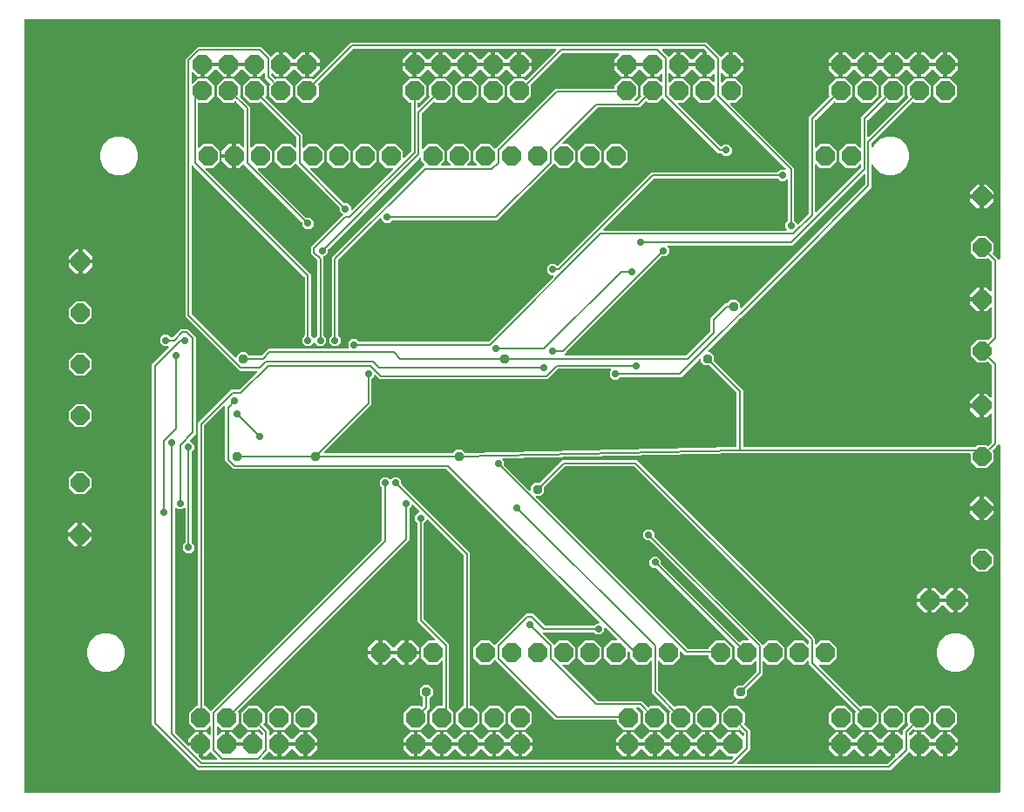
<source format=gbl>
G04 EAGLE Gerber X2 export*
%TF.Part,Single*%
%TF.FileFunction,Other,Bottom Copper*%
%TF.FilePolarity,Positive*%
%TF.GenerationSoftware,Autodesk,EAGLE,8.7.1*%
%TF.CreationDate,2018-03-29T01:53:19Z*%
G75*
%MOMM*%
%FSLAX34Y34*%
%LPD*%
%AMOC8*
5,1,8,0,0,1.08239X$1,22.5*%
G01*
%ADD10P,2.034460X8X112.500000*%
%ADD11P,1.938236X8X202.500000*%
%ADD12P,1.938236X8X22.500000*%
%ADD13P,2.034460X8X22.500000*%
%ADD14P,2.034460X8X202.500000*%
%ADD15C,0.203200*%
%ADD16P,0.742303X8X22.500000*%
%ADD17P,0.934752X8X22.500000*%

G36*
X1045486Y3565D02*
X1045486Y3565D01*
X1045544Y3563D01*
X1045626Y3585D01*
X1045710Y3597D01*
X1045763Y3620D01*
X1045819Y3635D01*
X1045892Y3678D01*
X1045969Y3713D01*
X1046014Y3751D01*
X1046064Y3780D01*
X1046122Y3842D01*
X1046186Y3896D01*
X1046218Y3945D01*
X1046258Y3988D01*
X1046297Y4063D01*
X1046344Y4133D01*
X1046361Y4189D01*
X1046388Y4241D01*
X1046399Y4309D01*
X1046429Y4404D01*
X1046432Y4504D01*
X1046443Y4572D01*
X1046443Y341181D01*
X1046439Y341210D01*
X1046442Y341239D01*
X1046419Y341350D01*
X1046403Y341462D01*
X1046391Y341489D01*
X1046386Y341518D01*
X1046333Y341618D01*
X1046287Y341722D01*
X1046268Y341744D01*
X1046255Y341770D01*
X1046177Y341852D01*
X1046104Y341939D01*
X1046079Y341955D01*
X1046059Y341976D01*
X1045961Y342033D01*
X1045867Y342096D01*
X1045839Y342105D01*
X1045814Y342120D01*
X1045704Y342148D01*
X1045596Y342182D01*
X1045566Y342183D01*
X1045538Y342190D01*
X1045425Y342186D01*
X1045312Y342189D01*
X1045283Y342182D01*
X1045254Y342181D01*
X1045146Y342146D01*
X1045037Y342117D01*
X1045011Y342102D01*
X1044983Y342093D01*
X1044920Y342048D01*
X1044792Y341972D01*
X1044749Y341927D01*
X1044710Y341899D01*
X1042365Y339554D01*
X1039142Y336331D01*
X1039107Y336284D01*
X1039065Y336244D01*
X1039022Y336171D01*
X1038971Y336103D01*
X1038950Y336049D01*
X1038921Y335998D01*
X1038900Y335916D01*
X1038870Y335838D01*
X1038865Y335779D01*
X1038851Y335723D01*
X1038853Y335638D01*
X1038846Y335554D01*
X1038858Y335497D01*
X1038860Y335439D01*
X1038886Y335358D01*
X1038902Y335276D01*
X1038929Y335224D01*
X1038947Y335168D01*
X1038987Y335112D01*
X1039033Y335023D01*
X1039102Y334951D01*
X1039142Y334895D01*
X1039686Y334351D01*
X1039686Y325249D01*
X1033251Y318814D01*
X1024149Y318814D01*
X1017714Y325249D01*
X1017714Y332486D01*
X1017706Y332544D01*
X1017707Y332602D01*
X1017686Y332684D01*
X1017674Y332768D01*
X1017650Y332821D01*
X1017635Y332877D01*
X1017592Y332950D01*
X1017558Y333027D01*
X1017520Y333072D01*
X1017490Y333122D01*
X1017428Y333180D01*
X1017374Y333244D01*
X1017325Y333276D01*
X1017283Y333316D01*
X1017208Y333355D01*
X1017137Y333402D01*
X1017082Y333419D01*
X1017030Y333446D01*
X1016962Y333457D01*
X1016866Y333487D01*
X1016767Y333490D01*
X1016699Y333501D01*
X793797Y333501D01*
X793784Y333499D01*
X793773Y333501D01*
X563884Y328155D01*
X563867Y328152D01*
X563850Y328153D01*
X563727Y328129D01*
X563604Y328108D01*
X563588Y328101D01*
X563571Y328097D01*
X563460Y328040D01*
X563347Y327986D01*
X563334Y327975D01*
X563319Y327966D01*
X563228Y327880D01*
X563135Y327797D01*
X563125Y327783D01*
X563113Y327771D01*
X563049Y327663D01*
X562983Y327557D01*
X562978Y327540D01*
X562969Y327525D01*
X562938Y327405D01*
X562903Y327284D01*
X562903Y327267D01*
X562899Y327250D01*
X562903Y327125D01*
X562902Y327000D01*
X562907Y326983D01*
X562908Y326966D01*
X562946Y326847D01*
X562981Y326727D01*
X562990Y326712D01*
X562995Y326695D01*
X563037Y326637D01*
X563132Y326486D01*
X563168Y326453D01*
X563190Y326422D01*
X564262Y325350D01*
X564262Y322358D01*
X564274Y322272D01*
X564277Y322184D01*
X564294Y322132D01*
X564302Y322077D01*
X564337Y321997D01*
X564364Y321914D01*
X564392Y321875D01*
X564418Y321817D01*
X564473Y321752D01*
X564499Y321709D01*
X564533Y321677D01*
X564559Y321640D01*
X588816Y297383D01*
X588840Y297366D01*
X588859Y297343D01*
X588953Y297281D01*
X589043Y297213D01*
X589071Y297202D01*
X589095Y297186D01*
X589203Y297152D01*
X589309Y297111D01*
X589338Y297109D01*
X589366Y297100D01*
X589480Y297097D01*
X589592Y297088D01*
X589621Y297093D01*
X589650Y297093D01*
X589760Y297121D01*
X589871Y297144D01*
X589897Y297157D01*
X589925Y297165D01*
X590023Y297222D01*
X590123Y297275D01*
X590145Y297295D01*
X590170Y297310D01*
X590247Y297392D01*
X590329Y297470D01*
X590344Y297496D01*
X590364Y297517D01*
X590416Y297618D01*
X590473Y297716D01*
X590480Y297744D01*
X590494Y297770D01*
X590507Y297848D01*
X590543Y297991D01*
X590541Y298054D01*
X590549Y298101D01*
X590549Y301081D01*
X594269Y304801D01*
X598519Y304801D01*
X598605Y304813D01*
X598693Y304816D01*
X598745Y304833D01*
X598800Y304841D01*
X598880Y304876D01*
X598963Y304903D01*
X599002Y304931D01*
X599060Y304957D01*
X599173Y305053D01*
X599237Y305098D01*
X621037Y326899D01*
X693413Y326899D01*
X866649Y153663D01*
X866649Y148665D01*
X866653Y148636D01*
X866650Y148607D01*
X866673Y148496D01*
X866689Y148384D01*
X866701Y148357D01*
X866706Y148328D01*
X866758Y148228D01*
X866805Y148124D01*
X866824Y148102D01*
X866837Y148076D01*
X866915Y147994D01*
X866988Y147907D01*
X867013Y147891D01*
X867033Y147870D01*
X867131Y147813D01*
X867225Y147750D01*
X867253Y147741D01*
X867278Y147726D01*
X867388Y147698D01*
X867496Y147664D01*
X867526Y147663D01*
X867554Y147656D01*
X867667Y147660D01*
X867780Y147657D01*
X867809Y147664D01*
X867838Y147665D01*
X867946Y147700D01*
X868055Y147728D01*
X868081Y147743D01*
X868109Y147752D01*
X868172Y147798D01*
X868300Y147874D01*
X868343Y147919D01*
X868382Y147947D01*
X871565Y151131D01*
X881035Y151131D01*
X887731Y144435D01*
X887731Y134965D01*
X881035Y128269D01*
X871793Y128269D01*
X871764Y128265D01*
X871735Y128268D01*
X871624Y128245D01*
X871512Y128229D01*
X871485Y128217D01*
X871456Y128212D01*
X871356Y128160D01*
X871252Y128113D01*
X871230Y128094D01*
X871204Y128081D01*
X871122Y128003D01*
X871035Y127930D01*
X871019Y127905D01*
X870998Y127885D01*
X870941Y127787D01*
X870878Y127693D01*
X870869Y127665D01*
X870854Y127640D01*
X870826Y127530D01*
X870792Y127422D01*
X870791Y127392D01*
X870784Y127364D01*
X870788Y127251D01*
X870785Y127138D01*
X870792Y127109D01*
X870793Y127080D01*
X870828Y126972D01*
X870857Y126863D01*
X870872Y126837D01*
X870881Y126809D01*
X870926Y126746D01*
X871002Y126618D01*
X871047Y126575D01*
X871075Y126536D01*
X910455Y87156D01*
X910502Y87121D01*
X910542Y87079D01*
X910615Y87036D01*
X910682Y86986D01*
X910737Y86965D01*
X910787Y86935D01*
X910869Y86914D01*
X910948Y86884D01*
X911006Y86879D01*
X911063Y86865D01*
X911147Y86868D01*
X911231Y86861D01*
X911289Y86872D01*
X911347Y86874D01*
X911427Y86900D01*
X911510Y86917D01*
X911562Y86944D01*
X911618Y86962D01*
X911674Y87002D01*
X911762Y87048D01*
X911835Y87116D01*
X911891Y87156D01*
X912365Y87631D01*
X921835Y87631D01*
X928531Y80935D01*
X928531Y71465D01*
X921835Y64769D01*
X912365Y64769D01*
X905669Y71465D01*
X905669Y80935D01*
X906144Y81409D01*
X906179Y81456D01*
X906221Y81496D01*
X906264Y81569D01*
X906314Y81636D01*
X906335Y81691D01*
X906365Y81741D01*
X906386Y81823D01*
X906416Y81902D01*
X906421Y81960D01*
X906435Y82017D01*
X906432Y82101D01*
X906439Y82185D01*
X906428Y82243D01*
X906426Y82301D01*
X906400Y82381D01*
X906383Y82464D01*
X906356Y82516D01*
X906338Y82572D01*
X906298Y82628D01*
X906252Y82716D01*
X906184Y82789D01*
X906144Y82845D01*
X862635Y126354D01*
X860551Y128437D01*
X860551Y130735D01*
X860547Y130764D01*
X860550Y130793D01*
X860527Y130904D01*
X860511Y131016D01*
X860499Y131043D01*
X860494Y131072D01*
X860442Y131172D01*
X860395Y131276D01*
X860376Y131298D01*
X860363Y131324D01*
X860285Y131406D01*
X860212Y131493D01*
X860187Y131509D01*
X860167Y131530D01*
X860069Y131587D01*
X859975Y131650D01*
X859947Y131659D01*
X859922Y131674D01*
X859812Y131702D01*
X859704Y131736D01*
X859674Y131737D01*
X859646Y131744D01*
X859533Y131740D01*
X859420Y131743D01*
X859391Y131736D01*
X859362Y131735D01*
X859254Y131700D01*
X859145Y131672D01*
X859119Y131657D01*
X859091Y131648D01*
X859028Y131602D01*
X858900Y131526D01*
X858857Y131481D01*
X858818Y131453D01*
X855635Y128269D01*
X846165Y128269D01*
X839469Y134965D01*
X839469Y144435D01*
X846165Y151131D01*
X855635Y151131D01*
X858818Y147947D01*
X858842Y147930D01*
X858861Y147907D01*
X858955Y147845D01*
X859045Y147776D01*
X859073Y147766D01*
X859097Y147750D01*
X859205Y147716D01*
X859311Y147675D01*
X859340Y147673D01*
X859368Y147664D01*
X859482Y147661D01*
X859594Y147652D01*
X859623Y147657D01*
X859652Y147657D01*
X859762Y147685D01*
X859873Y147708D01*
X859899Y147721D01*
X859927Y147728D01*
X860025Y147786D01*
X860125Y147839D01*
X860147Y147859D01*
X860172Y147874D01*
X860249Y147956D01*
X860331Y148034D01*
X860346Y148060D01*
X860366Y148081D01*
X860418Y148182D01*
X860475Y148280D01*
X860482Y148308D01*
X860496Y148334D01*
X860509Y148412D01*
X860545Y148555D01*
X860543Y148618D01*
X860551Y148665D01*
X860551Y150717D01*
X860539Y150803D01*
X860536Y150891D01*
X860519Y150943D01*
X860511Y150998D01*
X860476Y151078D01*
X860449Y151161D01*
X860421Y151200D01*
X860395Y151258D01*
X860299Y151371D01*
X860278Y151401D01*
X860276Y151404D01*
X860275Y151405D01*
X860254Y151435D01*
X691185Y320504D01*
X691115Y320556D01*
X691051Y320616D01*
X691001Y320642D01*
X690957Y320675D01*
X690876Y320706D01*
X690798Y320746D01*
X690750Y320754D01*
X690692Y320776D01*
X690544Y320788D01*
X690467Y320801D01*
X623983Y320801D01*
X623897Y320789D01*
X623809Y320786D01*
X623757Y320769D01*
X623702Y320761D01*
X623622Y320726D01*
X623539Y320699D01*
X623500Y320671D01*
X623442Y320645D01*
X623329Y320549D01*
X623265Y320504D01*
X603548Y300787D01*
X603496Y300717D01*
X603436Y300653D01*
X603410Y300603D01*
X603377Y300559D01*
X603346Y300478D01*
X603306Y300400D01*
X603298Y300352D01*
X603276Y300294D01*
X603267Y300185D01*
X603265Y300178D01*
X603264Y300149D01*
X603264Y300146D01*
X603251Y300069D01*
X603251Y295819D01*
X599531Y292099D01*
X596551Y292099D01*
X596522Y292095D01*
X596493Y292098D01*
X596382Y292075D01*
X596270Y292059D01*
X596243Y292047D01*
X596214Y292042D01*
X596114Y291990D01*
X596010Y291943D01*
X595988Y291924D01*
X595962Y291911D01*
X595880Y291833D01*
X595793Y291760D01*
X595777Y291735D01*
X595756Y291715D01*
X595699Y291617D01*
X595636Y291523D01*
X595627Y291495D01*
X595612Y291470D01*
X595584Y291360D01*
X595550Y291252D01*
X595549Y291222D01*
X595542Y291194D01*
X595546Y291081D01*
X595543Y290968D01*
X595550Y290939D01*
X595551Y290910D01*
X595586Y290802D01*
X595615Y290693D01*
X595630Y290667D01*
X595639Y290639D01*
X595684Y290576D01*
X595760Y290448D01*
X595805Y290405D01*
X595833Y290366D01*
X742645Y143554D01*
X742715Y143502D01*
X742779Y143442D01*
X742829Y143416D01*
X742873Y143383D01*
X742954Y143352D01*
X743032Y143312D01*
X743080Y143304D01*
X743138Y143282D01*
X743286Y143270D01*
X743363Y143257D01*
X762254Y143257D01*
X762312Y143265D01*
X762370Y143263D01*
X762452Y143285D01*
X762536Y143297D01*
X762589Y143320D01*
X762645Y143335D01*
X762718Y143378D01*
X762795Y143413D01*
X762840Y143451D01*
X762890Y143480D01*
X762948Y143542D01*
X763012Y143596D01*
X763044Y143645D01*
X763084Y143688D01*
X763123Y143763D01*
X763170Y143833D01*
X763187Y143889D01*
X763214Y143941D01*
X763225Y144009D01*
X763255Y144104D01*
X763258Y144204D01*
X763269Y144272D01*
X763269Y144435D01*
X769965Y151131D01*
X779435Y151131D01*
X786131Y144435D01*
X786131Y134965D01*
X779435Y128269D01*
X769965Y128269D01*
X763269Y134965D01*
X763269Y136144D01*
X763261Y136202D01*
X763263Y136260D01*
X763241Y136342D01*
X763229Y136426D01*
X763206Y136479D01*
X763191Y136535D01*
X763148Y136608D01*
X763113Y136685D01*
X763075Y136730D01*
X763046Y136780D01*
X762984Y136838D01*
X762930Y136902D01*
X762881Y136934D01*
X762838Y136974D01*
X762763Y137013D01*
X762693Y137060D01*
X762637Y137077D01*
X762585Y137104D01*
X762517Y137115D01*
X762422Y137145D01*
X762322Y137148D01*
X762254Y137159D01*
X740417Y137159D01*
X737064Y140513D01*
X737040Y140530D01*
X737021Y140553D01*
X736927Y140615D01*
X736837Y140683D01*
X736809Y140694D01*
X736785Y140710D01*
X736677Y140744D01*
X736571Y140785D01*
X736542Y140787D01*
X736514Y140796D01*
X736400Y140799D01*
X736288Y140808D01*
X736259Y140803D01*
X736230Y140803D01*
X736120Y140775D01*
X736009Y140752D01*
X735983Y140739D01*
X735955Y140731D01*
X735857Y140674D01*
X735757Y140621D01*
X735735Y140601D01*
X735710Y140586D01*
X735633Y140504D01*
X735551Y140426D01*
X735536Y140400D01*
X735516Y140379D01*
X735464Y140278D01*
X735407Y140180D01*
X735400Y140152D01*
X735386Y140126D01*
X735373Y140048D01*
X735337Y139905D01*
X735339Y139842D01*
X735331Y139795D01*
X735331Y134965D01*
X728635Y128269D01*
X719165Y128269D01*
X715982Y131453D01*
X715958Y131470D01*
X715939Y131493D01*
X715845Y131555D01*
X715755Y131624D01*
X715727Y131634D01*
X715703Y131650D01*
X715595Y131684D01*
X715489Y131725D01*
X715460Y131727D01*
X715432Y131736D01*
X715318Y131739D01*
X715206Y131748D01*
X715177Y131743D01*
X715148Y131743D01*
X715038Y131715D01*
X714927Y131692D01*
X714901Y131679D01*
X714873Y131672D01*
X714775Y131614D01*
X714675Y131561D01*
X714653Y131541D01*
X714628Y131526D01*
X714551Y131444D01*
X714469Y131366D01*
X714454Y131340D01*
X714434Y131319D01*
X714382Y131218D01*
X714325Y131120D01*
X714318Y131092D01*
X714304Y131066D01*
X714291Y130988D01*
X714255Y130845D01*
X714257Y130782D01*
X714249Y130735D01*
X714249Y103283D01*
X714261Y103197D01*
X714264Y103109D01*
X714281Y103057D01*
X714289Y103002D01*
X714324Y102922D01*
X714351Y102839D01*
X714379Y102800D01*
X714405Y102742D01*
X714501Y102629D01*
X714546Y102565D01*
X729755Y87356D01*
X729802Y87321D01*
X729842Y87279D01*
X729915Y87236D01*
X729982Y87186D01*
X730037Y87165D01*
X730087Y87135D01*
X730169Y87114D01*
X730248Y87084D01*
X730306Y87079D01*
X730363Y87065D01*
X730447Y87068D01*
X730531Y87061D01*
X730589Y87072D01*
X730647Y87074D01*
X730727Y87100D01*
X730810Y87117D01*
X730862Y87144D01*
X730918Y87162D01*
X730974Y87202D01*
X731062Y87248D01*
X731135Y87316D01*
X731191Y87356D01*
X731465Y87631D01*
X740935Y87631D01*
X747631Y80935D01*
X747631Y71465D01*
X740935Y64769D01*
X731465Y64769D01*
X724769Y71465D01*
X724769Y80935D01*
X725444Y81609D01*
X725479Y81656D01*
X725521Y81696D01*
X725564Y81769D01*
X725614Y81836D01*
X725635Y81891D01*
X725665Y81941D01*
X725686Y82023D01*
X725716Y82102D01*
X725721Y82160D01*
X725735Y82217D01*
X725732Y82301D01*
X725739Y82385D01*
X725728Y82442D01*
X725726Y82501D01*
X725700Y82581D01*
X725683Y82664D01*
X725656Y82716D01*
X725638Y82771D01*
X725598Y82828D01*
X725552Y82916D01*
X725484Y82989D01*
X725444Y83045D01*
X708151Y100337D01*
X708151Y130735D01*
X708147Y130764D01*
X708150Y130793D01*
X708127Y130904D01*
X708111Y131016D01*
X708099Y131043D01*
X708094Y131072D01*
X708042Y131172D01*
X707995Y131276D01*
X707976Y131298D01*
X707963Y131324D01*
X707885Y131406D01*
X707812Y131493D01*
X707787Y131509D01*
X707767Y131530D01*
X707669Y131587D01*
X707575Y131650D01*
X707547Y131659D01*
X707522Y131674D01*
X707412Y131702D01*
X707304Y131736D01*
X707274Y131737D01*
X707246Y131744D01*
X707133Y131740D01*
X707020Y131743D01*
X706991Y131736D01*
X706962Y131735D01*
X706854Y131700D01*
X706745Y131672D01*
X706719Y131657D01*
X706691Y131648D01*
X706628Y131602D01*
X706500Y131526D01*
X706457Y131481D01*
X706418Y131453D01*
X703235Y128269D01*
X693765Y128269D01*
X687069Y134965D01*
X687069Y139287D01*
X687057Y139373D01*
X687054Y139461D01*
X687037Y139513D01*
X687029Y139568D01*
X686994Y139648D01*
X686967Y139731D01*
X686939Y139770D01*
X686913Y139828D01*
X686817Y139941D01*
X686772Y140005D01*
X686264Y140513D01*
X686240Y140530D01*
X686221Y140553D01*
X686127Y140615D01*
X686037Y140683D01*
X686009Y140694D01*
X685985Y140710D01*
X685877Y140744D01*
X685771Y140785D01*
X685742Y140787D01*
X685714Y140796D01*
X685601Y140799D01*
X685488Y140808D01*
X685459Y140803D01*
X685430Y140803D01*
X685320Y140775D01*
X685209Y140752D01*
X685183Y140739D01*
X685155Y140731D01*
X685057Y140674D01*
X684957Y140621D01*
X684935Y140601D01*
X684910Y140586D01*
X684833Y140504D01*
X684751Y140426D01*
X684736Y140400D01*
X684716Y140379D01*
X684664Y140278D01*
X684607Y140180D01*
X684600Y140152D01*
X684586Y140126D01*
X684573Y140048D01*
X684537Y139905D01*
X684539Y139842D01*
X684531Y139795D01*
X684531Y134965D01*
X677835Y128269D01*
X668365Y128269D01*
X661669Y134965D01*
X661669Y144435D01*
X668365Y151131D01*
X673195Y151131D01*
X673224Y151135D01*
X673253Y151132D01*
X673364Y151155D01*
X673476Y151171D01*
X673503Y151183D01*
X673532Y151188D01*
X673632Y151240D01*
X673736Y151287D01*
X673758Y151306D01*
X673784Y151319D01*
X673866Y151397D01*
X673953Y151470D01*
X673969Y151495D01*
X673990Y151515D01*
X674047Y151613D01*
X674110Y151707D01*
X674119Y151735D01*
X674134Y151760D01*
X674162Y151870D01*
X674196Y151978D01*
X674197Y152008D01*
X674204Y152036D01*
X674200Y152149D01*
X674203Y152262D01*
X674196Y152291D01*
X674195Y152320D01*
X674160Y152428D01*
X674131Y152537D01*
X674116Y152563D01*
X674107Y152591D01*
X674062Y152654D01*
X673986Y152782D01*
X673941Y152825D01*
X673913Y152864D01*
X663531Y163246D01*
X663507Y163263D01*
X663488Y163286D01*
X663394Y163349D01*
X663304Y163416D01*
X663276Y163427D01*
X663252Y163443D01*
X663144Y163477D01*
X663038Y163518D01*
X663009Y163520D01*
X662981Y163529D01*
X662867Y163532D01*
X662755Y163541D01*
X662726Y163536D01*
X662697Y163536D01*
X662587Y163508D01*
X662476Y163485D01*
X662450Y163472D01*
X662422Y163464D01*
X662324Y163407D01*
X662224Y163354D01*
X662202Y163334D01*
X662177Y163319D01*
X662100Y163237D01*
X662018Y163159D01*
X662003Y163133D01*
X661983Y163112D01*
X661931Y163011D01*
X661874Y162913D01*
X661867Y162885D01*
X661853Y162859D01*
X661840Y162781D01*
X661804Y162638D01*
X661806Y162575D01*
X661798Y162528D01*
X661798Y160298D01*
X658598Y157098D01*
X654074Y157098D01*
X651958Y159214D01*
X651888Y159266D01*
X651824Y159326D01*
X651775Y159352D01*
X651731Y159385D01*
X651649Y159416D01*
X651571Y159456D01*
X651524Y159464D01*
X651465Y159486D01*
X651318Y159498D01*
X651240Y159511D01*
X603155Y159511D01*
X603126Y159507D01*
X603097Y159510D01*
X602986Y159487D01*
X602874Y159471D01*
X602847Y159459D01*
X602818Y159454D01*
X602718Y159402D01*
X602614Y159355D01*
X602592Y159336D01*
X602566Y159323D01*
X602484Y159245D01*
X602397Y159172D01*
X602381Y159147D01*
X602360Y159127D01*
X602303Y159029D01*
X602240Y158935D01*
X602231Y158907D01*
X602216Y158882D01*
X602188Y158772D01*
X602154Y158664D01*
X602153Y158634D01*
X602146Y158606D01*
X602150Y158493D01*
X602147Y158380D01*
X602154Y158351D01*
X602155Y158322D01*
X602190Y158214D01*
X602219Y158105D01*
X602234Y158079D01*
X602243Y158051D01*
X602288Y157988D01*
X602364Y157860D01*
X602409Y157817D01*
X602437Y157778D01*
X610565Y149650D01*
X610566Y149650D01*
X612607Y147608D01*
X612654Y147573D01*
X612694Y147531D01*
X612767Y147488D01*
X612834Y147438D01*
X612889Y147417D01*
X612939Y147387D01*
X613021Y147366D01*
X613100Y147336D01*
X613158Y147331D01*
X613215Y147317D01*
X613299Y147320D01*
X613383Y147313D01*
X613441Y147324D01*
X613499Y147326D01*
X613579Y147352D01*
X613662Y147369D01*
X613714Y147396D01*
X613770Y147414D01*
X613826Y147454D01*
X613914Y147500D01*
X613987Y147568D01*
X614043Y147608D01*
X617565Y151131D01*
X627035Y151131D01*
X633731Y144435D01*
X633731Y134965D01*
X627035Y128269D01*
X622205Y128269D01*
X622176Y128265D01*
X622147Y128268D01*
X622036Y128245D01*
X621924Y128229D01*
X621897Y128217D01*
X621868Y128212D01*
X621768Y128160D01*
X621664Y128113D01*
X621642Y128094D01*
X621616Y128081D01*
X621534Y128003D01*
X621447Y127930D01*
X621431Y127905D01*
X621410Y127885D01*
X621353Y127787D01*
X621290Y127693D01*
X621281Y127665D01*
X621266Y127640D01*
X621238Y127530D01*
X621204Y127422D01*
X621203Y127392D01*
X621196Y127364D01*
X621200Y127251D01*
X621197Y127138D01*
X621204Y127109D01*
X621205Y127080D01*
X621240Y126972D01*
X621269Y126863D01*
X621284Y126837D01*
X621293Y126809D01*
X621338Y126746D01*
X621414Y126618D01*
X621459Y126575D01*
X621487Y126536D01*
X655269Y92754D01*
X655339Y92702D01*
X655403Y92642D01*
X655453Y92616D01*
X655497Y92583D01*
X655578Y92552D01*
X655656Y92512D01*
X655704Y92504D01*
X655762Y92482D01*
X655910Y92470D01*
X655987Y92457D01*
X698239Y92457D01*
X703847Y86848D01*
X703894Y86813D01*
X703934Y86771D01*
X704007Y86728D01*
X704074Y86678D01*
X704129Y86657D01*
X704179Y86627D01*
X704261Y86606D01*
X704340Y86576D01*
X704398Y86571D01*
X704455Y86557D01*
X704539Y86560D01*
X704623Y86553D01*
X704681Y86564D01*
X704739Y86566D01*
X704819Y86592D01*
X704902Y86609D01*
X704954Y86636D01*
X705010Y86654D01*
X705066Y86694D01*
X705154Y86740D01*
X705227Y86808D01*
X705283Y86848D01*
X706065Y87631D01*
X715535Y87631D01*
X722231Y80935D01*
X722231Y71465D01*
X715535Y64769D01*
X706065Y64769D01*
X699369Y71465D01*
X699369Y80935D01*
X699536Y81101D01*
X699571Y81148D01*
X699613Y81188D01*
X699656Y81261D01*
X699706Y81328D01*
X699727Y81383D01*
X699757Y81433D01*
X699778Y81515D01*
X699808Y81594D01*
X699813Y81652D01*
X699827Y81709D01*
X699824Y81793D01*
X699831Y81877D01*
X699820Y81935D01*
X699818Y81993D01*
X699792Y82073D01*
X699775Y82156D01*
X699748Y82208D01*
X699730Y82263D01*
X699690Y82320D01*
X699644Y82408D01*
X699576Y82481D01*
X699536Y82537D01*
X696011Y86062D01*
X695941Y86114D01*
X695877Y86174D01*
X695827Y86200D01*
X695783Y86233D01*
X695702Y86264D01*
X695624Y86304D01*
X695576Y86312D01*
X695518Y86334D01*
X695370Y86346D01*
X695293Y86359D01*
X693857Y86359D01*
X693828Y86355D01*
X693799Y86358D01*
X693688Y86335D01*
X693576Y86319D01*
X693549Y86307D01*
X693520Y86302D01*
X693420Y86250D01*
X693316Y86203D01*
X693294Y86184D01*
X693268Y86171D01*
X693186Y86093D01*
X693099Y86020D01*
X693083Y85995D01*
X693062Y85975D01*
X693005Y85877D01*
X692942Y85783D01*
X692933Y85755D01*
X692918Y85730D01*
X692890Y85620D01*
X692856Y85512D01*
X692855Y85482D01*
X692848Y85454D01*
X692852Y85341D01*
X692849Y85228D01*
X692856Y85199D01*
X692857Y85170D01*
X692892Y85062D01*
X692920Y84953D01*
X692935Y84927D01*
X692944Y84899D01*
X692990Y84836D01*
X693066Y84708D01*
X693111Y84665D01*
X693139Y84626D01*
X696831Y80935D01*
X696831Y71465D01*
X690135Y64769D01*
X680665Y64769D01*
X673969Y71465D01*
X673969Y73152D01*
X673961Y73210D01*
X673963Y73268D01*
X673941Y73350D01*
X673929Y73434D01*
X673906Y73487D01*
X673891Y73543D01*
X673848Y73616D01*
X673813Y73693D01*
X673775Y73738D01*
X673746Y73788D01*
X673684Y73846D01*
X673630Y73910D01*
X673581Y73942D01*
X673538Y73982D01*
X673463Y74021D01*
X673393Y74068D01*
X673337Y74085D01*
X673285Y74112D01*
X673217Y74123D01*
X673122Y74153D01*
X673022Y74156D01*
X672954Y74167D01*
X614433Y74167D01*
X556301Y132300D01*
X556254Y132335D01*
X556214Y132377D01*
X556141Y132420D01*
X556074Y132470D01*
X556019Y132491D01*
X555969Y132521D01*
X555887Y132542D01*
X555808Y132572D01*
X555750Y132577D01*
X555693Y132591D01*
X555609Y132588D01*
X555525Y132595D01*
X555467Y132584D01*
X555409Y132582D01*
X555329Y132556D01*
X555246Y132539D01*
X555194Y132512D01*
X555138Y132494D01*
X555082Y132454D01*
X554994Y132408D01*
X554921Y132340D01*
X554865Y132300D01*
X550835Y128269D01*
X541365Y128269D01*
X534669Y134965D01*
X534669Y144435D01*
X541365Y151131D01*
X550835Y151131D01*
X554357Y147608D01*
X554404Y147573D01*
X554444Y147531D01*
X554517Y147488D01*
X554584Y147438D01*
X554639Y147417D01*
X554689Y147387D01*
X554771Y147366D01*
X554850Y147336D01*
X554908Y147331D01*
X554965Y147317D01*
X555049Y147320D01*
X555133Y147313D01*
X555190Y147324D01*
X555249Y147326D01*
X555329Y147352D01*
X555412Y147369D01*
X555464Y147396D01*
X555519Y147414D01*
X555576Y147454D01*
X555664Y147500D01*
X555737Y147568D01*
X555793Y147608D01*
X585985Y177801D01*
X592575Y177801D01*
X604469Y165906D01*
X604539Y165854D01*
X604603Y165794D01*
X604653Y165768D01*
X604697Y165735D01*
X604778Y165704D01*
X604856Y165664D01*
X604904Y165656D01*
X604962Y165634D01*
X605110Y165622D01*
X605187Y165609D01*
X651240Y165609D01*
X651327Y165621D01*
X651414Y165624D01*
X651467Y165641D01*
X651522Y165649D01*
X651601Y165684D01*
X651685Y165711D01*
X651724Y165739D01*
X651781Y165765D01*
X651894Y165861D01*
X651958Y165906D01*
X654074Y168022D01*
X656304Y168022D01*
X656333Y168026D01*
X656362Y168023D01*
X656473Y168046D01*
X656585Y168062D01*
X656612Y168074D01*
X656641Y168079D01*
X656741Y168131D01*
X656845Y168178D01*
X656867Y168197D01*
X656893Y168210D01*
X656975Y168288D01*
X657062Y168361D01*
X657078Y168386D01*
X657099Y168406D01*
X657156Y168504D01*
X657219Y168598D01*
X657228Y168626D01*
X657243Y168651D01*
X657271Y168761D01*
X657305Y168869D01*
X657306Y168899D01*
X657313Y168927D01*
X657309Y169040D01*
X657312Y169153D01*
X657305Y169182D01*
X657304Y169211D01*
X657269Y169319D01*
X657240Y169428D01*
X657225Y169454D01*
X657216Y169482D01*
X657171Y169545D01*
X657095Y169673D01*
X657090Y169678D01*
X657049Y169717D01*
X657022Y169755D01*
X509067Y317710D01*
X508997Y317762D01*
X508933Y317822D01*
X508883Y317848D01*
X508839Y317881D01*
X508758Y317912D01*
X508680Y317952D01*
X508632Y317960D01*
X508574Y317982D01*
X508426Y317994D01*
X508349Y318007D01*
X301505Y318007D01*
X293623Y325889D01*
X293623Y378301D01*
X293619Y378330D01*
X293622Y378359D01*
X293599Y378470D01*
X293583Y378582D01*
X293571Y378609D01*
X293566Y378638D01*
X293514Y378738D01*
X293467Y378842D01*
X293448Y378864D01*
X293435Y378890D01*
X293357Y378972D01*
X293284Y379059D01*
X293259Y379075D01*
X293239Y379096D01*
X293141Y379153D01*
X293047Y379216D01*
X293019Y379225D01*
X292994Y379240D01*
X292884Y379268D01*
X292776Y379302D01*
X292746Y379303D01*
X292718Y379310D01*
X292605Y379306D01*
X292492Y379309D01*
X292463Y379302D01*
X292434Y379301D01*
X292326Y379266D01*
X292217Y379237D01*
X292191Y379222D01*
X292163Y379213D01*
X292100Y379168D01*
X291972Y379092D01*
X291929Y379047D01*
X291890Y379019D01*
X273602Y360731D01*
X273550Y360661D01*
X273490Y360597D01*
X273464Y360547D01*
X273431Y360503D01*
X273400Y360422D01*
X273360Y360344D01*
X273352Y360296D01*
X273330Y360238D01*
X273318Y360090D01*
X273305Y360013D01*
X273305Y88646D01*
X273313Y88588D01*
X273311Y88530D01*
X273333Y88448D01*
X273345Y88364D01*
X273368Y88311D01*
X273383Y88255D01*
X273426Y88182D01*
X273461Y88105D01*
X273499Y88060D01*
X273528Y88010D01*
X273590Y87952D01*
X273644Y87888D01*
X273693Y87856D01*
X273736Y87816D01*
X273811Y87777D01*
X273881Y87730D01*
X273937Y87713D01*
X273989Y87686D01*
X274057Y87675D01*
X274152Y87645D01*
X274252Y87642D01*
X274320Y87631D01*
X274435Y87631D01*
X278743Y83322D01*
X278790Y83287D01*
X278830Y83245D01*
X278903Y83202D01*
X278970Y83152D01*
X279025Y83131D01*
X279075Y83101D01*
X279157Y83080D01*
X279236Y83050D01*
X279294Y83045D01*
X279351Y83031D01*
X279435Y83034D01*
X279519Y83027D01*
X279577Y83038D01*
X279635Y83040D01*
X279715Y83066D01*
X279798Y83083D01*
X279850Y83110D01*
X279905Y83128D01*
X279962Y83168D01*
X280050Y83214D01*
X280123Y83282D01*
X280179Y83322D01*
X445726Y248869D01*
X445778Y248939D01*
X445838Y249003D01*
X445864Y249053D01*
X445897Y249097D01*
X445928Y249178D01*
X445968Y249256D01*
X445976Y249304D01*
X445998Y249362D01*
X446010Y249510D01*
X446023Y249587D01*
X446023Y299704D01*
X446011Y299791D01*
X446008Y299878D01*
X445991Y299931D01*
X445983Y299986D01*
X445948Y300065D01*
X445921Y300149D01*
X445893Y300188D01*
X445867Y300245D01*
X445771Y300358D01*
X445726Y300422D01*
X443610Y302538D01*
X443610Y307062D01*
X446810Y310262D01*
X451334Y310262D01*
X453434Y308162D01*
X453481Y308127D01*
X453521Y308084D01*
X453594Y308042D01*
X453661Y307991D01*
X453716Y307970D01*
X453766Y307941D01*
X453848Y307920D01*
X453927Y307890D01*
X453985Y307885D01*
X454042Y307871D01*
X454126Y307873D01*
X454210Y307866D01*
X454268Y307878D01*
X454326Y307880D01*
X454406Y307906D01*
X454489Y307922D01*
X454541Y307949D01*
X454597Y307967D01*
X454653Y308007D01*
X454741Y308053D01*
X454814Y308122D01*
X454870Y308162D01*
X456970Y310262D01*
X461494Y310262D01*
X464694Y307062D01*
X464694Y304070D01*
X464702Y304013D01*
X464700Y303954D01*
X464708Y303926D01*
X464709Y303896D01*
X464726Y303844D01*
X464734Y303789D01*
X464758Y303735D01*
X464772Y303679D01*
X464787Y303655D01*
X464796Y303626D01*
X464824Y303587D01*
X464850Y303529D01*
X464888Y303484D01*
X464917Y303435D01*
X464962Y303393D01*
X464991Y303352D01*
X531369Y236975D01*
X531369Y88646D01*
X531377Y88588D01*
X531375Y88530D01*
X531397Y88448D01*
X531409Y88364D01*
X531432Y88311D01*
X531447Y88255D01*
X531490Y88182D01*
X531525Y88105D01*
X531563Y88060D01*
X531592Y88010D01*
X531654Y87952D01*
X531708Y87888D01*
X531757Y87856D01*
X531800Y87816D01*
X531875Y87777D01*
X531945Y87730D01*
X532001Y87713D01*
X532053Y87686D01*
X532121Y87675D01*
X532216Y87645D01*
X532316Y87642D01*
X532384Y87631D01*
X534235Y87631D01*
X540931Y80935D01*
X540931Y71465D01*
X534235Y64769D01*
X524765Y64769D01*
X518069Y71465D01*
X518069Y80935D01*
X524974Y87839D01*
X525026Y87909D01*
X525086Y87973D01*
X525112Y88022D01*
X525145Y88067D01*
X525176Y88148D01*
X525216Y88226D01*
X525224Y88274D01*
X525246Y88332D01*
X525258Y88480D01*
X525271Y88557D01*
X525271Y234029D01*
X525263Y234085D01*
X525265Y234135D01*
X525258Y234162D01*
X525256Y234203D01*
X525239Y234255D01*
X525231Y234310D01*
X525201Y234378D01*
X525193Y234410D01*
X525185Y234423D01*
X525169Y234473D01*
X525141Y234512D01*
X525115Y234570D01*
X525057Y234638D01*
X525048Y234654D01*
X525028Y234673D01*
X525019Y234683D01*
X524974Y234747D01*
X490811Y268910D01*
X490787Y268927D01*
X490768Y268950D01*
X490674Y269012D01*
X490584Y269080D01*
X490556Y269091D01*
X490532Y269107D01*
X490424Y269141D01*
X490318Y269182D01*
X490289Y269184D01*
X490261Y269193D01*
X490147Y269196D01*
X490035Y269205D01*
X490006Y269200D01*
X489977Y269200D01*
X489867Y269172D01*
X489756Y269149D01*
X489730Y269136D01*
X489702Y269128D01*
X489604Y269071D01*
X489504Y269018D01*
X489482Y268998D01*
X489457Y268983D01*
X489380Y268901D01*
X489298Y268823D01*
X489283Y268797D01*
X489263Y268776D01*
X489211Y268675D01*
X489154Y268577D01*
X489147Y268549D01*
X489133Y268523D01*
X489120Y268445D01*
X489084Y268302D01*
X489086Y268239D01*
X489078Y268192D01*
X489078Y267994D01*
X486962Y265878D01*
X486910Y265808D01*
X486850Y265744D01*
X486824Y265695D01*
X486791Y265651D01*
X486760Y265569D01*
X486720Y265491D01*
X486712Y265444D01*
X486690Y265385D01*
X486678Y265237D01*
X486665Y265160D01*
X486665Y172371D01*
X486677Y172285D01*
X486680Y172197D01*
X486697Y172145D01*
X486705Y172090D01*
X486740Y172010D01*
X486767Y171927D01*
X486795Y171888D01*
X486821Y171830D01*
X486917Y171717D01*
X486962Y171653D01*
X511049Y147567D01*
X511049Y85837D01*
X511061Y85751D01*
X511064Y85663D01*
X511081Y85611D01*
X511089Y85556D01*
X511124Y85476D01*
X511151Y85393D01*
X511179Y85353D01*
X511205Y85296D01*
X511301Y85183D01*
X511307Y85174D01*
X511318Y85156D01*
X511324Y85150D01*
X511346Y85119D01*
X515531Y80935D01*
X515531Y71465D01*
X508835Y64769D01*
X499365Y64769D01*
X492669Y71465D01*
X492669Y80935D01*
X499365Y87631D01*
X503936Y87631D01*
X503994Y87639D01*
X504052Y87637D01*
X504134Y87659D01*
X504218Y87671D01*
X504271Y87694D01*
X504327Y87709D01*
X504400Y87752D01*
X504477Y87787D01*
X504522Y87825D01*
X504572Y87854D01*
X504630Y87916D01*
X504694Y87970D01*
X504726Y88019D01*
X504766Y88062D01*
X504805Y88137D01*
X504852Y88207D01*
X504869Y88263D01*
X504896Y88315D01*
X504907Y88383D01*
X504937Y88478D01*
X504940Y88578D01*
X504951Y88646D01*
X504951Y130735D01*
X504947Y130764D01*
X504950Y130793D01*
X504927Y130904D01*
X504911Y131016D01*
X504899Y131043D01*
X504894Y131072D01*
X504842Y131172D01*
X504795Y131276D01*
X504776Y131298D01*
X504763Y131324D01*
X504685Y131406D01*
X504612Y131493D01*
X504587Y131509D01*
X504567Y131530D01*
X504469Y131587D01*
X504375Y131650D01*
X504347Y131659D01*
X504322Y131674D01*
X504212Y131702D01*
X504104Y131736D01*
X504074Y131737D01*
X504046Y131744D01*
X503933Y131740D01*
X503820Y131743D01*
X503791Y131736D01*
X503762Y131735D01*
X503654Y131700D01*
X503545Y131672D01*
X503519Y131657D01*
X503491Y131648D01*
X503428Y131602D01*
X503300Y131526D01*
X503257Y131481D01*
X503218Y131453D01*
X500035Y128269D01*
X490565Y128269D01*
X483869Y134965D01*
X483869Y144435D01*
X490565Y151131D01*
X496411Y151131D01*
X496440Y151135D01*
X496469Y151132D01*
X496580Y151155D01*
X496692Y151171D01*
X496719Y151183D01*
X496748Y151188D01*
X496848Y151240D01*
X496952Y151287D01*
X496974Y151306D01*
X497000Y151319D01*
X497082Y151397D01*
X497169Y151470D01*
X497185Y151495D01*
X497206Y151515D01*
X497263Y151613D01*
X497326Y151707D01*
X497335Y151735D01*
X497350Y151760D01*
X497378Y151870D01*
X497412Y151978D01*
X497413Y152008D01*
X497420Y152036D01*
X497416Y152149D01*
X497419Y152262D01*
X497412Y152291D01*
X497411Y152320D01*
X497376Y152428D01*
X497347Y152537D01*
X497332Y152563D01*
X497323Y152591D01*
X497278Y152654D01*
X497202Y152782D01*
X497157Y152825D01*
X497129Y152864D01*
X480567Y169425D01*
X480567Y265160D01*
X480555Y265247D01*
X480552Y265334D01*
X480535Y265387D01*
X480527Y265442D01*
X480492Y265521D01*
X480465Y265605D01*
X480437Y265644D01*
X480411Y265701D01*
X480315Y265814D01*
X480270Y265878D01*
X478154Y267994D01*
X478154Y272518D01*
X481354Y275718D01*
X481552Y275718D01*
X481581Y275722D01*
X481610Y275719D01*
X481721Y275742D01*
X481833Y275758D01*
X481860Y275770D01*
X481889Y275775D01*
X481989Y275827D01*
X482093Y275874D01*
X482115Y275893D01*
X482141Y275906D01*
X482223Y275984D01*
X482310Y276057D01*
X482326Y276082D01*
X482347Y276102D01*
X482404Y276200D01*
X482467Y276294D01*
X482476Y276322D01*
X482491Y276347D01*
X482519Y276457D01*
X482553Y276565D01*
X482554Y276595D01*
X482561Y276623D01*
X482557Y276736D01*
X482560Y276849D01*
X482553Y276878D01*
X482552Y276907D01*
X482517Y277015D01*
X482488Y277124D01*
X482473Y277150D01*
X482464Y277178D01*
X482419Y277241D01*
X482343Y277369D01*
X482298Y277412D01*
X482270Y277451D01*
X476587Y283134D01*
X476563Y283151D01*
X476544Y283174D01*
X476450Y283237D01*
X476360Y283304D01*
X476332Y283315D01*
X476308Y283331D01*
X476200Y283365D01*
X476094Y283406D01*
X476065Y283408D01*
X476037Y283417D01*
X475923Y283420D01*
X475811Y283429D01*
X475782Y283424D01*
X475753Y283424D01*
X475643Y283396D01*
X475532Y283373D01*
X475506Y283360D01*
X475478Y283352D01*
X475380Y283295D01*
X475280Y283242D01*
X475258Y283222D01*
X475233Y283207D01*
X475156Y283125D01*
X475074Y283047D01*
X475059Y283021D01*
X475039Y283000D01*
X474987Y282899D01*
X474930Y282801D01*
X474923Y282773D01*
X474909Y282747D01*
X474896Y282669D01*
X474860Y282526D01*
X474862Y282463D01*
X474854Y282416D01*
X474854Y282218D01*
X472738Y280102D01*
X472686Y280032D01*
X472626Y279968D01*
X472600Y279919D01*
X472567Y279875D01*
X472536Y279793D01*
X472496Y279715D01*
X472488Y279668D01*
X472466Y279609D01*
X472454Y279461D01*
X472441Y279384D01*
X472441Y248673D01*
X306334Y82567D01*
X306299Y82520D01*
X306257Y82480D01*
X306214Y82407D01*
X306164Y82340D01*
X306143Y82285D01*
X306113Y82235D01*
X306092Y82153D01*
X306062Y82074D01*
X306057Y82016D01*
X306043Y81959D01*
X306046Y81875D01*
X306039Y81791D01*
X306050Y81733D01*
X306052Y81675D01*
X306078Y81595D01*
X306095Y81512D01*
X306122Y81460D01*
X306140Y81404D01*
X306180Y81348D01*
X306226Y81260D01*
X306294Y81187D01*
X306334Y81131D01*
X306531Y80935D01*
X306531Y71465D01*
X299835Y64769D01*
X290365Y64769D01*
X287230Y67905D01*
X287206Y67922D01*
X287187Y67945D01*
X287093Y68007D01*
X287003Y68076D01*
X286975Y68086D01*
X286951Y68102D01*
X286843Y68136D01*
X286737Y68177D01*
X286708Y68179D01*
X286680Y68188D01*
X286566Y68191D01*
X286454Y68200D01*
X286425Y68195D01*
X286396Y68195D01*
X286286Y68167D01*
X286175Y68144D01*
X286149Y68131D01*
X286121Y68124D01*
X286023Y68066D01*
X285923Y68013D01*
X285901Y67993D01*
X285876Y67978D01*
X285799Y67896D01*
X285717Y67818D01*
X285702Y67792D01*
X285682Y67771D01*
X285630Y67670D01*
X285573Y67572D01*
X285566Y67544D01*
X285552Y67518D01*
X285539Y67440D01*
X285503Y67297D01*
X285505Y67234D01*
X285497Y67187D01*
X285497Y60532D01*
X285501Y60503D01*
X285498Y60473D01*
X285521Y60362D01*
X285537Y60250D01*
X285549Y60223D01*
X285554Y60195D01*
X285607Y60094D01*
X285653Y59991D01*
X285672Y59968D01*
X285685Y59942D01*
X285763Y59860D01*
X285836Y59774D01*
X285861Y59757D01*
X285881Y59736D01*
X285979Y59679D01*
X286073Y59616D01*
X286101Y59607D01*
X286126Y59592D01*
X286236Y59565D01*
X286344Y59530D01*
X286374Y59530D01*
X286402Y59522D01*
X286515Y59526D01*
X286628Y59523D01*
X286657Y59530D01*
X286686Y59531D01*
X286794Y59566D01*
X286903Y59595D01*
X286929Y59610D01*
X286957Y59619D01*
X287020Y59664D01*
X287148Y59740D01*
X287191Y59786D01*
X287230Y59814D01*
X290155Y62739D01*
X293069Y62739D01*
X293069Y51816D01*
X293077Y51758D01*
X293075Y51700D01*
X293097Y51618D01*
X293109Y51535D01*
X293133Y51481D01*
X293147Y51425D01*
X293190Y51352D01*
X293225Y51275D01*
X293263Y51231D01*
X293293Y51180D01*
X293354Y51123D01*
X293409Y51058D01*
X293457Y51026D01*
X293500Y50986D01*
X293575Y50947D01*
X293645Y50901D01*
X293701Y50883D01*
X293753Y50856D01*
X293821Y50845D01*
X293916Y50815D01*
X294016Y50812D01*
X294084Y50801D01*
X295101Y50801D01*
X295101Y49784D01*
X295109Y49726D01*
X295108Y49668D01*
X295129Y49586D01*
X295141Y49503D01*
X295165Y49449D01*
X295179Y49393D01*
X295222Y49320D01*
X295257Y49243D01*
X295295Y49198D01*
X295325Y49148D01*
X295386Y49090D01*
X295441Y49026D01*
X295489Y48994D01*
X295532Y48954D01*
X295607Y48915D01*
X295677Y48869D01*
X295733Y48851D01*
X295785Y48824D01*
X295853Y48813D01*
X295948Y48783D01*
X296048Y48780D01*
X296116Y48769D01*
X319484Y48769D01*
X319542Y48777D01*
X319600Y48775D01*
X319682Y48797D01*
X319765Y48809D01*
X319819Y48833D01*
X319875Y48847D01*
X319948Y48890D01*
X320025Y48925D01*
X320069Y48963D01*
X320120Y48993D01*
X320177Y49054D01*
X320242Y49109D01*
X320274Y49157D01*
X320314Y49200D01*
X320353Y49275D01*
X320399Y49345D01*
X320417Y49401D01*
X320444Y49453D01*
X320455Y49521D01*
X320485Y49616D01*
X320488Y49716D01*
X320499Y49784D01*
X320499Y50801D01*
X321516Y50801D01*
X321574Y50809D01*
X321632Y50808D01*
X321714Y50829D01*
X321797Y50841D01*
X321851Y50865D01*
X321907Y50879D01*
X321980Y50922D01*
X322057Y50957D01*
X322102Y50995D01*
X322152Y51025D01*
X322210Y51086D01*
X322274Y51141D01*
X322306Y51189D01*
X322346Y51232D01*
X322385Y51307D01*
X322431Y51377D01*
X322449Y51433D01*
X322476Y51485D01*
X322487Y51553D01*
X322517Y51648D01*
X322520Y51748D01*
X322531Y51816D01*
X322531Y62739D01*
X325445Y62739D01*
X328466Y59718D01*
X328490Y59700D01*
X328509Y59678D01*
X328603Y59615D01*
X328693Y59547D01*
X328721Y59536D01*
X328745Y59520D01*
X328853Y59486D01*
X328959Y59446D01*
X328988Y59443D01*
X329016Y59434D01*
X329130Y59431D01*
X329242Y59422D01*
X329271Y59428D01*
X329300Y59427D01*
X329410Y59456D01*
X329521Y59478D01*
X329547Y59491D01*
X329575Y59499D01*
X329673Y59557D01*
X329773Y59609D01*
X329795Y59629D01*
X329820Y59644D01*
X329897Y59727D01*
X329979Y59805D01*
X329994Y59830D01*
X330014Y59851D01*
X330066Y59952D01*
X330123Y60050D01*
X330130Y60078D01*
X330144Y60105D01*
X330157Y60182D01*
X330193Y60326D01*
X330191Y60388D01*
X330199Y60436D01*
X330199Y61309D01*
X330187Y61395D01*
X330184Y61483D01*
X330167Y61535D01*
X330159Y61590D01*
X330124Y61670D01*
X330097Y61753D01*
X330069Y61792D01*
X330043Y61850D01*
X329947Y61963D01*
X329902Y62027D01*
X326915Y65014D01*
X326868Y65049D01*
X326828Y65091D01*
X326755Y65134D01*
X326688Y65184D01*
X326633Y65205D01*
X326583Y65235D01*
X326501Y65256D01*
X326422Y65286D01*
X326364Y65291D01*
X326307Y65305D01*
X326223Y65302D01*
X326139Y65309D01*
X326081Y65298D01*
X326023Y65296D01*
X325943Y65270D01*
X325860Y65253D01*
X325808Y65226D01*
X325752Y65208D01*
X325696Y65168D01*
X325608Y65122D01*
X325535Y65054D01*
X325479Y65014D01*
X325235Y64769D01*
X315765Y64769D01*
X309069Y71465D01*
X309069Y80935D01*
X315765Y87631D01*
X325235Y87631D01*
X331931Y80935D01*
X331931Y71465D01*
X331226Y70761D01*
X331191Y70714D01*
X331149Y70674D01*
X331106Y70601D01*
X331056Y70534D01*
X331035Y70479D01*
X331005Y70429D01*
X330984Y70347D01*
X330954Y70268D01*
X330949Y70210D01*
X330935Y70153D01*
X330938Y70069D01*
X330931Y69985D01*
X330942Y69927D01*
X330944Y69869D01*
X330970Y69789D01*
X330987Y69706D01*
X331014Y69654D01*
X331032Y69598D01*
X331072Y69542D01*
X331118Y69454D01*
X331186Y69381D01*
X331226Y69325D01*
X336297Y64255D01*
X336297Y60532D01*
X336301Y60503D01*
X336298Y60473D01*
X336321Y60362D01*
X336337Y60250D01*
X336349Y60223D01*
X336354Y60195D01*
X336407Y60094D01*
X336453Y59991D01*
X336472Y59968D01*
X336485Y59942D01*
X336563Y59860D01*
X336636Y59774D01*
X336661Y59757D01*
X336681Y59736D01*
X336779Y59679D01*
X336873Y59616D01*
X336901Y59607D01*
X336926Y59592D01*
X337036Y59565D01*
X337144Y59530D01*
X337174Y59530D01*
X337202Y59522D01*
X337315Y59526D01*
X337428Y59523D01*
X337457Y59530D01*
X337486Y59531D01*
X337594Y59566D01*
X337703Y59595D01*
X337729Y59610D01*
X337757Y59619D01*
X337820Y59664D01*
X337948Y59740D01*
X337991Y59786D01*
X338030Y59814D01*
X340955Y62739D01*
X343869Y62739D01*
X343869Y51816D01*
X343877Y51758D01*
X343875Y51700D01*
X343897Y51618D01*
X343909Y51535D01*
X343933Y51481D01*
X343947Y51425D01*
X343990Y51352D01*
X344025Y51275D01*
X344063Y51231D01*
X344093Y51180D01*
X344154Y51123D01*
X344209Y51058D01*
X344257Y51026D01*
X344300Y50986D01*
X344375Y50947D01*
X344445Y50901D01*
X344501Y50883D01*
X344553Y50856D01*
X344621Y50845D01*
X344716Y50815D01*
X344816Y50812D01*
X344884Y50801D01*
X345901Y50801D01*
X345901Y50799D01*
X344884Y50799D01*
X344826Y50791D01*
X344768Y50792D01*
X344686Y50771D01*
X344603Y50759D01*
X344549Y50735D01*
X344493Y50721D01*
X344420Y50678D01*
X344343Y50643D01*
X344298Y50605D01*
X344248Y50575D01*
X344190Y50514D01*
X344126Y50459D01*
X344094Y50411D01*
X344054Y50368D01*
X344015Y50293D01*
X343969Y50223D01*
X343951Y50167D01*
X343924Y50115D01*
X343913Y50047D01*
X343883Y49952D01*
X343880Y49852D01*
X343869Y49784D01*
X343869Y38861D01*
X340955Y38861D01*
X337054Y42762D01*
X337007Y42798D01*
X336967Y42840D01*
X336894Y42883D01*
X336827Y42933D01*
X336772Y42954D01*
X336721Y42984D01*
X336640Y43004D01*
X336561Y43035D01*
X336503Y43039D01*
X336446Y43054D01*
X336362Y43051D01*
X336278Y43058D01*
X336220Y43047D01*
X336162Y43045D01*
X336081Y43019D01*
X335999Y43002D01*
X335947Y42975D01*
X335891Y42957D01*
X335835Y42917D01*
X335747Y42871D01*
X335674Y42803D01*
X335618Y42762D01*
X334213Y41358D01*
X330149Y37294D01*
X330132Y37270D01*
X330109Y37251D01*
X330047Y37157D01*
X329979Y37067D01*
X329968Y37039D01*
X329952Y37015D01*
X329918Y36907D01*
X329877Y36801D01*
X329875Y36772D01*
X329866Y36744D01*
X329863Y36630D01*
X329854Y36518D01*
X329859Y36489D01*
X329859Y36460D01*
X329887Y36350D01*
X329910Y36239D01*
X329923Y36213D01*
X329931Y36185D01*
X329988Y36087D01*
X330041Y35987D01*
X330061Y35965D01*
X330076Y35940D01*
X330158Y35863D01*
X330236Y35781D01*
X330262Y35766D01*
X330283Y35746D01*
X330384Y35694D01*
X330482Y35637D01*
X330510Y35630D01*
X330536Y35616D01*
X330614Y35603D01*
X330757Y35567D01*
X330820Y35569D01*
X330867Y35561D01*
X784701Y35561D01*
X784787Y35573D01*
X784875Y35576D01*
X784927Y35593D01*
X784982Y35601D01*
X785062Y35636D01*
X785145Y35663D01*
X785184Y35691D01*
X785242Y35717D01*
X785355Y35813D01*
X785419Y35858D01*
X786689Y37128D01*
X786706Y37152D01*
X786729Y37171D01*
X786791Y37265D01*
X786859Y37355D01*
X786870Y37383D01*
X786886Y37407D01*
X786920Y37515D01*
X786961Y37621D01*
X786963Y37650D01*
X786972Y37678D01*
X786975Y37792D01*
X786984Y37904D01*
X786979Y37933D01*
X786979Y37962D01*
X786951Y38072D01*
X786928Y38183D01*
X786915Y38209D01*
X786907Y38237D01*
X786850Y38335D01*
X786797Y38435D01*
X786777Y38457D01*
X786762Y38482D01*
X786680Y38559D01*
X786602Y38641D01*
X786576Y38656D01*
X786555Y38676D01*
X786454Y38728D01*
X786356Y38785D01*
X786328Y38792D01*
X786302Y38806D01*
X786224Y38819D01*
X786081Y38855D01*
X786018Y38853D01*
X785971Y38861D01*
X782055Y38861D01*
X775018Y45898D01*
X774971Y45933D01*
X774931Y45976D01*
X774858Y46018D01*
X774791Y46069D01*
X774736Y46090D01*
X774686Y46119D01*
X774604Y46140D01*
X774525Y46170D01*
X774467Y46175D01*
X774410Y46190D01*
X774326Y46187D01*
X774242Y46194D01*
X774184Y46182D01*
X774126Y46181D01*
X774046Y46155D01*
X773963Y46138D01*
X773911Y46111D01*
X773855Y46093D01*
X773799Y46053D01*
X773711Y46007D01*
X773638Y45938D01*
X773582Y45898D01*
X766545Y38861D01*
X763631Y38861D01*
X763631Y48769D01*
X785984Y48769D01*
X786042Y48777D01*
X786100Y48775D01*
X786182Y48797D01*
X786265Y48809D01*
X786319Y48833D01*
X786375Y48847D01*
X786448Y48890D01*
X786525Y48925D01*
X786569Y48963D01*
X786620Y48993D01*
X786677Y49054D01*
X786742Y49109D01*
X786774Y49157D01*
X786814Y49200D01*
X786853Y49275D01*
X786899Y49345D01*
X786917Y49401D01*
X786944Y49453D01*
X786955Y49521D01*
X786985Y49616D01*
X786988Y49716D01*
X786999Y49784D01*
X786999Y50801D01*
X788016Y50801D01*
X788074Y50809D01*
X788132Y50808D01*
X788214Y50829D01*
X788297Y50841D01*
X788351Y50865D01*
X788407Y50879D01*
X788480Y50922D01*
X788557Y50957D01*
X788602Y50995D01*
X788652Y51025D01*
X788710Y51086D01*
X788774Y51141D01*
X788806Y51189D01*
X788846Y51232D01*
X788885Y51307D01*
X788931Y51377D01*
X788949Y51433D01*
X788976Y51485D01*
X788987Y51553D01*
X789017Y51648D01*
X789020Y51748D01*
X789031Y51816D01*
X789031Y62739D01*
X791945Y62739D01*
X795826Y58858D01*
X795850Y58840D01*
X795869Y58818D01*
X795963Y58755D01*
X796053Y58687D01*
X796081Y58676D01*
X796105Y58660D01*
X796213Y58626D01*
X796319Y58586D01*
X796348Y58583D01*
X796376Y58574D01*
X796490Y58571D01*
X796602Y58562D01*
X796631Y58568D01*
X796660Y58567D01*
X796770Y58596D01*
X796881Y58618D01*
X796907Y58631D01*
X796935Y58639D01*
X797033Y58697D01*
X797133Y58749D01*
X797155Y58769D01*
X797180Y58784D01*
X797257Y58867D01*
X797339Y58945D01*
X797354Y58970D01*
X797374Y58991D01*
X797426Y59092D01*
X797483Y59190D01*
X797490Y59218D01*
X797504Y59245D01*
X797517Y59322D01*
X797553Y59466D01*
X797551Y59528D01*
X797559Y59576D01*
X797559Y61309D01*
X797547Y61395D01*
X797544Y61483D01*
X797527Y61535D01*
X797519Y61590D01*
X797484Y61670D01*
X797457Y61753D01*
X797429Y61792D01*
X797403Y61850D01*
X797307Y61963D01*
X797262Y62027D01*
X793845Y65444D01*
X793798Y65479D01*
X793758Y65521D01*
X793685Y65564D01*
X793618Y65614D01*
X793563Y65635D01*
X793513Y65665D01*
X793431Y65686D01*
X793352Y65716D01*
X793294Y65721D01*
X793237Y65735D01*
X793153Y65732D01*
X793069Y65739D01*
X793011Y65728D01*
X792953Y65726D01*
X792873Y65700D01*
X792790Y65683D01*
X792738Y65656D01*
X792682Y65638D01*
X792626Y65598D01*
X792538Y65552D01*
X792465Y65484D01*
X792409Y65444D01*
X791735Y64769D01*
X782265Y64769D01*
X775569Y71465D01*
X775569Y80935D01*
X782265Y87631D01*
X791735Y87631D01*
X798431Y80935D01*
X798431Y71465D01*
X798156Y71191D01*
X798121Y71144D01*
X798079Y71104D01*
X798036Y71031D01*
X797986Y70964D01*
X797965Y70909D01*
X797935Y70859D01*
X797914Y70777D01*
X797884Y70698D01*
X797879Y70640D01*
X797865Y70583D01*
X797868Y70499D01*
X797861Y70415D01*
X797872Y70358D01*
X797874Y70299D01*
X797900Y70219D01*
X797917Y70136D01*
X797944Y70084D01*
X797962Y70029D01*
X798002Y69972D01*
X798048Y69884D01*
X798116Y69811D01*
X798156Y69755D01*
X803657Y64255D01*
X803657Y45473D01*
X801574Y43390D01*
X801573Y43390D01*
X791413Y33230D01*
X791396Y33206D01*
X791373Y33187D01*
X791311Y33093D01*
X791243Y33003D01*
X791232Y32975D01*
X791216Y32951D01*
X791182Y32843D01*
X791141Y32737D01*
X791139Y32708D01*
X791130Y32680D01*
X791127Y32566D01*
X791118Y32454D01*
X791123Y32425D01*
X791123Y32396D01*
X791151Y32286D01*
X791174Y32175D01*
X791187Y32149D01*
X791195Y32121D01*
X791252Y32023D01*
X791305Y31923D01*
X791325Y31901D01*
X791340Y31876D01*
X791422Y31799D01*
X791500Y31717D01*
X791526Y31702D01*
X791547Y31682D01*
X791648Y31630D01*
X791746Y31573D01*
X791774Y31566D01*
X791800Y31552D01*
X791878Y31539D01*
X792021Y31503D01*
X792084Y31505D01*
X792131Y31497D01*
X937101Y31497D01*
X937187Y31509D01*
X937275Y31512D01*
X937327Y31529D01*
X937382Y31537D01*
X937462Y31572D01*
X937545Y31599D01*
X937584Y31627D01*
X937642Y31653D01*
X937755Y31749D01*
X937819Y31794D01*
X944234Y38209D01*
X944286Y38279D01*
X944346Y38343D01*
X944371Y38392D01*
X944405Y38437D01*
X944436Y38518D01*
X944476Y38596D01*
X944484Y38644D01*
X944506Y38702D01*
X944518Y38850D01*
X944531Y38927D01*
X944531Y49784D01*
X944523Y49842D01*
X944525Y49900D01*
X944503Y49982D01*
X944491Y50065D01*
X944467Y50119D01*
X944453Y50175D01*
X944410Y50248D01*
X944375Y50325D01*
X944337Y50369D01*
X944307Y50420D01*
X944246Y50477D01*
X944191Y50542D01*
X944143Y50574D01*
X944100Y50614D01*
X944025Y50653D01*
X943955Y50699D01*
X943899Y50717D01*
X943847Y50744D01*
X943779Y50755D01*
X943684Y50785D01*
X943584Y50788D01*
X943516Y50799D01*
X942499Y50799D01*
X942499Y50801D01*
X943516Y50801D01*
X943574Y50809D01*
X943632Y50808D01*
X943714Y50829D01*
X943797Y50841D01*
X943851Y50865D01*
X943907Y50879D01*
X943980Y50922D01*
X944057Y50957D01*
X944102Y50995D01*
X944152Y51025D01*
X944210Y51086D01*
X944274Y51141D01*
X944306Y51189D01*
X944346Y51232D01*
X944385Y51307D01*
X944431Y51377D01*
X944449Y51433D01*
X944476Y51485D01*
X944487Y51553D01*
X944517Y51648D01*
X944520Y51748D01*
X944531Y51816D01*
X944531Y62739D01*
X947445Y62739D01*
X950258Y59926D01*
X950282Y59908D01*
X950301Y59886D01*
X950395Y59823D01*
X950485Y59755D01*
X950513Y59744D01*
X950537Y59728D01*
X950645Y59694D01*
X950751Y59654D01*
X950780Y59651D01*
X950808Y59642D01*
X950922Y59639D01*
X951034Y59630D01*
X951063Y59636D01*
X951092Y59635D01*
X951202Y59664D01*
X951313Y59686D01*
X951339Y59699D01*
X951367Y59707D01*
X951465Y59765D01*
X951565Y59817D01*
X951587Y59837D01*
X951612Y59852D01*
X951689Y59935D01*
X951771Y60013D01*
X951786Y60038D01*
X951806Y60059D01*
X951858Y60160D01*
X951915Y60258D01*
X951922Y60286D01*
X951936Y60313D01*
X951949Y60390D01*
X951985Y60534D01*
X951983Y60596D01*
X951991Y60644D01*
X951991Y64255D01*
X957118Y69381D01*
X957153Y69428D01*
X957195Y69468D01*
X957238Y69541D01*
X957288Y69608D01*
X957309Y69663D01*
X957339Y69713D01*
X957360Y69795D01*
X957390Y69874D01*
X957395Y69932D01*
X957409Y69989D01*
X957406Y70073D01*
X957413Y70157D01*
X957402Y70215D01*
X957400Y70273D01*
X957374Y70353D01*
X957357Y70436D01*
X957330Y70488D01*
X957312Y70544D01*
X957272Y70600D01*
X957226Y70688D01*
X957158Y70761D01*
X957118Y70817D01*
X956469Y71465D01*
X956469Y80935D01*
X963165Y87631D01*
X972635Y87631D01*
X979331Y80935D01*
X979331Y71465D01*
X972635Y64769D01*
X963165Y64769D01*
X962865Y65070D01*
X962818Y65105D01*
X962778Y65147D01*
X962705Y65190D01*
X962638Y65240D01*
X962583Y65261D01*
X962533Y65291D01*
X962451Y65312D01*
X962372Y65342D01*
X962314Y65347D01*
X962257Y65361D01*
X962173Y65358D01*
X962089Y65365D01*
X962031Y65354D01*
X961973Y65352D01*
X961893Y65326D01*
X961810Y65309D01*
X961758Y65282D01*
X961702Y65264D01*
X961646Y65224D01*
X961558Y65178D01*
X961485Y65110D01*
X961429Y65070D01*
X958386Y62027D01*
X958334Y61957D01*
X958274Y61893D01*
X958248Y61843D01*
X958215Y61799D01*
X958184Y61718D01*
X958144Y61640D01*
X958136Y61592D01*
X958114Y61534D01*
X958102Y61386D01*
X958089Y61309D01*
X958089Y60324D01*
X958093Y60295D01*
X958090Y60265D01*
X958113Y60154D01*
X958129Y60042D01*
X958141Y60015D01*
X958146Y59987D01*
X958199Y59886D01*
X958245Y59783D01*
X958264Y59760D01*
X958277Y59734D01*
X958355Y59652D01*
X958428Y59566D01*
X958453Y59549D01*
X958473Y59528D01*
X958571Y59471D01*
X958665Y59408D01*
X958693Y59399D01*
X958718Y59384D01*
X958828Y59357D01*
X958936Y59322D01*
X958966Y59322D01*
X958994Y59314D01*
X959107Y59318D01*
X959220Y59315D01*
X959249Y59322D01*
X959278Y59323D01*
X959386Y59358D01*
X959495Y59387D01*
X959521Y59402D01*
X959549Y59411D01*
X959612Y59456D01*
X959740Y59532D01*
X959783Y59578D01*
X959822Y59606D01*
X962955Y62739D01*
X965869Y62739D01*
X965869Y51816D01*
X965877Y51758D01*
X965875Y51700D01*
X965897Y51618D01*
X965909Y51535D01*
X965933Y51481D01*
X965947Y51425D01*
X965990Y51352D01*
X966025Y51275D01*
X966063Y51231D01*
X966093Y51180D01*
X966154Y51123D01*
X966209Y51058D01*
X966257Y51026D01*
X966300Y50986D01*
X966375Y50947D01*
X966445Y50901D01*
X966501Y50883D01*
X966553Y50856D01*
X966621Y50845D01*
X966716Y50815D01*
X966816Y50812D01*
X966884Y50801D01*
X967901Y50801D01*
X967901Y50799D01*
X966884Y50799D01*
X966826Y50791D01*
X966768Y50792D01*
X966686Y50771D01*
X966603Y50759D01*
X966549Y50735D01*
X966493Y50721D01*
X966420Y50678D01*
X966343Y50643D01*
X966298Y50605D01*
X966248Y50575D01*
X966190Y50514D01*
X966126Y50459D01*
X966094Y50411D01*
X966054Y50368D01*
X966015Y50293D01*
X965969Y50223D01*
X965951Y50167D01*
X965924Y50115D01*
X965913Y50047D01*
X965883Y49952D01*
X965880Y49852D01*
X965869Y49784D01*
X965869Y38861D01*
X962955Y38861D01*
X958950Y42866D01*
X958903Y42902D01*
X958863Y42944D01*
X958835Y42960D01*
X958828Y42967D01*
X958796Y42983D01*
X958790Y42987D01*
X958723Y43037D01*
X958668Y43058D01*
X958617Y43088D01*
X958536Y43108D01*
X958457Y43139D01*
X958399Y43143D01*
X958342Y43158D01*
X958258Y43155D01*
X958174Y43162D01*
X958116Y43151D01*
X958058Y43149D01*
X957977Y43123D01*
X957895Y43106D01*
X957843Y43079D01*
X957787Y43061D01*
X957731Y43021D01*
X957699Y43004D01*
X957679Y42995D01*
X957674Y42992D01*
X957643Y42975D01*
X957570Y42907D01*
X957514Y42866D01*
X956005Y41358D01*
X940047Y25399D01*
X266961Y25399D01*
X222503Y69857D01*
X222503Y419855D01*
X224586Y421938D01*
X224587Y421938D01*
X238430Y435781D01*
X238447Y435805D01*
X238470Y435824D01*
X238532Y435918D01*
X238600Y436008D01*
X238611Y436036D01*
X238627Y436060D01*
X238661Y436168D01*
X238702Y436274D01*
X238704Y436303D01*
X238713Y436331D01*
X238716Y436445D01*
X238725Y436557D01*
X238720Y436586D01*
X238720Y436615D01*
X238692Y436725D01*
X238669Y436836D01*
X238656Y436862D01*
X238648Y436890D01*
X238591Y436988D01*
X238538Y437088D01*
X238518Y437110D01*
X238503Y437135D01*
X238421Y437212D01*
X238343Y437294D01*
X238317Y437309D01*
X238296Y437329D01*
X238195Y437381D01*
X238097Y437438D01*
X238069Y437445D01*
X238043Y437459D01*
X237965Y437472D01*
X237822Y437508D01*
X237759Y437506D01*
X237712Y437514D01*
X233450Y437514D01*
X230250Y440714D01*
X230250Y445238D01*
X233450Y448438D01*
X237974Y448438D01*
X240090Y446322D01*
X240160Y446270D01*
X240224Y446210D01*
X240273Y446184D01*
X240317Y446151D01*
X240399Y446120D01*
X240477Y446080D01*
X240524Y446072D01*
X240583Y446050D01*
X240731Y446038D01*
X240808Y446025D01*
X242157Y446025D01*
X242243Y446037D01*
X242331Y446040D01*
X242383Y446057D01*
X242438Y446065D01*
X242518Y446100D01*
X242601Y446127D01*
X242640Y446155D01*
X242698Y446181D01*
X242811Y446277D01*
X242875Y446322D01*
X250705Y454153D01*
X257295Y454153D01*
X265177Y446271D01*
X265177Y352305D01*
X259410Y346539D01*
X259393Y346515D01*
X259370Y346496D01*
X259308Y346402D01*
X259240Y346312D01*
X259229Y346284D01*
X259213Y346260D01*
X259179Y346152D01*
X259138Y346046D01*
X259136Y346017D01*
X259127Y345989D01*
X259124Y345875D01*
X259115Y345763D01*
X259120Y345734D01*
X259120Y345705D01*
X259148Y345595D01*
X259171Y345484D01*
X259184Y345458D01*
X259192Y345430D01*
X259249Y345332D01*
X259302Y345232D01*
X259322Y345210D01*
X259337Y345185D01*
X259419Y345108D01*
X259497Y345026D01*
X259523Y345011D01*
X259544Y344991D01*
X259645Y344939D01*
X259743Y344882D01*
X259771Y344875D01*
X259797Y344861D01*
X259875Y344848D01*
X260018Y344812D01*
X260081Y344814D01*
X260128Y344806D01*
X260326Y344806D01*
X263526Y341606D01*
X263526Y337082D01*
X261410Y334966D01*
X261358Y334896D01*
X261298Y334832D01*
X261272Y334783D01*
X261239Y334739D01*
X261208Y334657D01*
X261168Y334579D01*
X261160Y334532D01*
X261138Y334473D01*
X261126Y334325D01*
X261113Y334248D01*
X261113Y246904D01*
X261125Y246817D01*
X261128Y246730D01*
X261145Y246677D01*
X261153Y246622D01*
X261188Y246543D01*
X261215Y246459D01*
X261243Y246420D01*
X261269Y246363D01*
X261365Y246250D01*
X261410Y246186D01*
X263526Y244070D01*
X263526Y239546D01*
X260326Y236346D01*
X255802Y236346D01*
X252602Y239546D01*
X252602Y244070D01*
X254718Y246186D01*
X254770Y246256D01*
X254830Y246320D01*
X254856Y246369D01*
X254889Y246413D01*
X254920Y246495D01*
X254960Y246573D01*
X254968Y246620D01*
X254990Y246679D01*
X255002Y246827D01*
X255015Y246904D01*
X255015Y279384D01*
X255011Y279413D01*
X255014Y279442D01*
X254991Y279554D01*
X254975Y279666D01*
X254963Y279692D01*
X254958Y279721D01*
X254905Y279822D01*
X254859Y279925D01*
X254840Y279947D01*
X254827Y279974D01*
X254749Y280056D01*
X254676Y280142D01*
X254651Y280158D01*
X254631Y280180D01*
X254533Y280237D01*
X254439Y280300D01*
X254411Y280309D01*
X254386Y280323D01*
X254276Y280351D01*
X254168Y280385D01*
X254138Y280386D01*
X254110Y280393D01*
X253997Y280390D01*
X253884Y280393D01*
X253855Y280385D01*
X253826Y280384D01*
X253718Y280350D01*
X253609Y280321D01*
X253583Y280306D01*
X253555Y280297D01*
X253491Y280251D01*
X253364Y280176D01*
X253321Y280130D01*
X253282Y280102D01*
X252198Y279018D01*
X247674Y279018D01*
X246590Y280102D01*
X246566Y280120D01*
X246547Y280142D01*
X246453Y280205D01*
X246363Y280273D01*
X246335Y280283D01*
X246311Y280300D01*
X246203Y280334D01*
X246097Y280374D01*
X246068Y280377D01*
X246040Y280385D01*
X245926Y280388D01*
X245814Y280398D01*
X245785Y280392D01*
X245756Y280393D01*
X245646Y280364D01*
X245535Y280342D01*
X245509Y280328D01*
X245481Y280321D01*
X245383Y280263D01*
X245283Y280211D01*
X245261Y280191D01*
X245236Y280176D01*
X245159Y280093D01*
X245077Y280015D01*
X245062Y279990D01*
X245042Y279968D01*
X244990Y279868D01*
X244933Y279770D01*
X244926Y279741D01*
X244912Y279715D01*
X244899Y279638D01*
X244863Y279494D01*
X244865Y279432D01*
X244857Y279384D01*
X244857Y62643D01*
X244869Y62557D01*
X244872Y62469D01*
X244889Y62417D01*
X244897Y62362D01*
X244932Y62282D01*
X244959Y62199D01*
X244987Y62160D01*
X245013Y62102D01*
X245109Y61989D01*
X245154Y61925D01*
X258013Y49066D01*
X258083Y49014D01*
X258147Y48954D01*
X258197Y48928D01*
X258241Y48895D01*
X258322Y48864D01*
X258400Y48824D01*
X258448Y48816D01*
X258506Y48794D01*
X258654Y48782D01*
X258731Y48769D01*
X267669Y48769D01*
X267669Y39831D01*
X267681Y39745D01*
X267684Y39657D01*
X267701Y39605D01*
X267709Y39550D01*
X267744Y39470D01*
X267771Y39387D01*
X267799Y39348D01*
X267825Y39290D01*
X267921Y39177D01*
X267966Y39113D01*
X271221Y35858D01*
X271291Y35806D01*
X271355Y35746D01*
X271405Y35720D01*
X271449Y35687D01*
X271530Y35656D01*
X271608Y35616D01*
X271656Y35608D01*
X271714Y35586D01*
X271862Y35574D01*
X271939Y35561D01*
X284829Y35561D01*
X284858Y35565D01*
X284887Y35562D01*
X284998Y35585D01*
X285110Y35601D01*
X285137Y35613D01*
X285166Y35618D01*
X285266Y35670D01*
X285370Y35717D01*
X285392Y35736D01*
X285418Y35749D01*
X285500Y35827D01*
X285587Y35900D01*
X285603Y35925D01*
X285624Y35945D01*
X285681Y36043D01*
X285744Y36137D01*
X285753Y36165D01*
X285768Y36190D01*
X285796Y36300D01*
X285830Y36408D01*
X285831Y36438D01*
X285838Y36466D01*
X285834Y36579D01*
X285837Y36692D01*
X285830Y36721D01*
X285829Y36750D01*
X285794Y36858D01*
X285765Y36967D01*
X285750Y36993D01*
X285741Y37021D01*
X285696Y37084D01*
X285620Y37212D01*
X285575Y37255D01*
X285547Y37294D01*
X280030Y42810D01*
X279983Y42845D01*
X279943Y42888D01*
X279870Y42931D01*
X279803Y42981D01*
X279748Y43002D01*
X279698Y43032D01*
X279616Y43052D01*
X279537Y43083D01*
X279479Y43087D01*
X279422Y43102D01*
X279338Y43099D01*
X279254Y43106D01*
X279197Y43095D01*
X279138Y43093D01*
X279058Y43067D01*
X278975Y43050D01*
X278923Y43023D01*
X278868Y43005D01*
X278811Y42965D01*
X278723Y42919D01*
X278651Y42850D01*
X278594Y42810D01*
X274645Y38861D01*
X271731Y38861D01*
X271731Y49784D01*
X271723Y49842D01*
X271725Y49900D01*
X271703Y49982D01*
X271691Y50065D01*
X271667Y50119D01*
X271653Y50175D01*
X271610Y50248D01*
X271575Y50325D01*
X271537Y50369D01*
X271507Y50420D01*
X271446Y50477D01*
X271391Y50542D01*
X271343Y50574D01*
X271300Y50614D01*
X271225Y50653D01*
X271155Y50699D01*
X271099Y50717D01*
X271047Y50744D01*
X270979Y50755D01*
X270884Y50785D01*
X270784Y50788D01*
X270716Y50799D01*
X269699Y50799D01*
X269699Y50801D01*
X270716Y50801D01*
X270774Y50809D01*
X270832Y50808D01*
X270914Y50829D01*
X270997Y50841D01*
X271051Y50865D01*
X271107Y50879D01*
X271180Y50922D01*
X271257Y50957D01*
X271302Y50995D01*
X271352Y51025D01*
X271410Y51086D01*
X271474Y51141D01*
X271506Y51189D01*
X271546Y51232D01*
X271585Y51307D01*
X271631Y51377D01*
X271649Y51433D01*
X271676Y51485D01*
X271687Y51553D01*
X271717Y51648D01*
X271720Y51748D01*
X271731Y51816D01*
X271731Y62739D01*
X274645Y62739D01*
X277666Y59718D01*
X277690Y59700D01*
X277709Y59678D01*
X277803Y59615D01*
X277893Y59547D01*
X277921Y59536D01*
X277945Y59520D01*
X278053Y59486D01*
X278159Y59446D01*
X278188Y59443D01*
X278216Y59434D01*
X278330Y59431D01*
X278442Y59422D01*
X278471Y59428D01*
X278500Y59427D01*
X278610Y59456D01*
X278721Y59478D01*
X278747Y59491D01*
X278775Y59499D01*
X278873Y59557D01*
X278973Y59609D01*
X278995Y59629D01*
X279020Y59644D01*
X279097Y59727D01*
X279179Y59805D01*
X279194Y59830D01*
X279214Y59851D01*
X279266Y59952D01*
X279323Y60050D01*
X279330Y60078D01*
X279344Y60105D01*
X279357Y60182D01*
X279393Y60326D01*
X279391Y60388D01*
X279399Y60436D01*
X279399Y67283D01*
X279395Y67312D01*
X279398Y67341D01*
X279375Y67452D01*
X279359Y67564D01*
X279347Y67591D01*
X279342Y67620D01*
X279290Y67720D01*
X279243Y67824D01*
X279224Y67846D01*
X279211Y67872D01*
X279133Y67954D01*
X279060Y68041D01*
X279035Y68057D01*
X279015Y68078D01*
X278917Y68135D01*
X278823Y68198D01*
X278795Y68207D01*
X278770Y68222D01*
X278660Y68250D01*
X278552Y68284D01*
X278522Y68285D01*
X278494Y68292D01*
X278381Y68288D01*
X278268Y68291D01*
X278239Y68284D01*
X278210Y68283D01*
X278102Y68248D01*
X277993Y68220D01*
X277967Y68205D01*
X277939Y68196D01*
X277876Y68150D01*
X277748Y68074D01*
X277705Y68029D01*
X277666Y68001D01*
X274435Y64769D01*
X264965Y64769D01*
X258269Y71465D01*
X258269Y80935D01*
X264965Y87631D01*
X266192Y87631D01*
X266250Y87639D01*
X266308Y87637D01*
X266390Y87659D01*
X266474Y87671D01*
X266527Y87694D01*
X266583Y87709D01*
X266656Y87752D01*
X266733Y87787D01*
X266778Y87825D01*
X266828Y87854D01*
X266886Y87916D01*
X266950Y87970D01*
X266982Y88019D01*
X267022Y88062D01*
X267061Y88137D01*
X267108Y88207D01*
X267125Y88263D01*
X267152Y88315D01*
X267163Y88383D01*
X267193Y88478D01*
X267196Y88578D01*
X267207Y88646D01*
X267207Y362959D01*
X299473Y395225D01*
X307181Y395225D01*
X307267Y395237D01*
X307355Y395240D01*
X307407Y395257D01*
X307462Y395265D01*
X307542Y395300D01*
X307625Y395327D01*
X307664Y395355D01*
X307722Y395381D01*
X307835Y395477D01*
X307899Y395522D01*
X324155Y411778D01*
X324172Y411802D01*
X324195Y411821D01*
X324258Y411915D01*
X324325Y412005D01*
X324336Y412033D01*
X324352Y412057D01*
X324386Y412165D01*
X324427Y412271D01*
X324429Y412300D01*
X324438Y412328D01*
X324441Y412442D01*
X324450Y412554D01*
X324445Y412583D01*
X324445Y412612D01*
X324417Y412722D01*
X324394Y412833D01*
X324381Y412859D01*
X324373Y412887D01*
X324316Y412985D01*
X324263Y413085D01*
X324243Y413107D01*
X324228Y413132D01*
X324146Y413209D01*
X324068Y413291D01*
X324042Y413306D01*
X324021Y413326D01*
X323920Y413378D01*
X323822Y413435D01*
X323794Y413442D01*
X323768Y413456D01*
X323690Y413469D01*
X323547Y413505D01*
X323484Y413503D01*
X323437Y413511D01*
X307601Y413511D01*
X255015Y466097D01*
X255015Y716527D01*
X266961Y728473D01*
X328415Y728473D01*
X336245Y720642D01*
X337634Y719254D01*
X337681Y719218D01*
X337721Y719176D01*
X337794Y719133D01*
X337861Y719083D01*
X337916Y719062D01*
X337966Y719032D01*
X338048Y719012D01*
X338127Y718981D01*
X338185Y718977D01*
X338242Y718962D01*
X338326Y718965D01*
X338410Y718958D01*
X338467Y718969D01*
X338526Y718971D01*
X338606Y718997D01*
X338689Y719014D01*
X338741Y719041D01*
X338796Y719059D01*
X338853Y719099D01*
X338941Y719145D01*
X339014Y719214D01*
X339070Y719254D01*
X342955Y723139D01*
X345869Y723139D01*
X345869Y712216D01*
X345877Y712158D01*
X345875Y712100D01*
X345897Y712018D01*
X345909Y711935D01*
X345933Y711881D01*
X345947Y711825D01*
X345990Y711752D01*
X346025Y711675D01*
X346063Y711631D01*
X346093Y711580D01*
X346154Y711523D01*
X346209Y711458D01*
X346257Y711426D01*
X346300Y711386D01*
X346375Y711347D01*
X346445Y711301D01*
X346501Y711283D01*
X346553Y711256D01*
X346621Y711245D01*
X346716Y711215D01*
X346816Y711212D01*
X346884Y711201D01*
X347901Y711201D01*
X347901Y711199D01*
X346884Y711199D01*
X346826Y711191D01*
X346768Y711192D01*
X346686Y711171D01*
X346603Y711159D01*
X346549Y711135D01*
X346493Y711121D01*
X346420Y711078D01*
X346343Y711043D01*
X346298Y711005D01*
X346248Y710975D01*
X346190Y710914D01*
X346126Y710859D01*
X346094Y710811D01*
X346054Y710768D01*
X346015Y710693D01*
X345969Y710623D01*
X345951Y710567D01*
X345924Y710515D01*
X345913Y710447D01*
X345883Y710352D01*
X345880Y710252D01*
X345869Y710184D01*
X345869Y699261D01*
X342955Y699261D01*
X340062Y702154D01*
X340038Y702172D01*
X340019Y702194D01*
X339925Y702257D01*
X339835Y702325D01*
X339807Y702336D01*
X339783Y702352D01*
X339675Y702386D01*
X339569Y702426D01*
X339540Y702429D01*
X339512Y702438D01*
X339398Y702441D01*
X339286Y702450D01*
X339257Y702444D01*
X339228Y702445D01*
X339118Y702416D01*
X339007Y702394D01*
X338981Y702381D01*
X338953Y702373D01*
X338855Y702315D01*
X338755Y702263D01*
X338733Y702243D01*
X338708Y702228D01*
X338631Y702145D01*
X338549Y702067D01*
X338534Y702042D01*
X338514Y702021D01*
X338462Y701920D01*
X338405Y701822D01*
X338398Y701794D01*
X338384Y701767D01*
X338371Y701690D01*
X338335Y701546D01*
X338337Y701484D01*
X338329Y701436D01*
X338329Y700691D01*
X338341Y700605D01*
X338344Y700517D01*
X338361Y700465D01*
X338369Y700410D01*
X338404Y700330D01*
X338431Y700247D01*
X338459Y700208D01*
X338485Y700150D01*
X338581Y700037D01*
X338626Y699973D01*
X341549Y697050D01*
X341596Y697015D01*
X341636Y696973D01*
X341709Y696930D01*
X341776Y696880D01*
X341831Y696859D01*
X341881Y696829D01*
X341963Y696808D01*
X342042Y696778D01*
X342100Y696773D01*
X342157Y696759D01*
X342241Y696762D01*
X342325Y696755D01*
X342383Y696766D01*
X342441Y696768D01*
X342521Y696794D01*
X342604Y696811D01*
X342656Y696838D01*
X342712Y696856D01*
X342768Y696896D01*
X342856Y696942D01*
X342929Y697010D01*
X342985Y697050D01*
X343165Y697231D01*
X352635Y697231D01*
X359331Y690535D01*
X359331Y681065D01*
X352635Y674369D01*
X343165Y674369D01*
X336469Y681065D01*
X336469Y690535D01*
X337238Y691303D01*
X337273Y691350D01*
X337315Y691390D01*
X337358Y691463D01*
X337408Y691530D01*
X337429Y691585D01*
X337459Y691635D01*
X337480Y691717D01*
X337510Y691796D01*
X337515Y691854D01*
X337529Y691911D01*
X337526Y691995D01*
X337533Y692079D01*
X337522Y692136D01*
X337520Y692195D01*
X337494Y692275D01*
X337477Y692358D01*
X337450Y692410D01*
X337432Y692465D01*
X337392Y692522D01*
X337346Y692610D01*
X337278Y692683D01*
X337238Y692739D01*
X332231Y697745D01*
X332231Y701596D01*
X332227Y701625D01*
X332230Y701655D01*
X332207Y701766D01*
X332191Y701878D01*
X332179Y701905D01*
X332174Y701933D01*
X332121Y702034D01*
X332075Y702137D01*
X332056Y702160D01*
X332043Y702186D01*
X331965Y702268D01*
X331892Y702354D01*
X331867Y702371D01*
X331847Y702392D01*
X331749Y702449D01*
X331655Y702512D01*
X331627Y702521D01*
X331602Y702536D01*
X331492Y702563D01*
X331384Y702598D01*
X331354Y702598D01*
X331326Y702606D01*
X331213Y702602D01*
X331100Y702605D01*
X331071Y702598D01*
X331042Y702597D01*
X330934Y702562D01*
X330825Y702533D01*
X330799Y702518D01*
X330771Y702509D01*
X330708Y702464D01*
X330580Y702388D01*
X330537Y702342D01*
X330498Y702314D01*
X327445Y699261D01*
X324531Y699261D01*
X324531Y710184D01*
X324523Y710240D01*
X324525Y710287D01*
X324524Y710288D01*
X324525Y710300D01*
X324503Y710382D01*
X324491Y710465D01*
X324467Y710519D01*
X324453Y710575D01*
X324410Y710648D01*
X324375Y710725D01*
X324337Y710769D01*
X324307Y710820D01*
X324246Y710877D01*
X324191Y710942D01*
X324143Y710974D01*
X324100Y711014D01*
X324025Y711053D01*
X323955Y711099D01*
X323899Y711117D01*
X323847Y711144D01*
X323779Y711155D01*
X323684Y711185D01*
X323584Y711188D01*
X323516Y711199D01*
X322499Y711199D01*
X322499Y712216D01*
X322491Y712272D01*
X322492Y712318D01*
X322492Y712319D01*
X322492Y712332D01*
X322471Y712414D01*
X322459Y712497D01*
X322435Y712551D01*
X322421Y712607D01*
X322378Y712680D01*
X322343Y712757D01*
X322305Y712802D01*
X322275Y712852D01*
X322214Y712910D01*
X322159Y712974D01*
X322111Y713006D01*
X322068Y713046D01*
X321993Y713085D01*
X321923Y713131D01*
X321867Y713149D01*
X321815Y713176D01*
X321747Y713187D01*
X321652Y713217D01*
X321552Y713220D01*
X321484Y713231D01*
X298116Y713231D01*
X298058Y713223D01*
X298000Y713225D01*
X297918Y713203D01*
X297835Y713191D01*
X297781Y713167D01*
X297725Y713153D01*
X297652Y713110D01*
X297575Y713075D01*
X297531Y713037D01*
X297480Y713007D01*
X297423Y712946D01*
X297358Y712891D01*
X297326Y712843D01*
X297286Y712800D01*
X297247Y712725D01*
X297201Y712655D01*
X297183Y712599D01*
X297156Y712547D01*
X297145Y712479D01*
X297115Y712384D01*
X297112Y712284D01*
X297101Y712216D01*
X297101Y711199D01*
X297099Y711199D01*
X297099Y712216D01*
X297091Y712272D01*
X297092Y712318D01*
X297092Y712319D01*
X297092Y712332D01*
X297071Y712414D01*
X297059Y712497D01*
X297035Y712551D01*
X297021Y712607D01*
X296978Y712680D01*
X296943Y712757D01*
X296905Y712802D01*
X296875Y712852D01*
X296814Y712910D01*
X296759Y712974D01*
X296711Y713006D01*
X296668Y713046D01*
X296593Y713085D01*
X296523Y713131D01*
X296467Y713149D01*
X296415Y713176D01*
X296347Y713187D01*
X296252Y713217D01*
X296152Y713220D01*
X296084Y713231D01*
X272716Y713231D01*
X272658Y713223D01*
X272600Y713225D01*
X272518Y713203D01*
X272435Y713191D01*
X272381Y713167D01*
X272325Y713153D01*
X272252Y713110D01*
X272175Y713075D01*
X272131Y713037D01*
X272080Y713007D01*
X272023Y712946D01*
X271958Y712891D01*
X271926Y712843D01*
X271886Y712800D01*
X271847Y712725D01*
X271801Y712655D01*
X271783Y712599D01*
X271756Y712547D01*
X271745Y712479D01*
X271715Y712384D01*
X271712Y712284D01*
X271701Y712216D01*
X271701Y711199D01*
X270684Y711199D01*
X270626Y711191D01*
X270568Y711192D01*
X270486Y711171D01*
X270403Y711159D01*
X270349Y711135D01*
X270293Y711121D01*
X270220Y711078D01*
X270143Y711043D01*
X270098Y711005D01*
X270048Y710975D01*
X269990Y710914D01*
X269926Y710859D01*
X269894Y710811D01*
X269854Y710768D01*
X269815Y710693D01*
X269769Y710623D01*
X269751Y710567D01*
X269724Y710515D01*
X269713Y710447D01*
X269683Y710352D01*
X269680Y710252D01*
X269669Y710184D01*
X269669Y699261D01*
X266755Y699261D01*
X262846Y703170D01*
X262822Y703188D01*
X262803Y703210D01*
X262709Y703273D01*
X262619Y703341D01*
X262591Y703352D01*
X262567Y703368D01*
X262459Y703402D01*
X262353Y703442D01*
X262324Y703445D01*
X262296Y703454D01*
X262182Y703457D01*
X262070Y703466D01*
X262041Y703460D01*
X262012Y703461D01*
X261902Y703432D01*
X261791Y703410D01*
X261765Y703397D01*
X261737Y703389D01*
X261639Y703331D01*
X261539Y703279D01*
X261517Y703259D01*
X261492Y703244D01*
X261415Y703161D01*
X261333Y703083D01*
X261318Y703058D01*
X261298Y703037D01*
X261246Y702936D01*
X261189Y702838D01*
X261182Y702810D01*
X261168Y702783D01*
X261155Y702706D01*
X261119Y702562D01*
X261121Y702500D01*
X261113Y702452D01*
X261113Y693829D01*
X261117Y693800D01*
X261114Y693771D01*
X261137Y693660D01*
X261153Y693548D01*
X261165Y693521D01*
X261170Y693492D01*
X261222Y693392D01*
X261269Y693288D01*
X261288Y693266D01*
X261301Y693240D01*
X261379Y693158D01*
X261452Y693071D01*
X261477Y693055D01*
X261497Y693034D01*
X261595Y692977D01*
X261689Y692914D01*
X261717Y692905D01*
X261742Y692890D01*
X261852Y692862D01*
X261960Y692828D01*
X261990Y692827D01*
X262018Y692820D01*
X262131Y692824D01*
X262244Y692821D01*
X262273Y692828D01*
X262302Y692829D01*
X262410Y692864D01*
X262519Y692892D01*
X262545Y692907D01*
X262573Y692916D01*
X262636Y692962D01*
X262764Y693038D01*
X262807Y693083D01*
X262846Y693111D01*
X266965Y697231D01*
X276435Y697231D01*
X283131Y690535D01*
X283131Y681065D01*
X276435Y674369D01*
X268224Y674369D01*
X268166Y674361D01*
X268108Y674363D01*
X268026Y674341D01*
X267942Y674329D01*
X267889Y674306D01*
X267833Y674291D01*
X267760Y674248D01*
X267683Y674213D01*
X267638Y674175D01*
X267588Y674146D01*
X267530Y674084D01*
X267466Y674030D01*
X267434Y673981D01*
X267394Y673938D01*
X267355Y673863D01*
X267308Y673793D01*
X267291Y673737D01*
X267264Y673685D01*
X267253Y673617D01*
X267223Y673522D01*
X267220Y673422D01*
X267209Y673354D01*
X267209Y631265D01*
X267213Y631236D01*
X267210Y631207D01*
X267233Y631096D01*
X267249Y630984D01*
X267261Y630957D01*
X267266Y630928D01*
X267318Y630828D01*
X267365Y630724D01*
X267384Y630702D01*
X267397Y630676D01*
X267475Y630594D01*
X267548Y630507D01*
X267573Y630491D01*
X267593Y630470D01*
X267691Y630413D01*
X267785Y630350D01*
X267813Y630341D01*
X267838Y630326D01*
X267948Y630298D01*
X268056Y630264D01*
X268086Y630263D01*
X268114Y630256D01*
X268227Y630260D01*
X268340Y630257D01*
X268369Y630264D01*
X268398Y630265D01*
X268506Y630300D01*
X268615Y630328D01*
X268641Y630343D01*
X268669Y630352D01*
X268732Y630398D01*
X268860Y630474D01*
X268903Y630519D01*
X268942Y630547D01*
X272125Y633731D01*
X281595Y633731D01*
X288291Y627035D01*
X288291Y617565D01*
X281595Y610869D01*
X275749Y610869D01*
X275720Y610865D01*
X275691Y610868D01*
X275580Y610845D01*
X275468Y610829D01*
X275441Y610817D01*
X275412Y610812D01*
X275312Y610760D01*
X275208Y610713D01*
X275186Y610694D01*
X275160Y610681D01*
X275078Y610603D01*
X274991Y610530D01*
X274975Y610505D01*
X274954Y610485D01*
X274897Y610387D01*
X274834Y610293D01*
X274825Y610265D01*
X274810Y610240D01*
X274782Y610130D01*
X274748Y610022D01*
X274747Y609992D01*
X274740Y609964D01*
X274744Y609851D01*
X274741Y609738D01*
X274748Y609709D01*
X274749Y609680D01*
X274784Y609572D01*
X274813Y609463D01*
X274828Y609437D01*
X274837Y609409D01*
X274882Y609346D01*
X274958Y609218D01*
X275003Y609175D01*
X275031Y609136D01*
X376937Y507231D01*
X376937Y448072D01*
X376949Y447985D01*
X376952Y447898D01*
X376969Y447845D01*
X376977Y447790D01*
X377012Y447711D01*
X377039Y447627D01*
X377067Y447588D01*
X377093Y447531D01*
X377189Y447418D01*
X377234Y447354D01*
X379266Y445322D01*
X379313Y445287D01*
X379353Y445244D01*
X379426Y445202D01*
X379493Y445151D01*
X379548Y445130D01*
X379598Y445101D01*
X379680Y445080D01*
X379759Y445050D01*
X379817Y445045D01*
X379874Y445031D01*
X379958Y445033D01*
X380042Y445026D01*
X380100Y445038D01*
X380158Y445040D01*
X380238Y445066D01*
X380321Y445082D01*
X380373Y445109D01*
X380429Y445127D01*
X380485Y445167D01*
X380573Y445213D01*
X380646Y445282D01*
X380702Y445322D01*
X382734Y447354D01*
X382786Y447424D01*
X382846Y447488D01*
X382872Y447537D01*
X382905Y447581D01*
X382936Y447663D01*
X382976Y447741D01*
X382984Y447788D01*
X383006Y447847D01*
X383018Y447995D01*
X383031Y448072D01*
X383031Y520541D01*
X383019Y520627D01*
X383016Y520715D01*
X382999Y520767D01*
X382991Y520822D01*
X382956Y520902D01*
X382929Y520985D01*
X382901Y521024D01*
X382875Y521082D01*
X382779Y521195D01*
X382734Y521259D01*
X376935Y527057D01*
X376935Y533647D01*
X407792Y564504D01*
X407827Y564551D01*
X407870Y564591D01*
X407913Y564664D01*
X407963Y564731D01*
X407984Y564786D01*
X408014Y564836D01*
X408034Y564918D01*
X408064Y564997D01*
X408069Y565055D01*
X408084Y565112D01*
X408081Y565196D01*
X408088Y565280D01*
X408076Y565337D01*
X408075Y565396D01*
X408049Y565476D01*
X408032Y565559D01*
X408005Y565611D01*
X407987Y565666D01*
X407947Y565723D01*
X407901Y565811D01*
X407832Y565883D01*
X407792Y565940D01*
X405002Y568730D01*
X405002Y571722D01*
X404990Y571808D01*
X404987Y571896D01*
X404970Y571948D01*
X404962Y572003D01*
X404927Y572083D01*
X404900Y572166D01*
X404872Y572205D01*
X404846Y572263D01*
X404750Y572376D01*
X404705Y572440D01*
X364795Y612350D01*
X362753Y614392D01*
X362706Y614427D01*
X362666Y614469D01*
X362593Y614512D01*
X362526Y614562D01*
X362471Y614583D01*
X362421Y614613D01*
X362339Y614634D01*
X362260Y614664D01*
X362202Y614669D01*
X362145Y614683D01*
X362061Y614680D01*
X361977Y614687D01*
X361919Y614676D01*
X361861Y614674D01*
X361781Y614648D01*
X361698Y614631D01*
X361646Y614604D01*
X361590Y614586D01*
X361534Y614546D01*
X361446Y614500D01*
X361373Y614432D01*
X361317Y614392D01*
X357795Y610869D01*
X348325Y610869D01*
X341629Y617565D01*
X341629Y627035D01*
X348325Y633731D01*
X357795Y633731D01*
X360978Y630547D01*
X361002Y630530D01*
X361021Y630507D01*
X361115Y630445D01*
X361205Y630376D01*
X361233Y630366D01*
X361257Y630350D01*
X361365Y630316D01*
X361471Y630275D01*
X361500Y630273D01*
X361528Y630264D01*
X361642Y630261D01*
X361754Y630252D01*
X361783Y630257D01*
X361812Y630257D01*
X361922Y630285D01*
X362033Y630308D01*
X362059Y630321D01*
X362087Y630328D01*
X362185Y630386D01*
X362285Y630439D01*
X362307Y630459D01*
X362332Y630474D01*
X362409Y630556D01*
X362491Y630634D01*
X362506Y630660D01*
X362526Y630681D01*
X362578Y630782D01*
X362635Y630880D01*
X362642Y630908D01*
X362656Y630934D01*
X362669Y631012D01*
X362705Y631155D01*
X362703Y631218D01*
X362711Y631265D01*
X362711Y640429D01*
X362699Y640515D01*
X362696Y640603D01*
X362679Y640655D01*
X362671Y640710D01*
X362636Y640790D01*
X362609Y640873D01*
X362581Y640912D01*
X362555Y640970D01*
X362459Y641083D01*
X362414Y641147D01*
X328931Y674630D01*
X328884Y674665D01*
X328844Y674707D01*
X328771Y674750D01*
X328704Y674800D01*
X328649Y674821D01*
X328599Y674851D01*
X328517Y674872D01*
X328438Y674902D01*
X328380Y674907D01*
X328323Y674921D01*
X328239Y674918D01*
X328155Y674925D01*
X328097Y674914D01*
X328039Y674912D01*
X327959Y674886D01*
X327876Y674869D01*
X327824Y674842D01*
X327768Y674824D01*
X327712Y674784D01*
X327624Y674738D01*
X327551Y674670D01*
X327495Y674630D01*
X327235Y674369D01*
X317765Y674369D01*
X311069Y681065D01*
X311069Y690535D01*
X317765Y697231D01*
X327235Y697231D01*
X333931Y690535D01*
X333931Y681065D01*
X333242Y680377D01*
X333207Y680330D01*
X333165Y680290D01*
X333122Y680217D01*
X333072Y680150D01*
X333051Y680095D01*
X333021Y680045D01*
X333000Y679963D01*
X332970Y679884D01*
X332965Y679826D01*
X332951Y679769D01*
X332954Y679685D01*
X332947Y679601D01*
X332958Y679543D01*
X332960Y679485D01*
X332986Y679405D01*
X333003Y679322D01*
X333030Y679270D01*
X333048Y679214D01*
X333088Y679158D01*
X333134Y679070D01*
X333202Y678997D01*
X333242Y678941D01*
X368809Y643375D01*
X368809Y631265D01*
X368813Y631236D01*
X368810Y631207D01*
X368833Y631096D01*
X368849Y630984D01*
X368861Y630957D01*
X368866Y630928D01*
X368918Y630828D01*
X368965Y630724D01*
X368984Y630702D01*
X368997Y630676D01*
X369075Y630594D01*
X369148Y630507D01*
X369173Y630491D01*
X369193Y630470D01*
X369291Y630413D01*
X369385Y630350D01*
X369413Y630341D01*
X369438Y630326D01*
X369548Y630298D01*
X369656Y630264D01*
X369686Y630263D01*
X369714Y630256D01*
X369827Y630260D01*
X369940Y630257D01*
X369969Y630264D01*
X369998Y630265D01*
X370106Y630300D01*
X370215Y630328D01*
X370241Y630343D01*
X370269Y630352D01*
X370332Y630398D01*
X370460Y630474D01*
X370503Y630519D01*
X370542Y630547D01*
X373725Y633731D01*
X383195Y633731D01*
X389891Y627035D01*
X389891Y617565D01*
X383195Y610869D01*
X377349Y610869D01*
X377320Y610865D01*
X377291Y610868D01*
X377180Y610845D01*
X377068Y610829D01*
X377041Y610817D01*
X377012Y610812D01*
X376912Y610760D01*
X376808Y610713D01*
X376786Y610694D01*
X376760Y610681D01*
X376678Y610603D01*
X376591Y610530D01*
X376575Y610505D01*
X376554Y610485D01*
X376497Y610387D01*
X376434Y610293D01*
X376425Y610265D01*
X376410Y610240D01*
X376382Y610130D01*
X376348Y610022D01*
X376347Y609992D01*
X376340Y609964D01*
X376344Y609851D01*
X376341Y609738D01*
X376348Y609709D01*
X376349Y609680D01*
X376384Y609572D01*
X376413Y609463D01*
X376428Y609437D01*
X376437Y609409D01*
X376482Y609346D01*
X376558Y609218D01*
X376603Y609175D01*
X376631Y609136D01*
X409016Y576751D01*
X409086Y576699D01*
X409150Y576639D01*
X409200Y576613D01*
X409244Y576580D01*
X409325Y576549D01*
X409403Y576509D01*
X409451Y576501D01*
X409509Y576479D01*
X409657Y576467D01*
X409734Y576454D01*
X412726Y576454D01*
X415926Y573254D01*
X415926Y571024D01*
X415930Y570995D01*
X415927Y570966D01*
X415950Y570855D01*
X415966Y570743D01*
X415978Y570716D01*
X415983Y570687D01*
X416035Y570587D01*
X416082Y570483D01*
X416101Y570461D01*
X416114Y570435D01*
X416192Y570353D01*
X416265Y570266D01*
X416290Y570250D01*
X416310Y570229D01*
X416408Y570172D01*
X416502Y570109D01*
X416530Y570100D01*
X416555Y570085D01*
X416665Y570057D01*
X416773Y570023D01*
X416803Y570022D01*
X416831Y570015D01*
X416944Y570019D01*
X417057Y570016D01*
X417086Y570023D01*
X417115Y570024D01*
X417223Y570059D01*
X417332Y570088D01*
X417358Y570103D01*
X417386Y570112D01*
X417449Y570157D01*
X417577Y570233D01*
X417620Y570278D01*
X417659Y570306D01*
X456489Y609136D01*
X456506Y609160D01*
X456529Y609179D01*
X456592Y609273D01*
X456659Y609363D01*
X456670Y609391D01*
X456686Y609415D01*
X456720Y609523D01*
X456761Y609629D01*
X456763Y609658D01*
X456772Y609686D01*
X456775Y609800D01*
X456784Y609912D01*
X456779Y609941D01*
X456779Y609970D01*
X456751Y610080D01*
X456728Y610191D01*
X456715Y610217D01*
X456707Y610245D01*
X456650Y610343D01*
X456597Y610443D01*
X456577Y610465D01*
X456562Y610490D01*
X456480Y610567D01*
X456402Y610649D01*
X456376Y610664D01*
X456355Y610684D01*
X456254Y610736D01*
X456156Y610793D01*
X456128Y610800D01*
X456102Y610814D01*
X456024Y610827D01*
X455881Y610863D01*
X455818Y610861D01*
X455771Y610869D01*
X449925Y610869D01*
X443229Y617565D01*
X443229Y627035D01*
X449925Y633731D01*
X459395Y633731D01*
X466091Y627035D01*
X466091Y621189D01*
X466095Y621160D01*
X466092Y621131D01*
X466115Y621020D01*
X466131Y620908D01*
X466143Y620881D01*
X466148Y620852D01*
X466200Y620752D01*
X466247Y620648D01*
X466266Y620626D01*
X466279Y620600D01*
X466357Y620518D01*
X466430Y620431D01*
X466455Y620415D01*
X466475Y620394D01*
X466573Y620337D01*
X466667Y620274D01*
X466695Y620265D01*
X466720Y620250D01*
X466830Y620222D01*
X466938Y620188D01*
X466968Y620187D01*
X466996Y620180D01*
X467109Y620184D01*
X467222Y620181D01*
X467251Y620188D01*
X467280Y620189D01*
X467388Y620224D01*
X467497Y620253D01*
X467523Y620268D01*
X467551Y620277D01*
X467614Y620322D01*
X467742Y620398D01*
X467785Y620443D01*
X467824Y620471D01*
X474174Y626821D01*
X474226Y626891D01*
X474286Y626955D01*
X474312Y627005D01*
X474345Y627049D01*
X474376Y627130D01*
X474416Y627208D01*
X474424Y627256D01*
X474446Y627314D01*
X474458Y627462D01*
X474471Y627539D01*
X474471Y673354D01*
X474463Y673412D01*
X474465Y673470D01*
X474443Y673552D01*
X474431Y673636D01*
X474408Y673689D01*
X474393Y673745D01*
X474350Y673818D01*
X474315Y673895D01*
X474277Y673940D01*
X474248Y673990D01*
X474186Y674048D01*
X474132Y674112D01*
X474083Y674144D01*
X474040Y674184D01*
X473965Y674223D01*
X473895Y674270D01*
X473839Y674287D01*
X473787Y674314D01*
X473719Y674325D01*
X473624Y674355D01*
X473524Y674358D01*
X473456Y674369D01*
X472865Y674369D01*
X466169Y681065D01*
X466169Y690535D01*
X472865Y697231D01*
X482335Y697231D01*
X489031Y690535D01*
X489031Y681065D01*
X482335Y674369D01*
X481584Y674369D01*
X481526Y674361D01*
X481468Y674363D01*
X481386Y674341D01*
X481302Y674329D01*
X481249Y674306D01*
X481193Y674291D01*
X481120Y674248D01*
X481043Y674213D01*
X480998Y674175D01*
X480948Y674146D01*
X480890Y674084D01*
X480826Y674030D01*
X480794Y673981D01*
X480754Y673938D01*
X480715Y673863D01*
X480668Y673793D01*
X480651Y673737D01*
X480624Y673685D01*
X480613Y673617D01*
X480583Y673522D01*
X480580Y673422D01*
X480569Y673354D01*
X480569Y670211D01*
X480573Y670182D01*
X480570Y670153D01*
X480593Y670042D01*
X480609Y669930D01*
X480621Y669903D01*
X480626Y669874D01*
X480678Y669774D01*
X480725Y669670D01*
X480744Y669648D01*
X480757Y669622D01*
X480835Y669540D01*
X480908Y669453D01*
X480933Y669437D01*
X480953Y669416D01*
X481051Y669359D01*
X481145Y669296D01*
X481173Y669287D01*
X481198Y669272D01*
X481308Y669244D01*
X481416Y669210D01*
X481446Y669209D01*
X481474Y669202D01*
X481587Y669206D01*
X481700Y669203D01*
X481729Y669210D01*
X481758Y669211D01*
X481866Y669246D01*
X481975Y669275D01*
X482001Y669290D01*
X482029Y669299D01*
X482092Y669344D01*
X482220Y669420D01*
X482263Y669465D01*
X482302Y669493D01*
X492004Y679195D01*
X492039Y679242D01*
X492081Y679282D01*
X492124Y679355D01*
X492174Y679422D01*
X492195Y679477D01*
X492225Y679527D01*
X492246Y679609D01*
X492276Y679688D01*
X492281Y679746D01*
X492295Y679803D01*
X492292Y679887D01*
X492299Y679971D01*
X492288Y680029D01*
X492286Y680087D01*
X492260Y680167D01*
X492243Y680250D01*
X492216Y680302D01*
X492198Y680358D01*
X492158Y680414D01*
X492112Y680502D01*
X492044Y680575D01*
X492004Y680631D01*
X491569Y681065D01*
X491569Y690535D01*
X498265Y697231D01*
X507735Y697231D01*
X514431Y690535D01*
X514431Y681065D01*
X507735Y674369D01*
X498265Y674369D01*
X497751Y674884D01*
X497704Y674919D01*
X497664Y674961D01*
X497591Y675004D01*
X497524Y675054D01*
X497469Y675075D01*
X497419Y675105D01*
X497337Y675126D01*
X497258Y675156D01*
X497200Y675161D01*
X497143Y675175D01*
X497059Y675172D01*
X496975Y675179D01*
X496918Y675168D01*
X496859Y675166D01*
X496779Y675140D01*
X496696Y675123D01*
X496644Y675096D01*
X496589Y675078D01*
X496532Y675038D01*
X496444Y674992D01*
X496371Y674924D01*
X496315Y674884D01*
X484930Y663499D01*
X484878Y663429D01*
X484818Y663365D01*
X484792Y663315D01*
X484759Y663271D01*
X484728Y663190D01*
X484688Y663112D01*
X484680Y663064D01*
X484658Y663006D01*
X484646Y662858D01*
X484633Y662781D01*
X484633Y630249D01*
X484637Y630220D01*
X484634Y630191D01*
X484657Y630080D01*
X484673Y629968D01*
X484685Y629941D01*
X484690Y629912D01*
X484742Y629812D01*
X484789Y629708D01*
X484808Y629686D01*
X484821Y629660D01*
X484899Y629578D01*
X484972Y629491D01*
X484997Y629475D01*
X485017Y629454D01*
X485115Y629397D01*
X485209Y629334D01*
X485237Y629325D01*
X485262Y629310D01*
X485372Y629282D01*
X485480Y629248D01*
X485510Y629247D01*
X485538Y629240D01*
X485651Y629244D01*
X485764Y629241D01*
X485793Y629248D01*
X485822Y629249D01*
X485930Y629284D01*
X486039Y629312D01*
X486065Y629327D01*
X486093Y629336D01*
X486156Y629382D01*
X486284Y629458D01*
X486327Y629503D01*
X486366Y629531D01*
X490565Y633731D01*
X500035Y633731D01*
X506731Y627035D01*
X506731Y617565D01*
X503547Y614382D01*
X503530Y614358D01*
X503507Y614339D01*
X503445Y614245D01*
X503376Y614155D01*
X503366Y614127D01*
X503350Y614103D01*
X503316Y613995D01*
X503275Y613889D01*
X503273Y613860D01*
X503264Y613832D01*
X503261Y613718D01*
X503252Y613606D01*
X503257Y613577D01*
X503257Y613548D01*
X503285Y613438D01*
X503308Y613327D01*
X503321Y613301D01*
X503328Y613273D01*
X503386Y613175D01*
X503439Y613075D01*
X503459Y613053D01*
X503474Y613028D01*
X503556Y612951D01*
X503634Y612869D01*
X503660Y612854D01*
X503681Y612834D01*
X503782Y612782D01*
X503880Y612725D01*
X503908Y612718D01*
X503934Y612704D01*
X504012Y612691D01*
X504155Y612655D01*
X504218Y612657D01*
X504265Y612649D01*
X511735Y612649D01*
X511764Y612653D01*
X511793Y612650D01*
X511904Y612673D01*
X512016Y612689D01*
X512043Y612701D01*
X512072Y612706D01*
X512172Y612758D01*
X512276Y612805D01*
X512298Y612824D01*
X512324Y612837D01*
X512406Y612915D01*
X512493Y612988D01*
X512509Y613013D01*
X512530Y613033D01*
X512587Y613131D01*
X512650Y613225D01*
X512659Y613253D01*
X512674Y613278D01*
X512702Y613388D01*
X512736Y613496D01*
X512737Y613526D01*
X512744Y613554D01*
X512740Y613666D01*
X512743Y613780D01*
X512736Y613809D01*
X512735Y613838D01*
X512700Y613946D01*
X512672Y614055D01*
X512657Y614081D01*
X512648Y614109D01*
X512602Y614172D01*
X512526Y614300D01*
X512481Y614343D01*
X512453Y614382D01*
X509269Y617565D01*
X509269Y627035D01*
X515965Y633731D01*
X525435Y633731D01*
X532131Y627035D01*
X532131Y617565D01*
X528947Y614382D01*
X528930Y614358D01*
X528907Y614339D01*
X528845Y614245D01*
X528776Y614155D01*
X528766Y614127D01*
X528750Y614103D01*
X528716Y613995D01*
X528675Y613889D01*
X528673Y613860D01*
X528664Y613832D01*
X528661Y613718D01*
X528652Y613606D01*
X528657Y613577D01*
X528657Y613548D01*
X528685Y613438D01*
X528708Y613327D01*
X528721Y613301D01*
X528728Y613273D01*
X528786Y613175D01*
X528839Y613075D01*
X528859Y613053D01*
X528874Y613028D01*
X528956Y612951D01*
X529034Y612869D01*
X529060Y612854D01*
X529081Y612834D01*
X529182Y612782D01*
X529280Y612725D01*
X529308Y612718D01*
X529334Y612704D01*
X529412Y612691D01*
X529555Y612655D01*
X529618Y612657D01*
X529665Y612649D01*
X537135Y612649D01*
X537164Y612653D01*
X537193Y612650D01*
X537304Y612673D01*
X537416Y612689D01*
X537443Y612701D01*
X537472Y612706D01*
X537572Y612758D01*
X537676Y612805D01*
X537698Y612824D01*
X537724Y612837D01*
X537806Y612915D01*
X537893Y612988D01*
X537909Y613013D01*
X537930Y613033D01*
X537987Y613131D01*
X538050Y613225D01*
X538059Y613253D01*
X538074Y613278D01*
X538102Y613388D01*
X538136Y613496D01*
X538137Y613526D01*
X538144Y613554D01*
X538140Y613666D01*
X538143Y613780D01*
X538136Y613809D01*
X538135Y613838D01*
X538100Y613946D01*
X538072Y614055D01*
X538057Y614081D01*
X538048Y614109D01*
X538002Y614172D01*
X537926Y614300D01*
X537881Y614343D01*
X537853Y614382D01*
X534669Y617565D01*
X534669Y627035D01*
X541365Y633731D01*
X550835Y633731D01*
X554865Y629700D01*
X554912Y629665D01*
X554952Y629623D01*
X555025Y629580D01*
X555092Y629530D01*
X555147Y629509D01*
X555197Y629479D01*
X555279Y629458D01*
X555358Y629428D01*
X555416Y629423D01*
X555473Y629409D01*
X555557Y629412D01*
X555641Y629405D01*
X555699Y629416D01*
X555757Y629418D01*
X555837Y629444D01*
X555920Y629461D01*
X555972Y629488D01*
X556027Y629506D01*
X556084Y629546D01*
X556172Y629592D01*
X556245Y629660D01*
X556301Y629700D01*
X614433Y687833D01*
X671054Y687833D01*
X671112Y687841D01*
X671170Y687839D01*
X671252Y687861D01*
X671336Y687873D01*
X671389Y687896D01*
X671445Y687911D01*
X671518Y687954D01*
X671595Y687989D01*
X671640Y688027D01*
X671690Y688056D01*
X671748Y688118D01*
X671812Y688172D01*
X671844Y688221D01*
X671884Y688264D01*
X671923Y688339D01*
X671970Y688409D01*
X671987Y688465D01*
X672014Y688517D01*
X672025Y688585D01*
X672055Y688680D01*
X672058Y688780D01*
X672069Y688848D01*
X672069Y690535D01*
X678765Y697231D01*
X688235Y697231D01*
X694931Y690535D01*
X694931Y681065D01*
X691239Y677374D01*
X691225Y677355D01*
X691211Y677343D01*
X691208Y677339D01*
X691199Y677331D01*
X691137Y677237D01*
X691068Y677147D01*
X691058Y677119D01*
X691042Y677095D01*
X691008Y676987D01*
X690967Y676881D01*
X690965Y676852D01*
X690956Y676824D01*
X690953Y676710D01*
X690944Y676598D01*
X690949Y676569D01*
X690949Y676540D01*
X690977Y676430D01*
X691000Y676319D01*
X691013Y676293D01*
X691020Y676265D01*
X691078Y676167D01*
X691131Y676067D01*
X691151Y676045D01*
X691166Y676020D01*
X691248Y675943D01*
X691326Y675861D01*
X691352Y675846D01*
X691373Y675826D01*
X691474Y675774D01*
X691572Y675717D01*
X691600Y675710D01*
X691626Y675696D01*
X691704Y675683D01*
X691847Y675647D01*
X691910Y675649D01*
X691957Y675641D01*
X693261Y675641D01*
X693347Y675653D01*
X693435Y675656D01*
X693487Y675673D01*
X693542Y675681D01*
X693622Y675716D01*
X693705Y675743D01*
X693744Y675771D01*
X693802Y675797D01*
X693915Y675893D01*
X693979Y675938D01*
X697570Y679529D01*
X697605Y679576D01*
X697647Y679616D01*
X697690Y679689D01*
X697740Y679756D01*
X697761Y679811D01*
X697791Y679861D01*
X697812Y679943D01*
X697842Y680022D01*
X697847Y680080D01*
X697861Y680137D01*
X697858Y680221D01*
X697865Y680305D01*
X697854Y680363D01*
X697852Y680421D01*
X697826Y680501D01*
X697809Y680584D01*
X697782Y680636D01*
X697764Y680692D01*
X697724Y680748D01*
X697678Y680836D01*
X697610Y680909D01*
X697570Y680965D01*
X697469Y681065D01*
X697469Y690535D01*
X704165Y697231D01*
X713635Y697231D01*
X716578Y694287D01*
X716602Y694270D01*
X716621Y694247D01*
X716715Y694185D01*
X716805Y694116D01*
X716833Y694106D01*
X716857Y694090D01*
X716965Y694056D01*
X717071Y694015D01*
X717100Y694013D01*
X717128Y694004D01*
X717242Y694001D01*
X717354Y693992D01*
X717383Y693997D01*
X717412Y693997D01*
X717522Y694025D01*
X717633Y694048D01*
X717659Y694061D01*
X717687Y694068D01*
X717785Y694126D01*
X717885Y694179D01*
X717907Y694199D01*
X717932Y694214D01*
X718009Y694296D01*
X718091Y694374D01*
X718106Y694400D01*
X718126Y694421D01*
X718178Y694522D01*
X718235Y694620D01*
X718242Y694648D01*
X718256Y694674D01*
X718269Y694752D01*
X718305Y694895D01*
X718303Y694958D01*
X718311Y695005D01*
X718311Y701276D01*
X718307Y701305D01*
X718310Y701335D01*
X718287Y701446D01*
X718271Y701558D01*
X718259Y701585D01*
X718254Y701613D01*
X718201Y701714D01*
X718155Y701817D01*
X718136Y701840D01*
X718123Y701866D01*
X718045Y701948D01*
X717972Y702034D01*
X717947Y702051D01*
X717927Y702072D01*
X717829Y702129D01*
X717735Y702192D01*
X717707Y702201D01*
X717682Y702216D01*
X717572Y702243D01*
X717464Y702278D01*
X717434Y702278D01*
X717406Y702286D01*
X717293Y702282D01*
X717180Y702285D01*
X717151Y702278D01*
X717122Y702277D01*
X717014Y702242D01*
X716905Y702213D01*
X716879Y702198D01*
X716851Y702189D01*
X716788Y702144D01*
X716660Y702068D01*
X716617Y702022D01*
X716578Y701994D01*
X713845Y699261D01*
X710931Y699261D01*
X710931Y710184D01*
X710923Y710240D01*
X710925Y710287D01*
X710924Y710288D01*
X710925Y710300D01*
X710903Y710382D01*
X710891Y710465D01*
X710867Y710519D01*
X710853Y710575D01*
X710810Y710648D01*
X710775Y710725D01*
X710737Y710769D01*
X710707Y710820D01*
X710646Y710877D01*
X710591Y710942D01*
X710543Y710974D01*
X710500Y711014D01*
X710425Y711053D01*
X710355Y711099D01*
X710299Y711117D01*
X710247Y711144D01*
X710179Y711155D01*
X710084Y711185D01*
X709984Y711188D01*
X709916Y711199D01*
X708899Y711199D01*
X708899Y712216D01*
X708891Y712272D01*
X708892Y712318D01*
X708892Y712319D01*
X708892Y712332D01*
X708871Y712414D01*
X708859Y712497D01*
X708835Y712551D01*
X708821Y712607D01*
X708778Y712680D01*
X708743Y712757D01*
X708705Y712802D01*
X708675Y712852D01*
X708614Y712910D01*
X708559Y712974D01*
X708511Y713006D01*
X708468Y713046D01*
X708393Y713085D01*
X708323Y713131D01*
X708267Y713149D01*
X708215Y713176D01*
X708147Y713187D01*
X708052Y713217D01*
X707952Y713220D01*
X707884Y713231D01*
X684516Y713231D01*
X684458Y713223D01*
X684400Y713225D01*
X684318Y713203D01*
X684235Y713191D01*
X684181Y713167D01*
X684125Y713153D01*
X684052Y713110D01*
X683975Y713075D01*
X683931Y713037D01*
X683880Y713007D01*
X683823Y712946D01*
X683758Y712891D01*
X683726Y712843D01*
X683686Y712800D01*
X683647Y712725D01*
X683601Y712655D01*
X683583Y712599D01*
X683556Y712547D01*
X683545Y712479D01*
X683515Y712384D01*
X683512Y712284D01*
X683501Y712216D01*
X683501Y711199D01*
X683499Y711199D01*
X683499Y712216D01*
X683491Y712272D01*
X683492Y712318D01*
X683492Y712319D01*
X683492Y712332D01*
X683471Y712414D01*
X683459Y712497D01*
X683435Y712551D01*
X683421Y712607D01*
X683378Y712680D01*
X683343Y712757D01*
X683305Y712802D01*
X683275Y712852D01*
X683214Y712910D01*
X683159Y712974D01*
X683111Y713006D01*
X683068Y713046D01*
X682993Y713085D01*
X682923Y713131D01*
X682867Y713149D01*
X682815Y713176D01*
X682747Y713187D01*
X682652Y713217D01*
X682552Y713220D01*
X682484Y713231D01*
X671561Y713231D01*
X671561Y716145D01*
X676058Y720642D01*
X676069Y720656D01*
X676077Y720663D01*
X676082Y720671D01*
X676098Y720685D01*
X676161Y720779D01*
X676229Y720869D01*
X676240Y720897D01*
X676256Y720921D01*
X676290Y721029D01*
X676330Y721135D01*
X676333Y721164D01*
X676342Y721192D01*
X676345Y721306D01*
X676354Y721418D01*
X676348Y721447D01*
X676349Y721476D01*
X676320Y721586D01*
X676298Y721697D01*
X676285Y721723D01*
X676277Y721751D01*
X676219Y721849D01*
X676167Y721949D01*
X676147Y721971D01*
X676132Y721996D01*
X676049Y722073D01*
X675971Y722155D01*
X675946Y722170D01*
X675925Y722190D01*
X675824Y722242D01*
X675726Y722299D01*
X675698Y722306D01*
X675671Y722320D01*
X675594Y722333D01*
X675450Y722369D01*
X675388Y722367D01*
X675340Y722375D01*
X621443Y722375D01*
X621357Y722363D01*
X621269Y722360D01*
X621217Y722343D01*
X621162Y722335D01*
X621082Y722300D01*
X620999Y722273D01*
X620960Y722245D01*
X620902Y722219D01*
X620789Y722123D01*
X620725Y722078D01*
X590624Y691977D01*
X590589Y691930D01*
X590547Y691890D01*
X590504Y691817D01*
X590454Y691750D01*
X590433Y691695D01*
X590403Y691645D01*
X590382Y691563D01*
X590352Y691484D01*
X590347Y691426D01*
X590333Y691369D01*
X590336Y691285D01*
X590329Y691201D01*
X590340Y691143D01*
X590342Y691085D01*
X590368Y691005D01*
X590385Y690922D01*
X590412Y690870D01*
X590430Y690814D01*
X590470Y690758D01*
X590516Y690670D01*
X590584Y690597D01*
X590624Y690541D01*
X590631Y690535D01*
X590631Y681065D01*
X583935Y674369D01*
X574465Y674369D01*
X567769Y681065D01*
X567769Y690535D01*
X574465Y697231D01*
X583935Y697231D01*
X584877Y696288D01*
X584924Y696253D01*
X584964Y696211D01*
X585037Y696168D01*
X585104Y696118D01*
X585159Y696097D01*
X585209Y696067D01*
X585291Y696046D01*
X585370Y696016D01*
X585428Y696011D01*
X585485Y695997D01*
X585569Y696000D01*
X585653Y695993D01*
X585711Y696004D01*
X585769Y696006D01*
X585849Y696032D01*
X585932Y696049D01*
X585984Y696076D01*
X586040Y696094D01*
X586096Y696134D01*
X586184Y696180D01*
X586257Y696248D01*
X586313Y696288D01*
X614731Y724706D01*
X614740Y724719D01*
X614746Y724724D01*
X614752Y724733D01*
X614771Y724749D01*
X614834Y724843D01*
X614901Y724933D01*
X614912Y724961D01*
X614928Y724985D01*
X614962Y725093D01*
X615003Y725199D01*
X615005Y725228D01*
X615014Y725256D01*
X615017Y725370D01*
X615026Y725482D01*
X615021Y725511D01*
X615021Y725540D01*
X614993Y725650D01*
X614970Y725761D01*
X614957Y725787D01*
X614949Y725815D01*
X614892Y725913D01*
X614839Y726013D01*
X614819Y726035D01*
X614804Y726060D01*
X614722Y726137D01*
X614644Y726219D01*
X614618Y726234D01*
X614597Y726254D01*
X614496Y726306D01*
X614398Y726363D01*
X614370Y726370D01*
X614344Y726384D01*
X614266Y726397D01*
X614123Y726433D01*
X614060Y726431D01*
X614013Y726439D01*
X418243Y726439D01*
X418157Y726427D01*
X418069Y726424D01*
X418017Y726407D01*
X417962Y726399D01*
X417882Y726364D01*
X417799Y726337D01*
X417760Y726309D01*
X417702Y726283D01*
X417589Y726187D01*
X417525Y726142D01*
X384042Y692659D01*
X384007Y692612D01*
X383965Y692572D01*
X383922Y692499D01*
X383872Y692432D01*
X383851Y692377D01*
X383821Y692327D01*
X383800Y692245D01*
X383770Y692166D01*
X383765Y692108D01*
X383751Y692051D01*
X383754Y691967D01*
X383747Y691883D01*
X383758Y691825D01*
X383760Y691767D01*
X383786Y691687D01*
X383803Y691604D01*
X383830Y691552D01*
X383848Y691496D01*
X383888Y691440D01*
X383934Y691352D01*
X384002Y691279D01*
X384014Y691260D01*
X384020Y691254D01*
X384042Y691223D01*
X384731Y690535D01*
X384731Y681065D01*
X378035Y674369D01*
X368565Y674369D01*
X361869Y681065D01*
X361869Y690535D01*
X368565Y697231D01*
X378035Y697231D01*
X378295Y696970D01*
X378342Y696935D01*
X378382Y696893D01*
X378455Y696850D01*
X378522Y696800D01*
X378577Y696779D01*
X378627Y696749D01*
X378709Y696728D01*
X378788Y696698D01*
X378846Y696693D01*
X378903Y696679D01*
X378987Y696682D01*
X379071Y696675D01*
X379128Y696686D01*
X379187Y696688D01*
X379267Y696714D01*
X379350Y696731D01*
X379402Y696758D01*
X379457Y696776D01*
X379514Y696816D01*
X379602Y696862D01*
X379675Y696930D01*
X379731Y696970D01*
X415297Y732537D01*
X761231Y732537D01*
X763314Y730454D01*
X763314Y730453D01*
X774674Y719094D01*
X774721Y719058D01*
X774761Y719016D01*
X774834Y718973D01*
X774901Y718923D01*
X774956Y718902D01*
X775006Y718872D01*
X775088Y718852D01*
X775167Y718821D01*
X775225Y718817D01*
X775282Y718802D01*
X775366Y718805D01*
X775450Y718798D01*
X775507Y718809D01*
X775566Y718811D01*
X775646Y718837D01*
X775729Y718854D01*
X775781Y718881D01*
X775836Y718899D01*
X775893Y718939D01*
X775981Y718985D01*
X776053Y719054D01*
X776110Y719094D01*
X780155Y723139D01*
X783069Y723139D01*
X783069Y712216D01*
X783077Y712158D01*
X783075Y712100D01*
X783097Y712018D01*
X783109Y711935D01*
X783133Y711881D01*
X783147Y711825D01*
X783190Y711752D01*
X783225Y711675D01*
X783263Y711631D01*
X783293Y711580D01*
X783354Y711523D01*
X783409Y711458D01*
X783457Y711426D01*
X783500Y711386D01*
X783575Y711347D01*
X783645Y711301D01*
X783701Y711283D01*
X783753Y711256D01*
X783821Y711245D01*
X783916Y711215D01*
X784016Y711212D01*
X784084Y711201D01*
X785101Y711201D01*
X785101Y711199D01*
X784084Y711199D01*
X784026Y711191D01*
X783968Y711192D01*
X783886Y711171D01*
X783803Y711159D01*
X783749Y711135D01*
X783693Y711121D01*
X783620Y711078D01*
X783543Y711043D01*
X783498Y711005D01*
X783448Y710975D01*
X783390Y710914D01*
X783326Y710859D01*
X783294Y710811D01*
X783254Y710768D01*
X783215Y710693D01*
X783169Y710623D01*
X783151Y710567D01*
X783124Y710515D01*
X783113Y710447D01*
X783083Y710352D01*
X783080Y710252D01*
X783069Y710184D01*
X783069Y699261D01*
X780155Y699261D01*
X776942Y702474D01*
X776918Y702492D01*
X776899Y702514D01*
X776805Y702577D01*
X776715Y702645D01*
X776687Y702656D01*
X776663Y702672D01*
X776555Y702706D01*
X776449Y702746D01*
X776420Y702749D01*
X776392Y702758D01*
X776278Y702761D01*
X776166Y702770D01*
X776137Y702764D01*
X776108Y702765D01*
X775998Y702736D01*
X775887Y702714D01*
X775861Y702701D01*
X775833Y702693D01*
X775735Y702635D01*
X775635Y702583D01*
X775613Y702563D01*
X775588Y702548D01*
X775511Y702465D01*
X775429Y702387D01*
X775414Y702362D01*
X775394Y702341D01*
X775342Y702240D01*
X775285Y702142D01*
X775278Y702114D01*
X775264Y702087D01*
X775251Y702010D01*
X775215Y701866D01*
X775217Y701804D01*
X775209Y701756D01*
X775209Y694525D01*
X775213Y694496D01*
X775210Y694467D01*
X775233Y694356D01*
X775249Y694244D01*
X775261Y694217D01*
X775266Y694188D01*
X775318Y694088D01*
X775365Y693984D01*
X775384Y693962D01*
X775397Y693936D01*
X775475Y693854D01*
X775548Y693767D01*
X775573Y693751D01*
X775593Y693730D01*
X775691Y693673D01*
X775785Y693610D01*
X775813Y693601D01*
X775838Y693586D01*
X775948Y693558D01*
X776056Y693524D01*
X776086Y693523D01*
X776114Y693516D01*
X776227Y693520D01*
X776340Y693517D01*
X776369Y693524D01*
X776398Y693525D01*
X776506Y693560D01*
X776615Y693588D01*
X776641Y693603D01*
X776669Y693612D01*
X776732Y693658D01*
X776860Y693734D01*
X776903Y693779D01*
X776942Y693807D01*
X780365Y697231D01*
X789835Y697231D01*
X796531Y690535D01*
X796531Y681065D01*
X789835Y674369D01*
X785273Y674369D01*
X785244Y674365D01*
X785215Y674368D01*
X785104Y674345D01*
X784992Y674329D01*
X784965Y674317D01*
X784936Y674312D01*
X784836Y674260D01*
X784732Y674213D01*
X784710Y674194D01*
X784684Y674181D01*
X784602Y674103D01*
X784515Y674030D01*
X784499Y674005D01*
X784478Y673985D01*
X784421Y673887D01*
X784358Y673793D01*
X784349Y673765D01*
X784334Y673740D01*
X784306Y673630D01*
X784272Y673522D01*
X784271Y673492D01*
X784264Y673464D01*
X784268Y673351D01*
X784265Y673238D01*
X784272Y673209D01*
X784273Y673180D01*
X784308Y673072D01*
X784337Y672963D01*
X784352Y672937D01*
X784361Y672909D01*
X784406Y672846D01*
X784482Y672718D01*
X784527Y672675D01*
X784555Y672636D01*
X846329Y610863D01*
X846329Y559832D01*
X846341Y559745D01*
X846344Y559658D01*
X846361Y559605D01*
X846369Y559550D01*
X846404Y559471D01*
X846431Y559387D01*
X846459Y559348D01*
X846485Y559291D01*
X846581Y559178D01*
X846626Y559114D01*
X848742Y556998D01*
X848742Y556800D01*
X848746Y556771D01*
X848743Y556742D01*
X848766Y556631D01*
X848782Y556519D01*
X848794Y556492D01*
X848799Y556463D01*
X848851Y556363D01*
X848898Y556259D01*
X848917Y556237D01*
X848930Y556211D01*
X849008Y556129D01*
X849081Y556042D01*
X849106Y556026D01*
X849126Y556005D01*
X849224Y555948D01*
X849318Y555885D01*
X849346Y555876D01*
X849371Y555861D01*
X849481Y555833D01*
X849589Y555799D01*
X849619Y555798D01*
X849647Y555791D01*
X849760Y555795D01*
X849873Y555792D01*
X849902Y555799D01*
X849931Y555800D01*
X850039Y555835D01*
X850148Y555864D01*
X850174Y555879D01*
X850202Y555888D01*
X850265Y555933D01*
X850393Y556009D01*
X850436Y556054D01*
X850475Y556082D01*
X860254Y565861D01*
X860306Y565931D01*
X860366Y565995D01*
X860392Y566045D01*
X860425Y566089D01*
X860456Y566170D01*
X860496Y566248D01*
X860504Y566296D01*
X860526Y566354D01*
X860538Y566502D01*
X860551Y566579D01*
X860551Y659631D01*
X880410Y679489D01*
X880445Y679536D01*
X880487Y679576D01*
X880530Y679649D01*
X880580Y679716D01*
X880601Y679771D01*
X880631Y679821D01*
X880652Y679903D01*
X880682Y679982D01*
X880687Y680040D01*
X880701Y680097D01*
X880698Y680181D01*
X880705Y680265D01*
X880694Y680323D01*
X880692Y680381D01*
X880666Y680461D01*
X880649Y680544D01*
X880622Y680596D01*
X880604Y680652D01*
X880564Y680708D01*
X880518Y680796D01*
X880450Y680869D01*
X880410Y680925D01*
X880269Y681065D01*
X880269Y690535D01*
X886965Y697231D01*
X896435Y697231D01*
X903131Y690535D01*
X903131Y681065D01*
X896435Y674369D01*
X886965Y674369D01*
X886157Y675178D01*
X886110Y675213D01*
X886070Y675255D01*
X885997Y675298D01*
X885930Y675348D01*
X885875Y675369D01*
X885825Y675399D01*
X885743Y675420D01*
X885664Y675450D01*
X885606Y675455D01*
X885549Y675469D01*
X885465Y675466D01*
X885381Y675473D01*
X885323Y675462D01*
X885265Y675460D01*
X885185Y675434D01*
X885102Y675417D01*
X885050Y675390D01*
X884994Y675372D01*
X884938Y675332D01*
X884850Y675286D01*
X884777Y675218D01*
X884721Y675178D01*
X866946Y657403D01*
X866894Y657333D01*
X866834Y657269D01*
X866808Y657219D01*
X866775Y657175D01*
X866744Y657094D01*
X866704Y657016D01*
X866696Y656968D01*
X866674Y656910D01*
X866662Y656762D01*
X866649Y656685D01*
X866649Y631265D01*
X866653Y631236D01*
X866650Y631207D01*
X866673Y631096D01*
X866689Y630984D01*
X866701Y630957D01*
X866706Y630928D01*
X866758Y630828D01*
X866805Y630724D01*
X866824Y630702D01*
X866837Y630676D01*
X866915Y630594D01*
X866988Y630507D01*
X867013Y630491D01*
X867033Y630470D01*
X867131Y630413D01*
X867225Y630350D01*
X867253Y630341D01*
X867278Y630326D01*
X867388Y630298D01*
X867496Y630264D01*
X867526Y630263D01*
X867554Y630256D01*
X867667Y630260D01*
X867780Y630257D01*
X867809Y630264D01*
X867838Y630265D01*
X867946Y630300D01*
X868055Y630328D01*
X868081Y630343D01*
X868109Y630352D01*
X868172Y630398D01*
X868300Y630474D01*
X868343Y630519D01*
X868382Y630547D01*
X871565Y633731D01*
X881035Y633731D01*
X887731Y627035D01*
X887731Y617565D01*
X881035Y610869D01*
X871565Y610869D01*
X868382Y614053D01*
X868358Y614070D01*
X868339Y614093D01*
X868245Y614155D01*
X868155Y614224D01*
X868127Y614234D01*
X868103Y614250D01*
X867995Y614284D01*
X867889Y614325D01*
X867860Y614327D01*
X867832Y614336D01*
X867718Y614339D01*
X867606Y614348D01*
X867577Y614343D01*
X867548Y614343D01*
X867438Y614315D01*
X867327Y614292D01*
X867301Y614279D01*
X867273Y614272D01*
X867175Y614214D01*
X867075Y614161D01*
X867053Y614141D01*
X867028Y614126D01*
X866951Y614044D01*
X866869Y613966D01*
X866854Y613940D01*
X866834Y613919D01*
X866782Y613818D01*
X866725Y613720D01*
X866718Y613692D01*
X866704Y613666D01*
X866691Y613588D01*
X866655Y613445D01*
X866657Y613382D01*
X866649Y613335D01*
X866649Y568611D01*
X866653Y568582D01*
X866650Y568553D01*
X866673Y568442D01*
X866689Y568330D01*
X866701Y568303D01*
X866706Y568274D01*
X866758Y568174D01*
X866805Y568070D01*
X866824Y568048D01*
X866837Y568022D01*
X866915Y567940D01*
X866988Y567853D01*
X867013Y567837D01*
X867033Y567816D01*
X867131Y567759D01*
X867225Y567696D01*
X867253Y567687D01*
X867278Y567672D01*
X867388Y567644D01*
X867496Y567610D01*
X867526Y567609D01*
X867554Y567602D01*
X867667Y567606D01*
X867780Y567603D01*
X867809Y567610D01*
X867838Y567611D01*
X867946Y567646D01*
X868055Y567675D01*
X868081Y567690D01*
X868109Y567699D01*
X868172Y567744D01*
X868300Y567820D01*
X868343Y567865D01*
X868382Y567893D01*
X911054Y610565D01*
X911106Y610635D01*
X911166Y610699D01*
X911192Y610749D01*
X911225Y610793D01*
X911256Y610874D01*
X911296Y610952D01*
X911304Y611000D01*
X911326Y611058D01*
X911338Y611206D01*
X911351Y611283D01*
X911351Y613335D01*
X911347Y613364D01*
X911350Y613393D01*
X911327Y613504D01*
X911311Y613616D01*
X911299Y613643D01*
X911294Y613672D01*
X911242Y613772D01*
X911195Y613876D01*
X911176Y613898D01*
X911163Y613924D01*
X911085Y614006D01*
X911012Y614093D01*
X910987Y614109D01*
X910967Y614130D01*
X910869Y614187D01*
X910775Y614250D01*
X910747Y614259D01*
X910722Y614274D01*
X910612Y614302D01*
X910504Y614336D01*
X910474Y614337D01*
X910446Y614344D01*
X910333Y614340D01*
X910220Y614343D01*
X910191Y614336D01*
X910162Y614335D01*
X910054Y614300D01*
X909945Y614272D01*
X909919Y614257D01*
X909891Y614248D01*
X909828Y614202D01*
X909700Y614126D01*
X909657Y614081D01*
X909618Y614053D01*
X906435Y610869D01*
X896965Y610869D01*
X890269Y617565D01*
X890269Y627035D01*
X896965Y633731D01*
X906435Y633731D01*
X909618Y630547D01*
X909642Y630530D01*
X909661Y630507D01*
X909755Y630445D01*
X909845Y630376D01*
X909873Y630366D01*
X909897Y630350D01*
X910005Y630316D01*
X910111Y630275D01*
X910140Y630273D01*
X910168Y630264D01*
X910282Y630261D01*
X910394Y630252D01*
X910423Y630257D01*
X910452Y630257D01*
X910562Y630285D01*
X910673Y630308D01*
X910699Y630321D01*
X910727Y630328D01*
X910825Y630386D01*
X910925Y630439D01*
X910947Y630459D01*
X910972Y630474D01*
X911049Y630556D01*
X911131Y630634D01*
X911146Y630660D01*
X911166Y630681D01*
X911218Y630782D01*
X911275Y630880D01*
X911282Y630908D01*
X911296Y630934D01*
X911309Y631012D01*
X911345Y631155D01*
X911343Y631218D01*
X911351Y631265D01*
X911351Y659631D01*
X931210Y679489D01*
X931245Y679536D01*
X931287Y679576D01*
X931330Y679649D01*
X931380Y679716D01*
X931401Y679771D01*
X931431Y679821D01*
X931452Y679903D01*
X931482Y679982D01*
X931487Y680040D01*
X931501Y680097D01*
X931498Y680181D01*
X931505Y680265D01*
X931494Y680323D01*
X931492Y680381D01*
X931466Y680461D01*
X931449Y680544D01*
X931422Y680596D01*
X931404Y680652D01*
X931364Y680708D01*
X931318Y680796D01*
X931250Y680869D01*
X931210Y680925D01*
X931069Y681065D01*
X931069Y690535D01*
X937765Y697231D01*
X947235Y697231D01*
X953931Y690535D01*
X953931Y681065D01*
X947235Y674369D01*
X937765Y674369D01*
X936957Y675178D01*
X936910Y675213D01*
X936870Y675255D01*
X936797Y675298D01*
X936730Y675348D01*
X936675Y675369D01*
X936625Y675399D01*
X936543Y675420D01*
X936464Y675450D01*
X936406Y675455D01*
X936349Y675469D01*
X936265Y675466D01*
X936181Y675473D01*
X936123Y675462D01*
X936065Y675460D01*
X935985Y675434D01*
X935902Y675417D01*
X935850Y675390D01*
X935794Y675372D01*
X935738Y675332D01*
X935650Y675286D01*
X935577Y675218D01*
X935521Y675178D01*
X917746Y657403D01*
X917694Y657333D01*
X917634Y657269D01*
X917608Y657219D01*
X917575Y657175D01*
X917544Y657094D01*
X917504Y657016D01*
X917496Y656968D01*
X917474Y656910D01*
X917462Y656762D01*
X917449Y656685D01*
X917449Y641763D01*
X917453Y641734D01*
X917450Y641705D01*
X917473Y641594D01*
X917489Y641482D01*
X917501Y641455D01*
X917506Y641426D01*
X917558Y641326D01*
X917605Y641222D01*
X917624Y641200D01*
X917637Y641174D01*
X917715Y641092D01*
X917788Y641005D01*
X917813Y640989D01*
X917833Y640968D01*
X917931Y640911D01*
X918025Y640848D01*
X918053Y640839D01*
X918078Y640824D01*
X918188Y640796D01*
X918296Y640762D01*
X918326Y640761D01*
X918354Y640754D01*
X918467Y640758D01*
X918580Y640755D01*
X918609Y640762D01*
X918638Y640763D01*
X918746Y640798D01*
X918855Y640827D01*
X918881Y640842D01*
X918909Y640851D01*
X918972Y640896D01*
X919100Y640972D01*
X919143Y641017D01*
X919182Y641045D01*
X957118Y678981D01*
X957153Y679028D01*
X957195Y679068D01*
X957238Y679141D01*
X957288Y679208D01*
X957309Y679263D01*
X957339Y679313D01*
X957360Y679395D01*
X957390Y679474D01*
X957395Y679532D01*
X957409Y679589D01*
X957406Y679673D01*
X957413Y679757D01*
X957402Y679815D01*
X957400Y679873D01*
X957374Y679953D01*
X957357Y680036D01*
X957330Y680088D01*
X957312Y680144D01*
X957272Y680200D01*
X957226Y680288D01*
X957191Y680326D01*
X957177Y680349D01*
X957144Y680380D01*
X957118Y680417D01*
X956469Y681065D01*
X956469Y690535D01*
X963165Y697231D01*
X972635Y697231D01*
X979331Y690535D01*
X979331Y681065D01*
X972635Y674369D01*
X963165Y674369D01*
X962865Y674670D01*
X962818Y674705D01*
X962778Y674747D01*
X962705Y674790D01*
X962638Y674840D01*
X962583Y674861D01*
X962533Y674891D01*
X962451Y674912D01*
X962372Y674942D01*
X962314Y674947D01*
X962257Y674961D01*
X962173Y674958D01*
X962089Y674965D01*
X962032Y674954D01*
X961973Y674952D01*
X961893Y674926D01*
X961810Y674909D01*
X961758Y674882D01*
X961703Y674864D01*
X961646Y674824D01*
X961558Y674778D01*
X961485Y674710D01*
X961429Y674670D01*
X921810Y635051D01*
X921758Y634981D01*
X921698Y634917D01*
X921672Y634867D01*
X921639Y634823D01*
X921608Y634742D01*
X921568Y634664D01*
X921560Y634616D01*
X921538Y634558D01*
X921526Y634410D01*
X921513Y634333D01*
X921513Y631704D01*
X921525Y631619D01*
X921527Y631533D01*
X921545Y631479D01*
X921553Y631422D01*
X921588Y631344D01*
X921614Y631262D01*
X921646Y631215D01*
X921669Y631163D01*
X921724Y631097D01*
X921772Y631026D01*
X921816Y630989D01*
X921852Y630946D01*
X921924Y630898D01*
X921990Y630843D01*
X922042Y630820D01*
X922089Y630788D01*
X922171Y630762D01*
X922250Y630728D01*
X922306Y630720D01*
X922360Y630703D01*
X922446Y630700D01*
X922531Y630689D01*
X922587Y630697D01*
X922644Y630695D01*
X922727Y630717D01*
X922812Y630729D01*
X922864Y630753D01*
X922919Y630767D01*
X922993Y630811D01*
X923072Y630846D01*
X923115Y630883D01*
X923164Y630912D01*
X923223Y630975D01*
X923288Y631031D01*
X923314Y631073D01*
X923358Y631120D01*
X923424Y631249D01*
X923466Y631315D01*
X924082Y632803D01*
X929297Y638018D01*
X936112Y640841D01*
X943488Y640841D01*
X950303Y638018D01*
X955518Y632803D01*
X958341Y625988D01*
X958341Y618612D01*
X955518Y611797D01*
X950303Y606582D01*
X943488Y603759D01*
X936112Y603759D01*
X929297Y606582D01*
X924082Y611797D01*
X923466Y613285D01*
X923422Y613359D01*
X923387Y613437D01*
X923350Y613480D01*
X923321Y613529D01*
X923259Y613588D01*
X923203Y613654D01*
X923156Y613686D01*
X923115Y613725D01*
X923038Y613764D01*
X922967Y613812D01*
X922913Y613829D01*
X922862Y613855D01*
X922778Y613871D01*
X922696Y613897D01*
X922639Y613899D01*
X922583Y613910D01*
X922498Y613902D01*
X922412Y613905D01*
X922357Y613890D01*
X922300Y613885D01*
X922220Y613855D01*
X922137Y613833D01*
X922088Y613804D01*
X922035Y613783D01*
X921966Y613731D01*
X921892Y613688D01*
X921853Y613646D01*
X921808Y613612D01*
X921756Y613543D01*
X921698Y613480D01*
X921672Y613430D01*
X921638Y613384D01*
X921607Y613304D01*
X921568Y613227D01*
X921560Y613178D01*
X921537Y613118D01*
X921526Y612973D01*
X921513Y612896D01*
X921513Y592081D01*
X839006Y509575D01*
X762965Y433534D01*
X762948Y433510D01*
X762925Y433491D01*
X762862Y433397D01*
X762795Y433307D01*
X762784Y433279D01*
X762768Y433255D01*
X762734Y433147D01*
X762693Y433041D01*
X762691Y433012D01*
X762682Y432984D01*
X762679Y432870D01*
X762670Y432758D01*
X762675Y432729D01*
X762675Y432700D01*
X762703Y432590D01*
X762726Y432479D01*
X762739Y432453D01*
X762747Y432425D01*
X762804Y432327D01*
X762857Y432227D01*
X762877Y432205D01*
X762892Y432180D01*
X762974Y432103D01*
X763052Y432021D01*
X763078Y432006D01*
X763099Y431986D01*
X763200Y431934D01*
X763298Y431877D01*
X763326Y431870D01*
X763352Y431856D01*
X763430Y431843D01*
X763573Y431807D01*
X763636Y431809D01*
X763683Y431801D01*
X764631Y431801D01*
X768351Y428081D01*
X768351Y423831D01*
X768358Y423779D01*
X768357Y423754D01*
X768363Y423731D01*
X768366Y423657D01*
X768383Y423605D01*
X768391Y423550D01*
X768426Y423470D01*
X768453Y423387D01*
X768481Y423348D01*
X768507Y423290D01*
X768603Y423177D01*
X768648Y423113D01*
X796799Y394963D01*
X796799Y340614D01*
X796807Y340557D01*
X796805Y340503D01*
X796806Y340503D01*
X796805Y340498D01*
X796827Y340416D01*
X796839Y340332D01*
X796862Y340279D01*
X796877Y340223D01*
X796920Y340150D01*
X796955Y340073D01*
X796993Y340028D01*
X797022Y339978D01*
X797084Y339920D01*
X797138Y339856D01*
X797187Y339824D01*
X797230Y339784D01*
X797305Y339745D01*
X797375Y339698D01*
X797431Y339681D01*
X797483Y339654D01*
X797551Y339643D01*
X797646Y339613D01*
X797746Y339610D01*
X797814Y339599D01*
X1022541Y339599D01*
X1022628Y339611D01*
X1022715Y339614D01*
X1022768Y339631D01*
X1022823Y339639D01*
X1022903Y339674D01*
X1022986Y339701D01*
X1023025Y339729D01*
X1023082Y339755D01*
X1023196Y339851D01*
X1023259Y339896D01*
X1024149Y340786D01*
X1033251Y340786D01*
X1033395Y340642D01*
X1033441Y340607D01*
X1033482Y340565D01*
X1033555Y340522D01*
X1033622Y340471D01*
X1033677Y340450D01*
X1033727Y340421D01*
X1033809Y340400D01*
X1033888Y340370D01*
X1033946Y340365D01*
X1034003Y340351D01*
X1034087Y340353D01*
X1034171Y340346D01*
X1034228Y340358D01*
X1034287Y340360D01*
X1034367Y340386D01*
X1034450Y340402D01*
X1034502Y340429D01*
X1034557Y340447D01*
X1034613Y340487D01*
X1034702Y340533D01*
X1034774Y340602D01*
X1034831Y340642D01*
X1038054Y343865D01*
X1038106Y343935D01*
X1038166Y343999D01*
X1038192Y344049D01*
X1038225Y344093D01*
X1038256Y344174D01*
X1038296Y344252D01*
X1038304Y344300D01*
X1038326Y344358D01*
X1038338Y344506D01*
X1038351Y344583D01*
X1038351Y370745D01*
X1038347Y370774D01*
X1038350Y370803D01*
X1038327Y370914D01*
X1038311Y371026D01*
X1038299Y371053D01*
X1038294Y371082D01*
X1038242Y371182D01*
X1038195Y371286D01*
X1038176Y371308D01*
X1038163Y371334D01*
X1038085Y371416D01*
X1038012Y371503D01*
X1037987Y371519D01*
X1037967Y371540D01*
X1037869Y371598D01*
X1037775Y371660D01*
X1037747Y371669D01*
X1037722Y371684D01*
X1037612Y371712D01*
X1037504Y371746D01*
X1037474Y371747D01*
X1037446Y371754D01*
X1037333Y371751D01*
X1037220Y371754D01*
X1037191Y371746D01*
X1037162Y371745D01*
X1037054Y371710D01*
X1036945Y371682D01*
X1036919Y371667D01*
X1036891Y371658D01*
X1036828Y371612D01*
X1036700Y371536D01*
X1036657Y371491D01*
X1036618Y371463D01*
X1033461Y368306D01*
X1030731Y368306D01*
X1030731Y378784D01*
X1030723Y378842D01*
X1030725Y378900D01*
X1030703Y378982D01*
X1030691Y379065D01*
X1030667Y379119D01*
X1030653Y379175D01*
X1030610Y379248D01*
X1030575Y379325D01*
X1030537Y379369D01*
X1030507Y379420D01*
X1030446Y379477D01*
X1030391Y379542D01*
X1030343Y379574D01*
X1030300Y379614D01*
X1030225Y379653D01*
X1030155Y379699D01*
X1030099Y379717D01*
X1030047Y379744D01*
X1029979Y379755D01*
X1029884Y379785D01*
X1029784Y379788D01*
X1029716Y379799D01*
X1028699Y379799D01*
X1028699Y379801D01*
X1029716Y379801D01*
X1029774Y379809D01*
X1029832Y379808D01*
X1029914Y379829D01*
X1029997Y379841D01*
X1030051Y379865D01*
X1030107Y379879D01*
X1030180Y379922D01*
X1030257Y379957D01*
X1030302Y379995D01*
X1030352Y380025D01*
X1030410Y380086D01*
X1030474Y380141D01*
X1030506Y380189D01*
X1030546Y380232D01*
X1030585Y380307D01*
X1030631Y380377D01*
X1030649Y380433D01*
X1030676Y380485D01*
X1030687Y380553D01*
X1030717Y380648D01*
X1030720Y380748D01*
X1030731Y380816D01*
X1030731Y391294D01*
X1033461Y391294D01*
X1036618Y388137D01*
X1036642Y388119D01*
X1036661Y388097D01*
X1036755Y388034D01*
X1036845Y387966D01*
X1036873Y387956D01*
X1036897Y387940D01*
X1037005Y387905D01*
X1037111Y387865D01*
X1037140Y387863D01*
X1037168Y387854D01*
X1037282Y387851D01*
X1037394Y387841D01*
X1037423Y387847D01*
X1037452Y387846D01*
X1037562Y387875D01*
X1037673Y387897D01*
X1037699Y387911D01*
X1037727Y387918D01*
X1037825Y387976D01*
X1037925Y388028D01*
X1037947Y388049D01*
X1037972Y388064D01*
X1038049Y388146D01*
X1038131Y388224D01*
X1038146Y388249D01*
X1038166Y388271D01*
X1038218Y388372D01*
X1038275Y388469D01*
X1038282Y388498D01*
X1038296Y388524D01*
X1038309Y388601D01*
X1038345Y388745D01*
X1038343Y388807D01*
X1038351Y388855D01*
X1038351Y418617D01*
X1038339Y418703D01*
X1038336Y418791D01*
X1038319Y418843D01*
X1038311Y418898D01*
X1038276Y418978D01*
X1038249Y419061D01*
X1038221Y419100D01*
X1038195Y419158D01*
X1038099Y419271D01*
X1038054Y419335D01*
X1035031Y422358D01*
X1034984Y422393D01*
X1034944Y422435D01*
X1034871Y422478D01*
X1034803Y422529D01*
X1034749Y422550D01*
X1034698Y422579D01*
X1034617Y422600D01*
X1034538Y422630D01*
X1034479Y422635D01*
X1034423Y422649D01*
X1034338Y422647D01*
X1034254Y422654D01*
X1034197Y422642D01*
X1034139Y422640D01*
X1034058Y422614D01*
X1033976Y422598D01*
X1033924Y422571D01*
X1033868Y422553D01*
X1033812Y422513D01*
X1033723Y422467D01*
X1033651Y422398D01*
X1033595Y422358D01*
X1033251Y422014D01*
X1024149Y422014D01*
X1017714Y428449D01*
X1017714Y437551D01*
X1024149Y443986D01*
X1033251Y443986D01*
X1033595Y443642D01*
X1033641Y443607D01*
X1033682Y443565D01*
X1033755Y443522D01*
X1033822Y443471D01*
X1033877Y443450D01*
X1033927Y443421D01*
X1034009Y443400D01*
X1034088Y443370D01*
X1034146Y443365D01*
X1034203Y443351D01*
X1034287Y443353D01*
X1034371Y443346D01*
X1034428Y443358D01*
X1034487Y443360D01*
X1034567Y443386D01*
X1034650Y443402D01*
X1034702Y443429D01*
X1034757Y443447D01*
X1034813Y443487D01*
X1034902Y443533D01*
X1034974Y443602D01*
X1035031Y443642D01*
X1038054Y446665D01*
X1038106Y446735D01*
X1038166Y446799D01*
X1038192Y446849D01*
X1038225Y446893D01*
X1038256Y446974D01*
X1038296Y447052D01*
X1038304Y447100D01*
X1038326Y447158D01*
X1038338Y447306D01*
X1038351Y447383D01*
X1038351Y473945D01*
X1038347Y473974D01*
X1038350Y474003D01*
X1038327Y474114D01*
X1038311Y474226D01*
X1038299Y474253D01*
X1038294Y474282D01*
X1038242Y474382D01*
X1038195Y474486D01*
X1038176Y474508D01*
X1038163Y474534D01*
X1038085Y474616D01*
X1038012Y474703D01*
X1037987Y474719D01*
X1037967Y474740D01*
X1037869Y474798D01*
X1037775Y474860D01*
X1037747Y474869D01*
X1037722Y474884D01*
X1037612Y474912D01*
X1037504Y474946D01*
X1037474Y474947D01*
X1037446Y474954D01*
X1037333Y474951D01*
X1037220Y474954D01*
X1037191Y474946D01*
X1037162Y474945D01*
X1037054Y474910D01*
X1036945Y474882D01*
X1036919Y474867D01*
X1036891Y474858D01*
X1036828Y474812D01*
X1036700Y474736D01*
X1036657Y474691D01*
X1036618Y474663D01*
X1033461Y471506D01*
X1030731Y471506D01*
X1030731Y481984D01*
X1030723Y482042D01*
X1030725Y482100D01*
X1030703Y482182D01*
X1030691Y482265D01*
X1030667Y482319D01*
X1030653Y482375D01*
X1030610Y482448D01*
X1030575Y482525D01*
X1030537Y482569D01*
X1030507Y482620D01*
X1030446Y482677D01*
X1030391Y482742D01*
X1030343Y482774D01*
X1030300Y482814D01*
X1030225Y482853D01*
X1030155Y482899D01*
X1030099Y482917D01*
X1030047Y482944D01*
X1029979Y482955D01*
X1029884Y482985D01*
X1029784Y482988D01*
X1029716Y482999D01*
X1028699Y482999D01*
X1028699Y483001D01*
X1029716Y483001D01*
X1029774Y483009D01*
X1029832Y483008D01*
X1029914Y483029D01*
X1029997Y483041D01*
X1030051Y483065D01*
X1030107Y483079D01*
X1030180Y483122D01*
X1030257Y483157D01*
X1030302Y483195D01*
X1030352Y483225D01*
X1030410Y483286D01*
X1030474Y483341D01*
X1030506Y483389D01*
X1030546Y483432D01*
X1030585Y483507D01*
X1030631Y483577D01*
X1030649Y483633D01*
X1030676Y483685D01*
X1030687Y483753D01*
X1030717Y483848D01*
X1030720Y483948D01*
X1030731Y484016D01*
X1030731Y494494D01*
X1033461Y494494D01*
X1036618Y491337D01*
X1036642Y491319D01*
X1036661Y491297D01*
X1036755Y491234D01*
X1036845Y491166D01*
X1036873Y491156D01*
X1036897Y491140D01*
X1037005Y491105D01*
X1037111Y491065D01*
X1037140Y491063D01*
X1037168Y491054D01*
X1037282Y491051D01*
X1037394Y491041D01*
X1037423Y491047D01*
X1037452Y491046D01*
X1037562Y491075D01*
X1037673Y491097D01*
X1037699Y491111D01*
X1037727Y491118D01*
X1037825Y491176D01*
X1037925Y491228D01*
X1037947Y491249D01*
X1037972Y491264D01*
X1038049Y491346D01*
X1038131Y491424D01*
X1038146Y491449D01*
X1038166Y491471D01*
X1038218Y491572D01*
X1038275Y491669D01*
X1038282Y491698D01*
X1038296Y491724D01*
X1038309Y491801D01*
X1038345Y491945D01*
X1038343Y492007D01*
X1038351Y492055D01*
X1038351Y519017D01*
X1038339Y519103D01*
X1038336Y519191D01*
X1038319Y519243D01*
X1038311Y519298D01*
X1038276Y519378D01*
X1038249Y519461D01*
X1038221Y519500D01*
X1038195Y519558D01*
X1038099Y519671D01*
X1038054Y519735D01*
X1035231Y522558D01*
X1035184Y522593D01*
X1035144Y522635D01*
X1035071Y522678D01*
X1035003Y522729D01*
X1034949Y522750D01*
X1034898Y522779D01*
X1034817Y522800D01*
X1034738Y522830D01*
X1034679Y522835D01*
X1034623Y522849D01*
X1034538Y522847D01*
X1034454Y522854D01*
X1034397Y522842D01*
X1034339Y522840D01*
X1034258Y522814D01*
X1034176Y522798D01*
X1034124Y522771D01*
X1034068Y522753D01*
X1034012Y522713D01*
X1033923Y522667D01*
X1033851Y522598D01*
X1033795Y522558D01*
X1033251Y522014D01*
X1024149Y522014D01*
X1017714Y528449D01*
X1017714Y537551D01*
X1024149Y543986D01*
X1033251Y543986D01*
X1039686Y537551D01*
X1039686Y528449D01*
X1039542Y528305D01*
X1039507Y528259D01*
X1039465Y528218D01*
X1039422Y528145D01*
X1039371Y528078D01*
X1039350Y528023D01*
X1039321Y527973D01*
X1039300Y527891D01*
X1039270Y527812D01*
X1039265Y527754D01*
X1039251Y527697D01*
X1039253Y527613D01*
X1039246Y527529D01*
X1039258Y527472D01*
X1039260Y527413D01*
X1039286Y527333D01*
X1039302Y527250D01*
X1039329Y527198D01*
X1039347Y527143D01*
X1039387Y527087D01*
X1039433Y526998D01*
X1039502Y526926D01*
X1039542Y526869D01*
X1042365Y524046D01*
X1044710Y521701D01*
X1044734Y521684D01*
X1044753Y521661D01*
X1044847Y521599D01*
X1044937Y521531D01*
X1044965Y521520D01*
X1044989Y521504D01*
X1045097Y521470D01*
X1045203Y521429D01*
X1045232Y521427D01*
X1045260Y521418D01*
X1045374Y521415D01*
X1045486Y521406D01*
X1045515Y521411D01*
X1045544Y521411D01*
X1045654Y521439D01*
X1045765Y521462D01*
X1045791Y521475D01*
X1045819Y521483D01*
X1045917Y521540D01*
X1046017Y521593D01*
X1046039Y521613D01*
X1046064Y521628D01*
X1046141Y521710D01*
X1046223Y521788D01*
X1046238Y521814D01*
X1046258Y521835D01*
X1046310Y521936D01*
X1046367Y522034D01*
X1046374Y522062D01*
X1046388Y522088D01*
X1046401Y522166D01*
X1046437Y522309D01*
X1046435Y522372D01*
X1046443Y522419D01*
X1046443Y754128D01*
X1046435Y754186D01*
X1046437Y754244D01*
X1046415Y754326D01*
X1046403Y754410D01*
X1046380Y754463D01*
X1046365Y754519D01*
X1046322Y754592D01*
X1046287Y754669D01*
X1046249Y754714D01*
X1046220Y754764D01*
X1046158Y754822D01*
X1046104Y754886D01*
X1046055Y754918D01*
X1046012Y754958D01*
X1045937Y754997D01*
X1045867Y755044D01*
X1045811Y755061D01*
X1045759Y755088D01*
X1045691Y755099D01*
X1045596Y755129D01*
X1045496Y755132D01*
X1045428Y755143D01*
X99572Y755143D01*
X99514Y755135D01*
X99456Y755137D01*
X99374Y755115D01*
X99290Y755103D01*
X99237Y755080D01*
X99181Y755065D01*
X99108Y755022D01*
X99031Y754987D01*
X98986Y754949D01*
X98936Y754920D01*
X98878Y754858D01*
X98814Y754804D01*
X98782Y754755D01*
X98742Y754712D01*
X98703Y754637D01*
X98656Y754567D01*
X98639Y754511D01*
X98612Y754459D01*
X98601Y754391D01*
X98571Y754296D01*
X98568Y754196D01*
X98557Y754128D01*
X98557Y4572D01*
X98565Y4514D01*
X98563Y4456D01*
X98585Y4374D01*
X98597Y4290D01*
X98620Y4237D01*
X98635Y4181D01*
X98678Y4108D01*
X98713Y4031D01*
X98751Y3986D01*
X98780Y3936D01*
X98842Y3878D01*
X98896Y3814D01*
X98945Y3782D01*
X98988Y3742D01*
X99063Y3703D01*
X99133Y3656D01*
X99189Y3639D01*
X99241Y3612D01*
X99309Y3601D01*
X99404Y3571D01*
X99504Y3568D01*
X99572Y3557D01*
X1045428Y3557D01*
X1045486Y3565D01*
G37*
G36*
X303871Y426379D02*
X303871Y426379D01*
X303900Y426379D01*
X304010Y426407D01*
X304121Y426430D01*
X304147Y426443D01*
X304175Y426451D01*
X304273Y426508D01*
X304373Y426561D01*
X304395Y426581D01*
X304420Y426596D01*
X304497Y426678D01*
X304579Y426756D01*
X304594Y426782D01*
X304614Y426803D01*
X304666Y426904D01*
X304723Y427002D01*
X304730Y427030D01*
X304744Y427056D01*
X304757Y427134D01*
X304793Y427277D01*
X304791Y427340D01*
X304799Y427387D01*
X304799Y428081D01*
X308519Y431801D01*
X313781Y431801D01*
X316785Y428796D01*
X316855Y428744D01*
X316919Y428684D01*
X316968Y428658D01*
X317012Y428625D01*
X317094Y428594D01*
X317172Y428554D01*
X317220Y428546D01*
X317278Y428524D01*
X317426Y428512D01*
X317503Y428499D01*
X328517Y428499D01*
X328603Y428511D01*
X328691Y428514D01*
X328743Y428531D01*
X328798Y428539D01*
X328878Y428574D01*
X328961Y428601D01*
X329000Y428629D01*
X329058Y428655D01*
X329171Y428751D01*
X329235Y428796D01*
X335287Y434849D01*
X412480Y434849D01*
X412509Y434853D01*
X412539Y434850D01*
X412649Y434873D01*
X412762Y434889D01*
X412789Y434901D01*
X412817Y434906D01*
X412918Y434959D01*
X413021Y435005D01*
X413043Y435024D01*
X413070Y435037D01*
X413152Y435115D01*
X413238Y435188D01*
X413254Y435213D01*
X413276Y435233D01*
X413333Y435331D01*
X413396Y435425D01*
X413405Y435453D01*
X413419Y435478D01*
X413447Y435588D01*
X413481Y435696D01*
X413482Y435725D01*
X413489Y435754D01*
X413486Y435867D01*
X413489Y435980D01*
X413481Y436009D01*
X413480Y436038D01*
X413446Y436146D01*
X413417Y436255D01*
X413402Y436281D01*
X413393Y436309D01*
X413347Y436372D01*
X413272Y436500D01*
X413226Y436543D01*
X413198Y436582D01*
X413130Y436650D01*
X413130Y441174D01*
X416330Y444374D01*
X420854Y444374D01*
X422970Y442258D01*
X423040Y442206D01*
X423104Y442146D01*
X423153Y442120D01*
X423197Y442087D01*
X423279Y442056D01*
X423357Y442016D01*
X423404Y442008D01*
X423463Y441986D01*
X423611Y441974D01*
X423688Y441961D01*
X548989Y441961D01*
X549075Y441973D01*
X549163Y441976D01*
X549215Y441993D01*
X549270Y442001D01*
X549350Y442036D01*
X549433Y442063D01*
X549472Y442091D01*
X549530Y442117D01*
X549643Y442213D01*
X549707Y442258D01*
X612318Y504869D01*
X612335Y504893D01*
X612358Y504912D01*
X612421Y505006D01*
X612488Y505096D01*
X612499Y505124D01*
X612515Y505148D01*
X612549Y505256D01*
X612590Y505362D01*
X612592Y505391D01*
X612601Y505419D01*
X612604Y505533D01*
X612613Y505645D01*
X612608Y505674D01*
X612608Y505703D01*
X612580Y505813D01*
X612557Y505924D01*
X612544Y505950D01*
X612536Y505978D01*
X612479Y506076D01*
X612426Y506176D01*
X612406Y506198D01*
X612391Y506223D01*
X612309Y506300D01*
X612231Y506382D01*
X612205Y506397D01*
X612184Y506417D01*
X612083Y506469D01*
X611985Y506526D01*
X611957Y506533D01*
X611931Y506547D01*
X611853Y506560D01*
X611710Y506596D01*
X611647Y506594D01*
X611600Y506602D01*
X609370Y506602D01*
X606170Y509802D01*
X606170Y514326D01*
X609370Y517526D01*
X613894Y517526D01*
X615668Y515752D01*
X615715Y515717D01*
X615755Y515674D01*
X615828Y515631D01*
X615896Y515581D01*
X615950Y515560D01*
X616001Y515530D01*
X616082Y515510D01*
X616161Y515480D01*
X616220Y515475D01*
X616276Y515460D01*
X616360Y515463D01*
X616445Y515456D01*
X616502Y515468D01*
X616560Y515469D01*
X616641Y515495D01*
X616723Y515512D01*
X616775Y515539D01*
X616831Y515557D01*
X616887Y515597D01*
X616976Y515643D01*
X617048Y515712D01*
X617104Y515752D01*
X705822Y604469D01*
X707905Y606553D01*
X830056Y606553D01*
X830143Y606565D01*
X830230Y606568D01*
X830283Y606585D01*
X830338Y606593D01*
X830417Y606628D01*
X830501Y606655D01*
X830540Y606683D01*
X830597Y606709D01*
X830710Y606805D01*
X830774Y606850D01*
X832890Y608966D01*
X837152Y608966D01*
X837181Y608970D01*
X837210Y608967D01*
X837321Y608990D01*
X837433Y609006D01*
X837460Y609018D01*
X837489Y609023D01*
X837589Y609075D01*
X837693Y609122D01*
X837715Y609141D01*
X837741Y609154D01*
X837823Y609232D01*
X837910Y609305D01*
X837926Y609330D01*
X837947Y609350D01*
X838004Y609448D01*
X838067Y609542D01*
X838076Y609570D01*
X838091Y609595D01*
X838119Y609705D01*
X838153Y609813D01*
X838154Y609843D01*
X838161Y609871D01*
X838157Y609984D01*
X838160Y610097D01*
X838153Y610126D01*
X838152Y610155D01*
X838117Y610263D01*
X838088Y610372D01*
X838073Y610398D01*
X838064Y610426D01*
X838019Y610489D01*
X837943Y610617D01*
X837898Y610660D01*
X837870Y610699D01*
X771195Y677374D01*
X770035Y678534D01*
X769988Y678569D01*
X769948Y678611D01*
X769875Y678654D01*
X769808Y678704D01*
X769753Y678725D01*
X769703Y678755D01*
X769621Y678776D01*
X769542Y678806D01*
X769484Y678811D01*
X769427Y678825D01*
X769343Y678822D01*
X769259Y678829D01*
X769201Y678818D01*
X769143Y678816D01*
X769063Y678790D01*
X768980Y678773D01*
X768928Y678746D01*
X768872Y678728D01*
X768816Y678688D01*
X768728Y678642D01*
X768655Y678574D01*
X768599Y678534D01*
X764435Y674369D01*
X754965Y674369D01*
X748269Y681065D01*
X748269Y690535D01*
X754965Y697231D01*
X764435Y697231D01*
X767378Y694287D01*
X767402Y694270D01*
X767421Y694247D01*
X767515Y694185D01*
X767605Y694116D01*
X767633Y694106D01*
X767657Y694090D01*
X767765Y694056D01*
X767871Y694015D01*
X767900Y694013D01*
X767928Y694004D01*
X768042Y694001D01*
X768154Y693992D01*
X768183Y693997D01*
X768212Y693997D01*
X768322Y694025D01*
X768433Y694048D01*
X768459Y694061D01*
X768487Y694068D01*
X768585Y694126D01*
X768685Y694179D01*
X768707Y694199D01*
X768732Y694214D01*
X768809Y694296D01*
X768891Y694374D01*
X768906Y694400D01*
X768926Y694421D01*
X768978Y694522D01*
X769035Y694620D01*
X769042Y694648D01*
X769056Y694674D01*
X769069Y694752D01*
X769105Y694895D01*
X769103Y694958D01*
X769111Y695005D01*
X769111Y701276D01*
X769107Y701305D01*
X769110Y701335D01*
X769087Y701446D01*
X769071Y701558D01*
X769059Y701585D01*
X769054Y701613D01*
X769001Y701714D01*
X768955Y701817D01*
X768936Y701840D01*
X768923Y701866D01*
X768845Y701948D01*
X768772Y702034D01*
X768747Y702051D01*
X768727Y702072D01*
X768629Y702129D01*
X768535Y702192D01*
X768507Y702201D01*
X768482Y702216D01*
X768372Y702243D01*
X768264Y702278D01*
X768234Y702278D01*
X768206Y702286D01*
X768093Y702282D01*
X767980Y702285D01*
X767951Y702278D01*
X767922Y702277D01*
X767814Y702242D01*
X767705Y702213D01*
X767679Y702198D01*
X767651Y702189D01*
X767588Y702144D01*
X767460Y702068D01*
X767417Y702022D01*
X767378Y701994D01*
X764645Y699261D01*
X761731Y699261D01*
X761731Y710184D01*
X761723Y710240D01*
X761725Y710287D01*
X761724Y710288D01*
X761725Y710300D01*
X761703Y710382D01*
X761691Y710465D01*
X761667Y710519D01*
X761653Y710575D01*
X761610Y710648D01*
X761575Y710725D01*
X761537Y710769D01*
X761507Y710820D01*
X761446Y710877D01*
X761391Y710942D01*
X761343Y710974D01*
X761300Y711014D01*
X761225Y711053D01*
X761155Y711099D01*
X761099Y711117D01*
X761047Y711144D01*
X760979Y711155D01*
X760884Y711185D01*
X760784Y711188D01*
X760716Y711199D01*
X759699Y711199D01*
X759699Y711201D01*
X760716Y711201D01*
X760774Y711209D01*
X760832Y711208D01*
X760914Y711229D01*
X760997Y711241D01*
X761051Y711265D01*
X761107Y711279D01*
X761180Y711322D01*
X761257Y711357D01*
X761302Y711395D01*
X761352Y711425D01*
X761410Y711486D01*
X761474Y711541D01*
X761506Y711589D01*
X761546Y711632D01*
X761585Y711707D01*
X761631Y711777D01*
X761649Y711833D01*
X761676Y711885D01*
X761687Y711953D01*
X761717Y712048D01*
X761720Y712148D01*
X761731Y712216D01*
X761731Y722993D01*
X761719Y723079D01*
X761716Y723167D01*
X761699Y723219D01*
X761691Y723274D01*
X761656Y723354D01*
X761629Y723437D01*
X761601Y723477D01*
X761575Y723534D01*
X761479Y723647D01*
X761434Y723711D01*
X759003Y726142D01*
X758933Y726194D01*
X758869Y726254D01*
X758819Y726280D01*
X758775Y726313D01*
X758694Y726344D01*
X758616Y726384D01*
X758568Y726392D01*
X758510Y726414D01*
X758362Y726426D01*
X758285Y726439D01*
X718979Y726439D01*
X718950Y726435D01*
X718921Y726438D01*
X718810Y726415D01*
X718698Y726399D01*
X718671Y726387D01*
X718642Y726382D01*
X718542Y726330D01*
X718438Y726283D01*
X718416Y726264D01*
X718390Y726251D01*
X718308Y726173D01*
X718221Y726100D01*
X718205Y726075D01*
X718184Y726055D01*
X718127Y725957D01*
X718064Y725863D01*
X718055Y725835D01*
X718040Y725810D01*
X718012Y725700D01*
X717978Y725592D01*
X717977Y725562D01*
X717970Y725534D01*
X717974Y725421D01*
X717971Y725308D01*
X717978Y725279D01*
X717979Y725250D01*
X718014Y725142D01*
X718043Y725033D01*
X718058Y725007D01*
X718067Y724979D01*
X718112Y724916D01*
X718188Y724788D01*
X718210Y724767D01*
X718212Y724764D01*
X718237Y724741D01*
X718261Y724706D01*
X723874Y719094D01*
X723921Y719059D01*
X723961Y719016D01*
X724034Y718973D01*
X724101Y718923D01*
X724156Y718902D01*
X724206Y718872D01*
X724288Y718852D01*
X724367Y718821D01*
X724425Y718817D01*
X724482Y718802D01*
X724566Y718805D01*
X724650Y718798D01*
X724707Y718809D01*
X724766Y718811D01*
X724846Y718837D01*
X724929Y718854D01*
X724981Y718881D01*
X725036Y718899D01*
X725093Y718939D01*
X725181Y718985D01*
X725253Y719054D01*
X725310Y719094D01*
X729355Y723139D01*
X732269Y723139D01*
X732269Y712216D01*
X732277Y712158D01*
X732275Y712100D01*
X732297Y712018D01*
X732309Y711935D01*
X732333Y711881D01*
X732347Y711825D01*
X732390Y711752D01*
X732425Y711675D01*
X732463Y711631D01*
X732493Y711580D01*
X732554Y711523D01*
X732609Y711458D01*
X732657Y711426D01*
X732700Y711386D01*
X732775Y711347D01*
X732845Y711301D01*
X732901Y711283D01*
X732953Y711256D01*
X733021Y711245D01*
X733116Y711215D01*
X733216Y711212D01*
X733284Y711201D01*
X734301Y711201D01*
X734301Y711199D01*
X733284Y711199D01*
X733226Y711191D01*
X733168Y711192D01*
X733086Y711171D01*
X733003Y711159D01*
X732949Y711135D01*
X732893Y711121D01*
X732820Y711078D01*
X732743Y711043D01*
X732698Y711005D01*
X732648Y710975D01*
X732590Y710914D01*
X732526Y710859D01*
X732494Y710811D01*
X732454Y710768D01*
X732415Y710693D01*
X732369Y710623D01*
X732351Y710567D01*
X732324Y710515D01*
X732313Y710447D01*
X732283Y710352D01*
X732280Y710252D01*
X732269Y710184D01*
X732269Y699261D01*
X729355Y699261D01*
X726142Y702474D01*
X726118Y702492D01*
X726099Y702514D01*
X726005Y702577D01*
X725915Y702645D01*
X725887Y702656D01*
X725863Y702672D01*
X725755Y702706D01*
X725649Y702746D01*
X725620Y702749D01*
X725592Y702758D01*
X725478Y702761D01*
X725366Y702770D01*
X725337Y702764D01*
X725308Y702765D01*
X725198Y702736D01*
X725087Y702714D01*
X725061Y702701D01*
X725033Y702693D01*
X724935Y702635D01*
X724835Y702583D01*
X724813Y702563D01*
X724788Y702548D01*
X724711Y702465D01*
X724629Y702387D01*
X724614Y702362D01*
X724594Y702341D01*
X724542Y702240D01*
X724485Y702142D01*
X724478Y702114D01*
X724464Y702087D01*
X724451Y702010D01*
X724415Y701866D01*
X724417Y701804D01*
X724409Y701756D01*
X724409Y694525D01*
X724413Y694496D01*
X724410Y694467D01*
X724433Y694356D01*
X724449Y694244D01*
X724461Y694217D01*
X724466Y694188D01*
X724518Y694088D01*
X724565Y693984D01*
X724584Y693962D01*
X724597Y693936D01*
X724675Y693854D01*
X724748Y693767D01*
X724773Y693751D01*
X724793Y693730D01*
X724891Y693673D01*
X724985Y693610D01*
X725013Y693601D01*
X725038Y693586D01*
X725148Y693558D01*
X725256Y693524D01*
X725286Y693523D01*
X725314Y693516D01*
X725427Y693520D01*
X725540Y693517D01*
X725569Y693524D01*
X725598Y693525D01*
X725706Y693560D01*
X725815Y693588D01*
X725841Y693603D01*
X725869Y693612D01*
X725932Y693658D01*
X726060Y693734D01*
X726103Y693779D01*
X726142Y693807D01*
X729565Y697231D01*
X739035Y697231D01*
X745731Y690535D01*
X745731Y681065D01*
X739035Y674369D01*
X734473Y674369D01*
X734444Y674365D01*
X734415Y674368D01*
X734304Y674345D01*
X734192Y674329D01*
X734165Y674317D01*
X734136Y674312D01*
X734036Y674260D01*
X733932Y674213D01*
X733910Y674194D01*
X733884Y674181D01*
X733802Y674103D01*
X733715Y674030D01*
X733699Y674005D01*
X733678Y673985D01*
X733621Y673887D01*
X733558Y673793D01*
X733549Y673765D01*
X733534Y673740D01*
X733506Y673630D01*
X733472Y673522D01*
X733471Y673492D01*
X733464Y673464D01*
X733468Y673351D01*
X733465Y673238D01*
X733472Y673209D01*
X733473Y673180D01*
X733508Y673072D01*
X733537Y672963D01*
X733552Y672937D01*
X733561Y672909D01*
X733606Y672846D01*
X733682Y672718D01*
X733727Y672675D01*
X733755Y672636D01*
X774816Y631576D01*
X774862Y631541D01*
X774903Y631498D01*
X774976Y631455D01*
X775043Y631405D01*
X775098Y631384D01*
X775148Y631354D01*
X775230Y631334D01*
X775309Y631304D01*
X775367Y631299D01*
X775424Y631284D01*
X775508Y631287D01*
X775592Y631280D01*
X775649Y631292D01*
X775708Y631293D01*
X775788Y631319D01*
X775871Y631336D01*
X775923Y631363D01*
X775978Y631381D01*
X776034Y631421D01*
X776123Y631467D01*
X776195Y631536D01*
X776252Y631576D01*
X778026Y633350D01*
X782550Y633350D01*
X785750Y630150D01*
X785750Y625626D01*
X782550Y622426D01*
X778026Y622426D01*
X775910Y624542D01*
X775840Y624594D01*
X775776Y624654D01*
X775727Y624680D01*
X775683Y624713D01*
X775601Y624744D01*
X775523Y624784D01*
X775476Y624792D01*
X775417Y624814D01*
X775269Y624826D01*
X775192Y624839D01*
X772929Y624839D01*
X720395Y677374D01*
X719235Y678534D01*
X719188Y678569D01*
X719148Y678611D01*
X719075Y678654D01*
X719008Y678704D01*
X718953Y678725D01*
X718903Y678755D01*
X718821Y678776D01*
X718742Y678806D01*
X718684Y678811D01*
X718627Y678825D01*
X718543Y678822D01*
X718459Y678829D01*
X718401Y678818D01*
X718343Y678816D01*
X718263Y678790D01*
X718180Y678773D01*
X718128Y678746D01*
X718072Y678728D01*
X718016Y678688D01*
X717928Y678642D01*
X717855Y678574D01*
X717799Y678534D01*
X713635Y674369D01*
X704165Y674369D01*
X703317Y675218D01*
X703270Y675253D01*
X703230Y675295D01*
X703157Y675338D01*
X703090Y675388D01*
X703035Y675409D01*
X702985Y675439D01*
X702903Y675460D01*
X702824Y675490D01*
X702766Y675495D01*
X702709Y675509D01*
X702625Y675506D01*
X702541Y675513D01*
X702483Y675502D01*
X702425Y675500D01*
X702345Y675474D01*
X702262Y675457D01*
X702210Y675430D01*
X702154Y675412D01*
X702098Y675372D01*
X702010Y675326D01*
X701937Y675258D01*
X701881Y675218D01*
X696207Y669543D01*
X655987Y669543D01*
X655901Y669531D01*
X655813Y669528D01*
X655761Y669511D01*
X655706Y669503D01*
X655626Y669468D01*
X655543Y669441D01*
X655504Y669413D01*
X655446Y669387D01*
X655333Y669291D01*
X655269Y669246D01*
X621487Y635464D01*
X621470Y635440D01*
X621447Y635421D01*
X621384Y635327D01*
X621317Y635237D01*
X621306Y635209D01*
X621290Y635185D01*
X621256Y635077D01*
X621215Y634971D01*
X621213Y634942D01*
X621204Y634914D01*
X621201Y634800D01*
X621192Y634688D01*
X621197Y634659D01*
X621197Y634630D01*
X621225Y634520D01*
X621248Y634409D01*
X621261Y634383D01*
X621269Y634355D01*
X621326Y634257D01*
X621379Y634157D01*
X621399Y634135D01*
X621414Y634110D01*
X621496Y634033D01*
X621574Y633951D01*
X621600Y633936D01*
X621621Y633916D01*
X621722Y633864D01*
X621820Y633807D01*
X621848Y633800D01*
X621874Y633786D01*
X621952Y633773D01*
X622095Y633737D01*
X622158Y633739D01*
X622205Y633731D01*
X627035Y633731D01*
X633731Y627035D01*
X633731Y617565D01*
X627035Y610869D01*
X617565Y610869D01*
X614043Y614392D01*
X613996Y614427D01*
X613956Y614469D01*
X613883Y614512D01*
X613816Y614562D01*
X613761Y614583D01*
X613711Y614613D01*
X613629Y614634D01*
X613550Y614664D01*
X613492Y614669D01*
X613435Y614683D01*
X613351Y614680D01*
X613267Y614687D01*
X613210Y614676D01*
X613151Y614674D01*
X613071Y614648D01*
X612988Y614631D01*
X612936Y614604D01*
X612881Y614586D01*
X612824Y614546D01*
X612736Y614500D01*
X612663Y614432D01*
X612607Y614392D01*
X558031Y559815D01*
X456200Y559815D01*
X456113Y559803D01*
X456026Y559800D01*
X455973Y559783D01*
X455918Y559775D01*
X455839Y559740D01*
X455755Y559713D01*
X455716Y559685D01*
X455659Y559659D01*
X455546Y559563D01*
X455482Y559518D01*
X453366Y557402D01*
X448842Y557402D01*
X445642Y560602D01*
X445642Y560800D01*
X445638Y560829D01*
X445641Y560858D01*
X445618Y560969D01*
X445602Y561081D01*
X445590Y561108D01*
X445585Y561137D01*
X445533Y561237D01*
X445486Y561341D01*
X445467Y561363D01*
X445454Y561389D01*
X445376Y561471D01*
X445303Y561558D01*
X445278Y561574D01*
X445258Y561595D01*
X445160Y561652D01*
X445066Y561715D01*
X445038Y561724D01*
X445013Y561739D01*
X444903Y561767D01*
X444795Y561801D01*
X444765Y561802D01*
X444737Y561809D01*
X444624Y561805D01*
X444511Y561808D01*
X444482Y561801D01*
X444453Y561800D01*
X444345Y561765D01*
X444236Y561736D01*
X444210Y561721D01*
X444182Y561712D01*
X444119Y561667D01*
X443991Y561591D01*
X443948Y561546D01*
X443909Y561518D01*
X403650Y521259D01*
X403598Y521189D01*
X403538Y521125D01*
X403512Y521075D01*
X403479Y521031D01*
X403448Y520950D01*
X403408Y520872D01*
X403400Y520824D01*
X403378Y520766D01*
X403366Y520618D01*
X403353Y520541D01*
X403353Y448072D01*
X403365Y447985D01*
X403368Y447898D01*
X403385Y447845D01*
X403393Y447790D01*
X403428Y447711D01*
X403455Y447627D01*
X403483Y447588D01*
X403509Y447531D01*
X403605Y447418D01*
X403650Y447354D01*
X405766Y445238D01*
X405766Y440714D01*
X402566Y437514D01*
X398042Y437514D01*
X394842Y440714D01*
X394842Y445238D01*
X396958Y447354D01*
X397010Y447424D01*
X397070Y447488D01*
X397096Y447537D01*
X397129Y447581D01*
X397160Y447663D01*
X397200Y447741D01*
X397208Y447788D01*
X397230Y447847D01*
X397242Y447995D01*
X397255Y448072D01*
X397255Y523487D01*
X486425Y612657D01*
X486504Y612673D01*
X486616Y612689D01*
X486643Y612701D01*
X486672Y612706D01*
X486772Y612758D01*
X486876Y612805D01*
X486898Y612824D01*
X486924Y612837D01*
X487006Y612915D01*
X487093Y612988D01*
X487109Y613013D01*
X487130Y613033D01*
X487187Y613131D01*
X487250Y613225D01*
X487259Y613253D01*
X487274Y613278D01*
X487302Y613388D01*
X487336Y613496D01*
X487337Y613526D01*
X487344Y613554D01*
X487340Y613666D01*
X487343Y613780D01*
X487336Y613809D01*
X487335Y613838D01*
X487300Y613946D01*
X487272Y614055D01*
X487257Y614081D01*
X487248Y614109D01*
X487202Y614172D01*
X487126Y614300D01*
X487081Y614343D01*
X487053Y614382D01*
X483869Y617565D01*
X483869Y619347D01*
X483865Y619376D01*
X483868Y619405D01*
X483845Y619516D01*
X483829Y619628D01*
X483817Y619655D01*
X483812Y619684D01*
X483760Y619784D01*
X483713Y619888D01*
X483694Y619910D01*
X483681Y619936D01*
X483603Y620018D01*
X483530Y620105D01*
X483505Y620121D01*
X483485Y620142D01*
X483387Y620199D01*
X483293Y620262D01*
X483265Y620271D01*
X483240Y620286D01*
X483130Y620314D01*
X483022Y620348D01*
X482992Y620349D01*
X482964Y620356D01*
X482851Y620352D01*
X482738Y620355D01*
X482709Y620348D01*
X482680Y620347D01*
X482572Y620312D01*
X482463Y620283D01*
X482437Y620268D01*
X482409Y620259D01*
X482346Y620214D01*
X482218Y620138D01*
X482175Y620093D01*
X482136Y620065D01*
X393871Y531800D01*
X393819Y531730D01*
X393759Y531666D01*
X393733Y531616D01*
X393700Y531572D01*
X393669Y531491D01*
X393629Y531413D01*
X393621Y531365D01*
X393599Y531307D01*
X393587Y531159D01*
X393574Y531082D01*
X393574Y528090D01*
X390374Y524890D01*
X390144Y524890D01*
X390086Y524882D01*
X390028Y524884D01*
X389946Y524862D01*
X389862Y524850D01*
X389809Y524827D01*
X389753Y524812D01*
X389680Y524769D01*
X389603Y524734D01*
X389558Y524696D01*
X389508Y524667D01*
X389450Y524605D01*
X389386Y524551D01*
X389354Y524502D01*
X389314Y524459D01*
X389275Y524384D01*
X389228Y524314D01*
X389211Y524258D01*
X389184Y524206D01*
X389173Y524138D01*
X389143Y524043D01*
X389140Y523943D01*
X389129Y523875D01*
X389129Y448072D01*
X389141Y447985D01*
X389144Y447898D01*
X389161Y447845D01*
X389169Y447790D01*
X389204Y447711D01*
X389231Y447627D01*
X389259Y447588D01*
X389285Y447531D01*
X389381Y447418D01*
X389426Y447354D01*
X391542Y445238D01*
X391542Y440714D01*
X388342Y437514D01*
X383818Y437514D01*
X380702Y440630D01*
X380655Y440665D01*
X380615Y440708D01*
X380542Y440750D01*
X380475Y440801D01*
X380420Y440822D01*
X380370Y440851D01*
X380288Y440872D01*
X380209Y440902D01*
X380151Y440907D01*
X380094Y440921D01*
X380010Y440919D01*
X379926Y440926D01*
X379868Y440914D01*
X379810Y440912D01*
X379730Y440886D01*
X379647Y440870D01*
X379595Y440843D01*
X379539Y440825D01*
X379483Y440785D01*
X379395Y440739D01*
X379322Y440670D01*
X379266Y440630D01*
X376150Y437514D01*
X371626Y437514D01*
X368426Y440714D01*
X368426Y445238D01*
X370542Y447354D01*
X370594Y447424D01*
X370654Y447488D01*
X370680Y447537D01*
X370713Y447581D01*
X370744Y447663D01*
X370784Y447741D01*
X370792Y447788D01*
X370814Y447847D01*
X370826Y447994D01*
X370839Y448072D01*
X370839Y504285D01*
X370827Y504371D01*
X370824Y504459D01*
X370807Y504511D01*
X370799Y504566D01*
X370764Y504646D01*
X370737Y504729D01*
X370709Y504768D01*
X370683Y504826D01*
X370587Y504939D01*
X370542Y505003D01*
X263195Y612350D01*
X262846Y612699D01*
X262822Y612716D01*
X262803Y612739D01*
X262709Y612801D01*
X262619Y612869D01*
X262591Y612880D01*
X262567Y612896D01*
X262459Y612930D01*
X262353Y612971D01*
X262324Y612973D01*
X262296Y612982D01*
X262183Y612985D01*
X262070Y612994D01*
X262041Y612989D01*
X262012Y612989D01*
X261902Y612961D01*
X261791Y612938D01*
X261765Y612925D01*
X261737Y612917D01*
X261639Y612860D01*
X261539Y612807D01*
X261517Y612787D01*
X261492Y612772D01*
X261415Y612690D01*
X261333Y612612D01*
X261318Y612586D01*
X261298Y612565D01*
X261246Y612464D01*
X261189Y612366D01*
X261182Y612338D01*
X261168Y612312D01*
X261155Y612235D01*
X261119Y612091D01*
X261121Y612028D01*
X261113Y611981D01*
X261113Y469043D01*
X261125Y468957D01*
X261128Y468869D01*
X261145Y468817D01*
X261153Y468762D01*
X261188Y468682D01*
X261215Y468599D01*
X261243Y468560D01*
X261269Y468502D01*
X261365Y468389D01*
X261410Y468325D01*
X303066Y426669D01*
X303090Y426652D01*
X303109Y426629D01*
X303203Y426567D01*
X303293Y426499D01*
X303321Y426488D01*
X303345Y426472D01*
X303453Y426438D01*
X303559Y426397D01*
X303588Y426395D01*
X303616Y426386D01*
X303730Y426383D01*
X303842Y426374D01*
X303871Y426379D01*
G37*
G36*
X514434Y333261D02*
X514434Y333261D01*
X514521Y333264D01*
X514574Y333281D01*
X514628Y333289D01*
X514708Y333324D01*
X514791Y333351D01*
X514831Y333379D01*
X514888Y333405D01*
X515001Y333501D01*
X515065Y333546D01*
X518069Y336551D01*
X523331Y336551D01*
X526190Y333692D01*
X526269Y333632D01*
X526343Y333566D01*
X526382Y333547D01*
X526417Y333521D01*
X526510Y333485D01*
X526599Y333442D01*
X526637Y333437D01*
X526683Y333419D01*
X526860Y333405D01*
X526931Y333394D01*
X789710Y339506D01*
X789756Y339513D01*
X789802Y339512D01*
X789895Y339536D01*
X789990Y339552D01*
X790032Y339572D01*
X790077Y339584D01*
X790160Y339633D01*
X790247Y339674D01*
X790282Y339705D01*
X790322Y339729D01*
X790388Y339799D01*
X790459Y339863D01*
X790484Y339902D01*
X790516Y339936D01*
X790560Y340022D01*
X790611Y340103D01*
X790624Y340148D01*
X790646Y340189D01*
X790658Y340264D01*
X790691Y340376D01*
X790691Y340460D01*
X790701Y340521D01*
X790701Y392017D01*
X790689Y392103D01*
X790686Y392191D01*
X790669Y392243D01*
X790661Y392298D01*
X790626Y392378D01*
X790599Y392461D01*
X790571Y392500D01*
X790545Y392558D01*
X790449Y392671D01*
X790404Y392735D01*
X764337Y418802D01*
X764267Y418854D01*
X764203Y418914D01*
X764153Y418940D01*
X764109Y418973D01*
X764028Y419004D01*
X763950Y419044D01*
X763902Y419052D01*
X763844Y419074D01*
X763696Y419086D01*
X763619Y419099D01*
X759369Y419099D01*
X755649Y422819D01*
X755649Y423767D01*
X755645Y423796D01*
X755648Y423825D01*
X755625Y423936D01*
X755609Y424048D01*
X755597Y424075D01*
X755592Y424104D01*
X755540Y424204D01*
X755493Y424308D01*
X755474Y424330D01*
X755461Y424356D01*
X755383Y424438D01*
X755310Y424525D01*
X755285Y424541D01*
X755265Y424562D01*
X755167Y424619D01*
X755073Y424682D01*
X755045Y424691D01*
X755020Y424706D01*
X754910Y424734D01*
X754802Y424768D01*
X754772Y424769D01*
X754744Y424776D01*
X754631Y424772D01*
X754518Y424775D01*
X754489Y424768D01*
X754460Y424767D01*
X754352Y424732D01*
X754243Y424703D01*
X754217Y424688D01*
X754189Y424679D01*
X754126Y424634D01*
X753998Y424558D01*
X753955Y424513D01*
X753916Y424485D01*
X736847Y407415D01*
X677688Y407415D01*
X677601Y407403D01*
X677514Y407400D01*
X677461Y407383D01*
X677406Y407375D01*
X677327Y407340D01*
X677243Y407313D01*
X677204Y407285D01*
X677147Y407259D01*
X677034Y407163D01*
X676970Y407118D01*
X674854Y405002D01*
X670330Y405002D01*
X667130Y408202D01*
X667130Y412726D01*
X668214Y413810D01*
X668232Y413834D01*
X668254Y413853D01*
X668317Y413947D01*
X668385Y414037D01*
X668395Y414065D01*
X668412Y414089D01*
X668446Y414197D01*
X668486Y414303D01*
X668489Y414332D01*
X668497Y414360D01*
X668500Y414474D01*
X668510Y414586D01*
X668504Y414615D01*
X668505Y414644D01*
X668476Y414754D01*
X668454Y414865D01*
X668440Y414891D01*
X668433Y414919D01*
X668375Y415017D01*
X668323Y415117D01*
X668303Y415139D01*
X668288Y415164D01*
X668205Y415241D01*
X668127Y415323D01*
X668102Y415338D01*
X668080Y415358D01*
X667980Y415410D01*
X667882Y415467D01*
X667853Y415474D01*
X667827Y415488D01*
X667750Y415501D01*
X667606Y415537D01*
X667544Y415535D01*
X667496Y415543D01*
X617379Y415543D01*
X617293Y415531D01*
X617205Y415528D01*
X617153Y415511D01*
X617098Y415503D01*
X617018Y415468D01*
X616935Y415441D01*
X616896Y415413D01*
X616838Y415387D01*
X616725Y415291D01*
X616661Y415246D01*
X606799Y405383D01*
X443745Y405383D01*
X440011Y409118D01*
X439987Y409135D01*
X439968Y409158D01*
X439874Y409220D01*
X439784Y409288D01*
X439756Y409299D01*
X439732Y409315D01*
X439624Y409349D01*
X439518Y409390D01*
X439489Y409392D01*
X439461Y409401D01*
X439347Y409404D01*
X439235Y409413D01*
X439206Y409408D01*
X439177Y409408D01*
X439067Y409380D01*
X438956Y409357D01*
X438930Y409344D01*
X438902Y409336D01*
X438804Y409279D01*
X438704Y409226D01*
X438682Y409206D01*
X438657Y409191D01*
X438580Y409109D01*
X438498Y409031D01*
X438483Y409005D01*
X438463Y408984D01*
X438411Y408883D01*
X438354Y408785D01*
X438347Y408757D01*
X438333Y408731D01*
X438320Y408653D01*
X438284Y408510D01*
X438286Y408447D01*
X438278Y408400D01*
X438278Y408202D01*
X436162Y406086D01*
X436110Y406016D01*
X436050Y405952D01*
X436024Y405903D01*
X435991Y405859D01*
X435960Y405777D01*
X435920Y405699D01*
X435912Y405652D01*
X435890Y405593D01*
X435878Y405445D01*
X435865Y405368D01*
X435865Y380753D01*
X390093Y334982D01*
X390076Y334958D01*
X390053Y334939D01*
X389991Y334845D01*
X389923Y334755D01*
X389912Y334727D01*
X389896Y334703D01*
X389862Y334595D01*
X389821Y334489D01*
X389819Y334460D01*
X389810Y334432D01*
X389807Y334318D01*
X389798Y334206D01*
X389803Y334177D01*
X389803Y334148D01*
X389831Y334038D01*
X389854Y333927D01*
X389867Y333901D01*
X389875Y333873D01*
X389932Y333775D01*
X389985Y333675D01*
X390005Y333653D01*
X390020Y333628D01*
X390102Y333551D01*
X390180Y333469D01*
X390206Y333454D01*
X390227Y333434D01*
X390328Y333382D01*
X390426Y333325D01*
X390454Y333318D01*
X390480Y333304D01*
X390558Y333291D01*
X390701Y333255D01*
X390764Y333257D01*
X390811Y333249D01*
X514347Y333249D01*
X514434Y333261D01*
G37*
G36*
X741353Y428511D02*
X741353Y428511D01*
X741441Y428514D01*
X741493Y428531D01*
X741548Y428539D01*
X741628Y428574D01*
X741711Y428601D01*
X741750Y428629D01*
X741808Y428655D01*
X741921Y428751D01*
X741985Y428796D01*
X765004Y451815D01*
X765056Y451885D01*
X765116Y451949D01*
X765142Y451999D01*
X765175Y452043D01*
X765206Y452124D01*
X765246Y452202D01*
X765254Y452250D01*
X765276Y452308D01*
X765288Y452456D01*
X765301Y452533D01*
X765301Y464813D01*
X779787Y479299D01*
X781047Y479299D01*
X781134Y479311D01*
X781221Y479314D01*
X781274Y479331D01*
X781328Y479339D01*
X781408Y479374D01*
X781491Y479401D01*
X781531Y479429D01*
X781588Y479455D01*
X781701Y479551D01*
X781765Y479596D01*
X784769Y482601D01*
X790031Y482601D01*
X793751Y478881D01*
X793751Y475393D01*
X793755Y475364D01*
X793752Y475335D01*
X793775Y475224D01*
X793791Y475112D01*
X793803Y475085D01*
X793808Y475056D01*
X793860Y474956D01*
X793907Y474852D01*
X793926Y474830D01*
X793939Y474804D01*
X794017Y474722D01*
X794090Y474635D01*
X794115Y474619D01*
X794135Y474598D01*
X794233Y474541D01*
X794327Y474478D01*
X794355Y474469D01*
X794380Y474454D01*
X794490Y474426D01*
X794598Y474392D01*
X794628Y474391D01*
X794656Y474384D01*
X794769Y474388D01*
X794882Y474385D01*
X794911Y474392D01*
X794940Y474393D01*
X795048Y474428D01*
X795157Y474457D01*
X795183Y474472D01*
X795211Y474481D01*
X795274Y474526D01*
X795402Y474602D01*
X795445Y474647D01*
X795484Y474675D01*
X834695Y513886D01*
X915118Y594309D01*
X915170Y594379D01*
X915230Y594443D01*
X915256Y594493D01*
X915289Y594537D01*
X915320Y594618D01*
X915360Y594696D01*
X915368Y594744D01*
X915390Y594802D01*
X915402Y594950D01*
X915415Y595027D01*
X915415Y603853D01*
X915411Y603882D01*
X915414Y603911D01*
X915391Y604022D01*
X915375Y604134D01*
X915363Y604161D01*
X915358Y604190D01*
X915306Y604290D01*
X915259Y604394D01*
X915240Y604416D01*
X915227Y604442D01*
X915149Y604524D01*
X915076Y604611D01*
X915051Y604627D01*
X915031Y604648D01*
X914933Y604705D01*
X914839Y604768D01*
X914811Y604777D01*
X914786Y604792D01*
X914676Y604820D01*
X914568Y604854D01*
X914538Y604855D01*
X914510Y604862D01*
X914397Y604858D01*
X914284Y604861D01*
X914255Y604854D01*
X914226Y604853D01*
X914118Y604818D01*
X914009Y604789D01*
X913983Y604774D01*
X913955Y604765D01*
X913892Y604720D01*
X913764Y604644D01*
X913721Y604599D01*
X913682Y604571D01*
X844543Y535431D01*
X724424Y535431D01*
X724395Y535427D01*
X724366Y535430D01*
X724254Y535407D01*
X724142Y535391D01*
X724116Y535379D01*
X724087Y535374D01*
X723986Y535321D01*
X723883Y535275D01*
X723861Y535256D01*
X723834Y535243D01*
X723752Y535165D01*
X723666Y535092D01*
X723650Y535067D01*
X723628Y535047D01*
X723571Y534949D01*
X723508Y534855D01*
X723499Y534827D01*
X723485Y534802D01*
X723457Y534692D01*
X723423Y534584D01*
X723422Y534554D01*
X723415Y534526D01*
X723418Y534413D01*
X723415Y534300D01*
X723423Y534271D01*
X723424Y534242D01*
X723458Y534134D01*
X723487Y534025D01*
X723502Y533999D01*
X723511Y533971D01*
X723557Y533907D01*
X723632Y533780D01*
X723678Y533737D01*
X723706Y533698D01*
X724790Y532614D01*
X724790Y528090D01*
X721590Y524890D01*
X718598Y524890D01*
X718512Y524878D01*
X718424Y524875D01*
X718372Y524858D01*
X718317Y524850D01*
X718237Y524815D01*
X718154Y524788D01*
X718115Y524760D01*
X718057Y524734D01*
X717944Y524638D01*
X717880Y524593D01*
X625138Y431851D01*
X623519Y430232D01*
X623502Y430208D01*
X623479Y430189D01*
X623417Y430095D01*
X623349Y430005D01*
X623338Y429977D01*
X623322Y429953D01*
X623288Y429845D01*
X623247Y429739D01*
X623245Y429710D01*
X623236Y429682D01*
X623233Y429568D01*
X623224Y429456D01*
X623229Y429427D01*
X623229Y429398D01*
X623257Y429288D01*
X623280Y429177D01*
X623293Y429151D01*
X623301Y429123D01*
X623358Y429025D01*
X623411Y428925D01*
X623431Y428903D01*
X623446Y428878D01*
X623528Y428801D01*
X623606Y428719D01*
X623632Y428704D01*
X623653Y428684D01*
X623754Y428632D01*
X623852Y428575D01*
X623880Y428568D01*
X623906Y428554D01*
X623984Y428541D01*
X624127Y428505D01*
X624190Y428507D01*
X624237Y428499D01*
X741267Y428499D01*
X741353Y428511D01*
G37*
G36*
X838213Y549661D02*
X838213Y549661D01*
X838242Y549658D01*
X838354Y549681D01*
X838466Y549697D01*
X838492Y549709D01*
X838521Y549714D01*
X838622Y549767D01*
X838725Y549813D01*
X838747Y549832D01*
X838774Y549845D01*
X838856Y549923D01*
X838942Y549996D01*
X838958Y550021D01*
X838980Y550041D01*
X839037Y550139D01*
X839100Y550233D01*
X839109Y550261D01*
X839123Y550286D01*
X839151Y550396D01*
X839185Y550504D01*
X839186Y550534D01*
X839193Y550562D01*
X839190Y550675D01*
X839193Y550788D01*
X839185Y550817D01*
X839184Y550846D01*
X839150Y550954D01*
X839121Y551063D01*
X839106Y551089D01*
X839097Y551117D01*
X839051Y551181D01*
X838976Y551308D01*
X838930Y551351D01*
X838902Y551390D01*
X837818Y552474D01*
X837818Y556998D01*
X839934Y559114D01*
X839986Y559184D01*
X840046Y559248D01*
X840072Y559297D01*
X840105Y559341D01*
X840136Y559423D01*
X840176Y559501D01*
X840184Y559548D01*
X840206Y559607D01*
X840218Y559755D01*
X840231Y559832D01*
X840231Y598408D01*
X840227Y598437D01*
X840230Y598466D01*
X840207Y598578D01*
X840191Y598690D01*
X840179Y598716D01*
X840174Y598745D01*
X840121Y598846D01*
X840075Y598949D01*
X840056Y598971D01*
X840043Y598998D01*
X839965Y599080D01*
X839892Y599166D01*
X839867Y599182D01*
X839847Y599204D01*
X839749Y599261D01*
X839655Y599324D01*
X839627Y599333D01*
X839602Y599347D01*
X839492Y599375D01*
X839384Y599409D01*
X839354Y599410D01*
X839326Y599417D01*
X839213Y599414D01*
X839100Y599417D01*
X839071Y599409D01*
X839042Y599408D01*
X838934Y599374D01*
X838825Y599345D01*
X838799Y599330D01*
X838771Y599321D01*
X838707Y599275D01*
X838580Y599200D01*
X838537Y599154D01*
X838498Y599126D01*
X837414Y598042D01*
X832890Y598042D01*
X830774Y600158D01*
X830704Y600210D01*
X830640Y600270D01*
X830591Y600296D01*
X830547Y600329D01*
X830465Y600360D01*
X830387Y600400D01*
X830340Y600408D01*
X830281Y600430D01*
X830133Y600442D01*
X830056Y600455D01*
X710851Y600455D01*
X710765Y600443D01*
X710677Y600440D01*
X710625Y600423D01*
X710570Y600415D01*
X710490Y600380D01*
X710407Y600353D01*
X710368Y600325D01*
X710310Y600299D01*
X710197Y600203D01*
X710133Y600158D01*
X661365Y551390D01*
X661348Y551366D01*
X661325Y551347D01*
X661262Y551253D01*
X661195Y551163D01*
X661184Y551135D01*
X661168Y551111D01*
X661134Y551003D01*
X661093Y550897D01*
X661091Y550868D01*
X661082Y550840D01*
X661079Y550726D01*
X661070Y550614D01*
X661075Y550585D01*
X661075Y550556D01*
X661103Y550446D01*
X661126Y550335D01*
X661139Y550309D01*
X661147Y550281D01*
X661204Y550183D01*
X661257Y550083D01*
X661277Y550061D01*
X661292Y550036D01*
X661374Y549959D01*
X661452Y549877D01*
X661478Y549862D01*
X661499Y549842D01*
X661600Y549790D01*
X661698Y549733D01*
X661726Y549726D01*
X661752Y549712D01*
X661830Y549699D01*
X661973Y549663D01*
X662036Y549665D01*
X662083Y549657D01*
X838184Y549657D01*
X838213Y549661D01*
G37*
%LPC*%
G36*
X791500Y94868D02*
X791500Y94868D01*
X787780Y98588D01*
X787780Y103850D01*
X791500Y107570D01*
X795750Y107570D01*
X795836Y107582D01*
X795924Y107585D01*
X795976Y107602D01*
X796031Y107610D01*
X796111Y107645D01*
X796194Y107672D01*
X796233Y107700D01*
X796291Y107726D01*
X796404Y107822D01*
X796468Y107867D01*
X809454Y120853D01*
X809506Y120923D01*
X809566Y120987D01*
X809592Y121037D01*
X809625Y121081D01*
X809656Y121162D01*
X809696Y121240D01*
X809704Y121288D01*
X809726Y121346D01*
X809738Y121494D01*
X809751Y121571D01*
X809751Y130735D01*
X809747Y130764D01*
X809750Y130793D01*
X809727Y130904D01*
X809711Y131016D01*
X809699Y131043D01*
X809694Y131072D01*
X809642Y131172D01*
X809595Y131276D01*
X809576Y131298D01*
X809563Y131324D01*
X809485Y131406D01*
X809412Y131493D01*
X809387Y131509D01*
X809367Y131530D01*
X809269Y131587D01*
X809175Y131650D01*
X809147Y131659D01*
X809122Y131674D01*
X809012Y131702D01*
X808904Y131736D01*
X808874Y131737D01*
X808846Y131744D01*
X808733Y131740D01*
X808620Y131743D01*
X808591Y131736D01*
X808562Y131735D01*
X808454Y131700D01*
X808345Y131672D01*
X808319Y131657D01*
X808291Y131648D01*
X808228Y131602D01*
X808100Y131526D01*
X808057Y131481D01*
X808018Y131453D01*
X804835Y128269D01*
X795365Y128269D01*
X788669Y134965D01*
X788669Y144446D01*
X788671Y144448D01*
X788713Y144488D01*
X788756Y144561D01*
X788806Y144628D01*
X788827Y144683D01*
X788857Y144733D01*
X788878Y144815D01*
X788908Y144894D01*
X788913Y144952D01*
X788927Y145009D01*
X788924Y145093D01*
X788931Y145177D01*
X788920Y145235D01*
X788918Y145293D01*
X788892Y145373D01*
X788875Y145456D01*
X788848Y145508D01*
X788830Y145563D01*
X788790Y145620D01*
X788744Y145708D01*
X788676Y145781D01*
X788636Y145837D01*
X712648Y221825D01*
X712578Y221877D01*
X712514Y221937D01*
X712464Y221963D01*
X712420Y221996D01*
X712339Y222027D01*
X712261Y222067D01*
X712213Y222075D01*
X712155Y222097D01*
X712007Y222109D01*
X711930Y222122D01*
X708938Y222122D01*
X705738Y225322D01*
X705738Y229846D01*
X708938Y233046D01*
X713462Y233046D01*
X716662Y229846D01*
X716662Y226854D01*
X716669Y226805D01*
X716668Y226795D01*
X716672Y226782D01*
X716674Y226768D01*
X716677Y226680D01*
X716694Y226628D01*
X716702Y226573D01*
X716737Y226493D01*
X716764Y226410D01*
X716792Y226371D01*
X716818Y226313D01*
X716914Y226200D01*
X716959Y226136D01*
X792947Y150148D01*
X792994Y150113D01*
X793034Y150071D01*
X793107Y150028D01*
X793174Y149978D01*
X793229Y149957D01*
X793279Y149927D01*
X793361Y149906D01*
X793440Y149876D01*
X793498Y149871D01*
X793555Y149857D01*
X793639Y149860D01*
X793723Y149853D01*
X793781Y149864D01*
X793839Y149866D01*
X793919Y149892D01*
X794002Y149909D01*
X794054Y149936D01*
X794110Y149954D01*
X794166Y149994D01*
X794254Y150040D01*
X794327Y150108D01*
X794383Y150148D01*
X795365Y151131D01*
X801211Y151131D01*
X801240Y151135D01*
X801269Y151132D01*
X801380Y151155D01*
X801492Y151171D01*
X801519Y151183D01*
X801548Y151188D01*
X801648Y151240D01*
X801752Y151287D01*
X801774Y151306D01*
X801800Y151319D01*
X801882Y151397D01*
X801969Y151470D01*
X801985Y151495D01*
X802006Y151515D01*
X802063Y151613D01*
X802126Y151707D01*
X802135Y151735D01*
X802150Y151760D01*
X802178Y151870D01*
X802212Y151978D01*
X802213Y152008D01*
X802220Y152036D01*
X802216Y152149D01*
X802219Y152262D01*
X802212Y152291D01*
X802211Y152320D01*
X802176Y152428D01*
X802147Y152537D01*
X802132Y152563D01*
X802123Y152591D01*
X802078Y152654D01*
X802002Y152782D01*
X801957Y152825D01*
X801929Y152864D01*
X706552Y248241D01*
X706482Y248293D01*
X706418Y248353D01*
X706368Y248379D01*
X706324Y248412D01*
X706243Y248443D01*
X706165Y248483D01*
X706117Y248491D01*
X706059Y248513D01*
X705911Y248525D01*
X705834Y248538D01*
X702842Y248538D01*
X699642Y251738D01*
X699642Y256262D01*
X702842Y259462D01*
X707366Y259462D01*
X710566Y256262D01*
X710566Y253270D01*
X710573Y253218D01*
X710572Y253192D01*
X710578Y253169D01*
X710581Y253096D01*
X710598Y253044D01*
X710606Y252989D01*
X710641Y252909D01*
X710668Y252826D01*
X710696Y252787D01*
X710722Y252729D01*
X710818Y252616D01*
X710863Y252552D01*
X815807Y147608D01*
X815854Y147573D01*
X815894Y147531D01*
X815967Y147488D01*
X816034Y147438D01*
X816089Y147417D01*
X816139Y147387D01*
X816221Y147366D01*
X816300Y147336D01*
X816358Y147331D01*
X816415Y147317D01*
X816499Y147320D01*
X816583Y147313D01*
X816641Y147324D01*
X816699Y147326D01*
X816779Y147352D01*
X816862Y147369D01*
X816914Y147396D01*
X816970Y147414D01*
X817026Y147454D01*
X817114Y147500D01*
X817187Y147568D01*
X817243Y147608D01*
X820765Y151131D01*
X830235Y151131D01*
X836931Y144435D01*
X836931Y134965D01*
X830235Y128269D01*
X820765Y128269D01*
X817582Y131453D01*
X817558Y131470D01*
X817539Y131493D01*
X817445Y131555D01*
X817355Y131624D01*
X817327Y131634D01*
X817303Y131650D01*
X817195Y131684D01*
X817089Y131725D01*
X817060Y131727D01*
X817032Y131736D01*
X816918Y131739D01*
X816806Y131748D01*
X816777Y131743D01*
X816748Y131743D01*
X816638Y131715D01*
X816527Y131692D01*
X816501Y131679D01*
X816473Y131672D01*
X816375Y131614D01*
X816275Y131561D01*
X816253Y131541D01*
X816228Y131526D01*
X816151Y131444D01*
X816069Y131366D01*
X816054Y131340D01*
X816034Y131319D01*
X815982Y131218D01*
X815925Y131120D01*
X815918Y131092D01*
X815904Y131066D01*
X815891Y130988D01*
X815855Y130845D01*
X815857Y130782D01*
X815849Y130735D01*
X815849Y118625D01*
X800779Y103556D01*
X800727Y103486D01*
X800667Y103422D01*
X800641Y103372D01*
X800608Y103328D01*
X800577Y103247D01*
X800537Y103169D01*
X800529Y103121D01*
X800507Y103063D01*
X800495Y102915D01*
X800482Y102838D01*
X800482Y98588D01*
X796762Y94868D01*
X791500Y94868D01*
G37*
%LPD*%
%LPC*%
G36*
X371626Y551306D02*
X371626Y551306D01*
X368426Y554506D01*
X368426Y557498D01*
X368414Y557584D01*
X368411Y557672D01*
X368394Y557724D01*
X368386Y557779D01*
X368351Y557859D01*
X368324Y557942D01*
X368296Y557981D01*
X368270Y558039D01*
X368174Y558152D01*
X368129Y558216D01*
X313995Y612350D01*
X312312Y614032D01*
X312265Y614068D01*
X312225Y614110D01*
X312152Y614153D01*
X312085Y614203D01*
X312030Y614224D01*
X311980Y614254D01*
X311898Y614274D01*
X311819Y614305D01*
X311761Y614309D01*
X311704Y614324D01*
X311620Y614321D01*
X311536Y614328D01*
X311479Y614317D01*
X311420Y614315D01*
X311340Y614289D01*
X311257Y614272D01*
X311205Y614245D01*
X311150Y614227D01*
X311093Y614187D01*
X311005Y614141D01*
X310932Y614072D01*
X310876Y614032D01*
X307205Y610361D01*
X304291Y610361D01*
X304291Y621284D01*
X304283Y621342D01*
X304285Y621400D01*
X304263Y621482D01*
X304251Y621565D01*
X304227Y621619D01*
X304213Y621675D01*
X304170Y621748D01*
X304135Y621825D01*
X304097Y621869D01*
X304067Y621920D01*
X304006Y621977D01*
X303951Y622042D01*
X303903Y622074D01*
X303860Y622114D01*
X303785Y622153D01*
X303715Y622199D01*
X303659Y622217D01*
X303607Y622244D01*
X303539Y622255D01*
X303444Y622285D01*
X303344Y622288D01*
X303276Y622299D01*
X302259Y622299D01*
X302259Y622301D01*
X303276Y622301D01*
X303334Y622309D01*
X303392Y622308D01*
X303474Y622329D01*
X303557Y622341D01*
X303611Y622365D01*
X303667Y622379D01*
X303740Y622422D01*
X303817Y622457D01*
X303862Y622495D01*
X303912Y622525D01*
X303970Y622586D01*
X304034Y622641D01*
X304066Y622689D01*
X304106Y622732D01*
X304145Y622807D01*
X304191Y622877D01*
X304209Y622933D01*
X304236Y622985D01*
X304247Y623053D01*
X304277Y623148D01*
X304280Y623248D01*
X304291Y623316D01*
X304291Y634239D01*
X307205Y634239D01*
X310178Y631266D01*
X310202Y631248D01*
X310221Y631226D01*
X310272Y631191D01*
X310299Y631166D01*
X310335Y631148D01*
X310405Y631095D01*
X310433Y631084D01*
X310457Y631068D01*
X310545Y631040D01*
X310552Y631037D01*
X310561Y631035D01*
X310565Y631034D01*
X310671Y630994D01*
X310700Y630991D01*
X310728Y630982D01*
X310842Y630979D01*
X310954Y630970D01*
X310983Y630976D01*
X311012Y630975D01*
X311122Y631004D01*
X311233Y631026D01*
X311259Y631039D01*
X311287Y631047D01*
X311385Y631105D01*
X311485Y631157D01*
X311507Y631177D01*
X311532Y631192D01*
X311609Y631275D01*
X311691Y631353D01*
X311706Y631378D01*
X311726Y631399D01*
X311778Y631500D01*
X311811Y631557D01*
X311812Y631558D01*
X311835Y631598D01*
X311842Y631626D01*
X311856Y631653D01*
X311869Y631730D01*
X311880Y631773D01*
X311897Y631829D01*
X311898Y631844D01*
X311905Y631874D01*
X311903Y631936D01*
X311911Y631984D01*
X311911Y666845D01*
X311899Y666931D01*
X311896Y667019D01*
X311879Y667071D01*
X311871Y667126D01*
X311836Y667206D01*
X311809Y667289D01*
X311781Y667328D01*
X311755Y667386D01*
X311659Y667499D01*
X311614Y667563D01*
X304039Y675138D01*
X303992Y675173D01*
X303952Y675215D01*
X303879Y675258D01*
X303812Y675308D01*
X303757Y675329D01*
X303707Y675359D01*
X303625Y675380D01*
X303546Y675410D01*
X303488Y675415D01*
X303431Y675429D01*
X303347Y675426D01*
X303263Y675433D01*
X303205Y675422D01*
X303147Y675420D01*
X303067Y675394D01*
X302984Y675377D01*
X302932Y675350D01*
X302876Y675332D01*
X302820Y675292D01*
X302732Y675246D01*
X302659Y675178D01*
X302603Y675138D01*
X301835Y674369D01*
X292365Y674369D01*
X285669Y681065D01*
X285669Y690535D01*
X292365Y697231D01*
X301835Y697231D01*
X308531Y690535D01*
X308531Y681065D01*
X308350Y680885D01*
X308315Y680838D01*
X308273Y680798D01*
X308230Y680725D01*
X308180Y680658D01*
X308159Y680603D01*
X308129Y680553D01*
X308108Y680471D01*
X308078Y680392D01*
X308073Y680334D01*
X308059Y680277D01*
X308062Y680193D01*
X308055Y680109D01*
X308066Y680051D01*
X308068Y679993D01*
X308094Y679913D01*
X308111Y679830D01*
X308138Y679778D01*
X308156Y679722D01*
X308196Y679666D01*
X308242Y679578D01*
X308310Y679505D01*
X308350Y679449D01*
X318009Y669791D01*
X318009Y631265D01*
X318013Y631236D01*
X318010Y631207D01*
X318033Y631096D01*
X318049Y630984D01*
X318061Y630957D01*
X318066Y630928D01*
X318118Y630828D01*
X318165Y630724D01*
X318184Y630702D01*
X318197Y630676D01*
X318275Y630594D01*
X318348Y630507D01*
X318373Y630491D01*
X318393Y630470D01*
X318491Y630413D01*
X318585Y630350D01*
X318613Y630341D01*
X318638Y630326D01*
X318748Y630298D01*
X318856Y630264D01*
X318886Y630263D01*
X318914Y630256D01*
X319027Y630260D01*
X319140Y630257D01*
X319169Y630264D01*
X319198Y630265D01*
X319306Y630300D01*
X319415Y630328D01*
X319441Y630343D01*
X319469Y630352D01*
X319532Y630398D01*
X319660Y630474D01*
X319703Y630519D01*
X319742Y630547D01*
X322925Y633731D01*
X332395Y633731D01*
X339091Y627035D01*
X339091Y617565D01*
X332395Y610869D01*
X326549Y610869D01*
X326520Y610865D01*
X326491Y610868D01*
X326380Y610845D01*
X326268Y610829D01*
X326241Y610817D01*
X326212Y610812D01*
X326112Y610760D01*
X326008Y610713D01*
X325986Y610694D01*
X325960Y610681D01*
X325878Y610603D01*
X325791Y610530D01*
X325775Y610505D01*
X325754Y610485D01*
X325697Y610387D01*
X325634Y610293D01*
X325625Y610265D01*
X325610Y610240D01*
X325582Y610130D01*
X325548Y610022D01*
X325547Y609992D01*
X325540Y609964D01*
X325544Y609851D01*
X325541Y609738D01*
X325548Y609709D01*
X325549Y609680D01*
X325584Y609572D01*
X325613Y609463D01*
X325628Y609437D01*
X325637Y609409D01*
X325682Y609346D01*
X325758Y609218D01*
X325803Y609175D01*
X325831Y609136D01*
X372440Y562527D01*
X372510Y562475D01*
X372574Y562415D01*
X372624Y562389D01*
X372668Y562356D01*
X372749Y562325D01*
X372827Y562285D01*
X372875Y562277D01*
X372933Y562255D01*
X373081Y562243D01*
X373158Y562230D01*
X376150Y562230D01*
X379350Y559030D01*
X379350Y554506D01*
X376150Y551306D01*
X371626Y551306D01*
G37*
%LPD*%
%LPC*%
G36*
X186812Y603759D02*
X186812Y603759D01*
X179997Y606582D01*
X174782Y611797D01*
X171959Y618612D01*
X171959Y625988D01*
X174782Y632803D01*
X179997Y638018D01*
X186812Y640841D01*
X194188Y640841D01*
X201003Y638018D01*
X206218Y632803D01*
X209041Y625988D01*
X209041Y618612D01*
X206218Y611797D01*
X201003Y606582D01*
X194188Y603759D01*
X186812Y603759D01*
G37*
%LPD*%
%LPC*%
G36*
X174112Y121159D02*
X174112Y121159D01*
X167297Y123982D01*
X162082Y129197D01*
X159259Y136012D01*
X159259Y143388D01*
X162082Y150203D01*
X167297Y155418D01*
X174112Y158241D01*
X181488Y158241D01*
X188303Y155418D01*
X193518Y150203D01*
X196341Y143388D01*
X196341Y136012D01*
X193518Y129197D01*
X188303Y123982D01*
X181488Y121159D01*
X174112Y121159D01*
G37*
%LPD*%
%LPC*%
G36*
X999612Y121159D02*
X999612Y121159D01*
X992797Y123982D01*
X987582Y129197D01*
X984759Y136012D01*
X984759Y143388D01*
X987582Y150203D01*
X992797Y155418D01*
X999612Y158241D01*
X1006988Y158241D01*
X1013803Y155418D01*
X1019018Y150203D01*
X1021841Y143388D01*
X1021841Y136012D01*
X1019018Y129197D01*
X1013803Y123982D01*
X1006988Y121159D01*
X999612Y121159D01*
G37*
%LPD*%
%LPC*%
G36*
X473965Y64769D02*
X473965Y64769D01*
X467269Y71465D01*
X467269Y80935D01*
X473965Y87631D01*
X483435Y87631D01*
X483909Y87156D01*
X483956Y87121D01*
X483996Y87079D01*
X484069Y87036D01*
X484136Y86986D01*
X484191Y86965D01*
X484241Y86935D01*
X484323Y86914D01*
X484402Y86884D01*
X484460Y86879D01*
X484517Y86865D01*
X484601Y86868D01*
X484685Y86861D01*
X484742Y86872D01*
X484801Y86874D01*
X484881Y86900D01*
X484964Y86917D01*
X485016Y86944D01*
X485071Y86962D01*
X485128Y87002D01*
X485216Y87048D01*
X485289Y87116D01*
X485345Y87156D01*
X485604Y87415D01*
X485656Y87485D01*
X485716Y87549D01*
X485742Y87599D01*
X485775Y87643D01*
X485806Y87724D01*
X485846Y87802D01*
X485854Y87850D01*
X485876Y87908D01*
X485888Y88056D01*
X485901Y88133D01*
X485901Y95247D01*
X485889Y95334D01*
X485886Y95421D01*
X485869Y95474D01*
X485861Y95528D01*
X485826Y95608D01*
X485799Y95691D01*
X485771Y95731D01*
X485745Y95788D01*
X485649Y95901D01*
X485604Y95965D01*
X482599Y98969D01*
X482599Y104231D01*
X486319Y107951D01*
X491581Y107951D01*
X495301Y104231D01*
X495301Y98969D01*
X492296Y95965D01*
X492244Y95895D01*
X492184Y95831D01*
X492158Y95782D01*
X492125Y95738D01*
X492094Y95656D01*
X492054Y95578D01*
X492046Y95530D01*
X492024Y95472D01*
X492012Y95324D01*
X491999Y95247D01*
X491999Y85187D01*
X489656Y82845D01*
X489621Y82798D01*
X489579Y82758D01*
X489536Y82685D01*
X489486Y82618D01*
X489465Y82563D01*
X489435Y82513D01*
X489414Y82431D01*
X489384Y82352D01*
X489379Y82294D01*
X489365Y82237D01*
X489368Y82153D01*
X489361Y82069D01*
X489372Y82011D01*
X489374Y81953D01*
X489400Y81873D01*
X489417Y81790D01*
X489444Y81738D01*
X489462Y81682D01*
X489502Y81626D01*
X489548Y81538D01*
X489616Y81465D01*
X489656Y81409D01*
X490131Y80935D01*
X490131Y71465D01*
X483435Y64769D01*
X473965Y64769D01*
G37*
%LPD*%
%LPC*%
G36*
X399125Y610869D02*
X399125Y610869D01*
X392429Y617565D01*
X392429Y627035D01*
X399125Y633731D01*
X408595Y633731D01*
X415291Y627035D01*
X415291Y617565D01*
X408595Y610869D01*
X399125Y610869D01*
G37*
%LPD*%
%LPC*%
G36*
X912365Y674369D02*
X912365Y674369D01*
X905669Y681065D01*
X905669Y690535D01*
X912365Y697231D01*
X921835Y697231D01*
X928531Y690535D01*
X928531Y681065D01*
X921835Y674369D01*
X912365Y674369D01*
G37*
%LPD*%
%LPC*%
G36*
X988565Y674369D02*
X988565Y674369D01*
X981869Y681065D01*
X981869Y690535D01*
X988565Y697231D01*
X998035Y697231D01*
X1004731Y690535D01*
X1004731Y681065D01*
X998035Y674369D01*
X988565Y674369D01*
G37*
%LPD*%
%LPC*%
G36*
X886965Y64769D02*
X886965Y64769D01*
X880269Y71465D01*
X880269Y80935D01*
X886965Y87631D01*
X896435Y87631D01*
X903131Y80935D01*
X903131Y71465D01*
X896435Y64769D01*
X886965Y64769D01*
G37*
%LPD*%
%LPC*%
G36*
X575565Y64769D02*
X575565Y64769D01*
X568869Y71465D01*
X568869Y80935D01*
X575565Y87631D01*
X585035Y87631D01*
X591731Y80935D01*
X591731Y71465D01*
X585035Y64769D01*
X575565Y64769D01*
G37*
%LPD*%
%LPC*%
G36*
X550165Y64769D02*
X550165Y64769D01*
X543469Y71465D01*
X543469Y80935D01*
X550165Y87631D01*
X559635Y87631D01*
X566331Y80935D01*
X566331Y71465D01*
X559635Y64769D01*
X550165Y64769D01*
G37*
%LPD*%
%LPC*%
G36*
X341165Y64769D02*
X341165Y64769D01*
X334469Y71465D01*
X334469Y80935D01*
X341165Y87631D01*
X350635Y87631D01*
X357331Y80935D01*
X357331Y71465D01*
X350635Y64769D01*
X341165Y64769D01*
G37*
%LPD*%
%LPC*%
G36*
X549065Y674369D02*
X549065Y674369D01*
X542369Y681065D01*
X542369Y690535D01*
X549065Y697231D01*
X558535Y697231D01*
X565231Y690535D01*
X565231Y681065D01*
X558535Y674369D01*
X549065Y674369D01*
G37*
%LPD*%
%LPC*%
G36*
X756865Y64769D02*
X756865Y64769D01*
X750169Y71465D01*
X750169Y80935D01*
X756865Y87631D01*
X766335Y87631D01*
X773031Y80935D01*
X773031Y71465D01*
X766335Y64769D01*
X756865Y64769D01*
G37*
%LPD*%
%LPC*%
G36*
X366565Y64769D02*
X366565Y64769D01*
X359869Y71465D01*
X359869Y80935D01*
X366565Y87631D01*
X376035Y87631D01*
X382731Y80935D01*
X382731Y71465D01*
X376035Y64769D01*
X366565Y64769D01*
G37*
%LPD*%
%LPC*%
G36*
X988565Y64769D02*
X988565Y64769D01*
X981869Y71465D01*
X981869Y80935D01*
X988565Y87631D01*
X998035Y87631D01*
X1004731Y80935D01*
X1004731Y71465D01*
X998035Y64769D01*
X988565Y64769D01*
G37*
%LPD*%
%LPC*%
G36*
X642965Y128269D02*
X642965Y128269D01*
X636269Y134965D01*
X636269Y144435D01*
X642965Y151131D01*
X652435Y151131D01*
X659131Y144435D01*
X659131Y134965D01*
X652435Y128269D01*
X642965Y128269D01*
G37*
%LPD*%
%LPC*%
G36*
X523665Y674369D02*
X523665Y674369D01*
X516969Y681065D01*
X516969Y690535D01*
X523665Y697231D01*
X533135Y697231D01*
X539831Y690535D01*
X539831Y681065D01*
X533135Y674369D01*
X523665Y674369D01*
G37*
%LPD*%
%LPC*%
G36*
X937765Y64769D02*
X937765Y64769D01*
X931069Y71465D01*
X931069Y80935D01*
X937765Y87631D01*
X947235Y87631D01*
X953931Y80935D01*
X953931Y71465D01*
X947235Y64769D01*
X937765Y64769D01*
G37*
%LPD*%
%LPC*%
G36*
X668365Y610869D02*
X668365Y610869D01*
X661669Y617565D01*
X661669Y627035D01*
X668365Y633731D01*
X677835Y633731D01*
X684531Y627035D01*
X684531Y617565D01*
X677835Y610869D01*
X668365Y610869D01*
G37*
%LPD*%
%LPC*%
G36*
X642965Y610869D02*
X642965Y610869D01*
X636269Y617565D01*
X636269Y627035D01*
X642965Y633731D01*
X652435Y633731D01*
X659131Y627035D01*
X659131Y617565D01*
X652435Y610869D01*
X642965Y610869D01*
G37*
%LPD*%
%LPC*%
G36*
X424525Y610869D02*
X424525Y610869D01*
X417829Y617565D01*
X417829Y627035D01*
X424525Y633731D01*
X433995Y633731D01*
X440691Y627035D01*
X440691Y617565D01*
X433995Y610869D01*
X424525Y610869D01*
G37*
%LPD*%
%LPC*%
G36*
X148399Y358914D02*
X148399Y358914D01*
X141964Y365349D01*
X141964Y374451D01*
X148399Y380886D01*
X157501Y380886D01*
X163936Y374451D01*
X163936Y365349D01*
X157501Y358914D01*
X148399Y358914D01*
G37*
%LPD*%
%LPC*%
G36*
X147849Y293414D02*
X147849Y293414D01*
X141414Y299849D01*
X141414Y308951D01*
X147849Y315386D01*
X156951Y315386D01*
X163386Y308951D01*
X163386Y299849D01*
X156951Y293414D01*
X147849Y293414D01*
G37*
%LPD*%
%LPC*%
G36*
X1024149Y218814D02*
X1024149Y218814D01*
X1017714Y225249D01*
X1017714Y234351D01*
X1024149Y240786D01*
X1033251Y240786D01*
X1039686Y234351D01*
X1039686Y225249D01*
X1033251Y218814D01*
X1024149Y218814D01*
G37*
%LPD*%
%LPC*%
G36*
X148399Y458914D02*
X148399Y458914D01*
X141964Y465349D01*
X141964Y474451D01*
X148399Y480886D01*
X157501Y480886D01*
X163936Y474451D01*
X163936Y465349D01*
X157501Y458914D01*
X148399Y458914D01*
G37*
%LPD*%
%LPC*%
G36*
X148399Y408914D02*
X148399Y408914D01*
X141964Y415349D01*
X141964Y424451D01*
X148399Y430886D01*
X157501Y430886D01*
X163936Y424451D01*
X163936Y415349D01*
X157501Y408914D01*
X148399Y408914D01*
G37*
%LPD*%
%LPC*%
G36*
X687431Y52831D02*
X687431Y52831D01*
X687431Y62739D01*
X690345Y62739D01*
X697382Y55702D01*
X697429Y55667D01*
X697469Y55624D01*
X697542Y55582D01*
X697609Y55531D01*
X697664Y55510D01*
X697714Y55481D01*
X697796Y55460D01*
X697875Y55430D01*
X697933Y55425D01*
X697990Y55410D01*
X698074Y55413D01*
X698158Y55406D01*
X698216Y55418D01*
X698274Y55419D01*
X698354Y55445D01*
X698437Y55462D01*
X698489Y55489D01*
X698545Y55507D01*
X698601Y55547D01*
X698689Y55593D01*
X698762Y55662D01*
X698818Y55702D01*
X705855Y62739D01*
X708769Y62739D01*
X708769Y52831D01*
X687431Y52831D01*
G37*
%LPD*%
%LPC*%
G36*
X919131Y713231D02*
X919131Y713231D01*
X919131Y723139D01*
X922045Y723139D01*
X929082Y716102D01*
X929129Y716067D01*
X929169Y716024D01*
X929242Y715982D01*
X929309Y715931D01*
X929364Y715910D01*
X929414Y715881D01*
X929496Y715860D01*
X929575Y715830D01*
X929633Y715825D01*
X929690Y715810D01*
X929774Y715813D01*
X929858Y715806D01*
X929916Y715818D01*
X929974Y715819D01*
X930054Y715845D01*
X930137Y715862D01*
X930189Y715889D01*
X930245Y715907D01*
X930301Y715947D01*
X930389Y715993D01*
X930462Y716062D01*
X930518Y716102D01*
X937555Y723139D01*
X940469Y723139D01*
X940469Y713231D01*
X919131Y713231D01*
G37*
%LPD*%
%LPC*%
G36*
X347931Y52831D02*
X347931Y52831D01*
X347931Y62739D01*
X350845Y62739D01*
X357882Y55702D01*
X357929Y55667D01*
X357969Y55624D01*
X358042Y55582D01*
X358109Y55531D01*
X358164Y55510D01*
X358214Y55481D01*
X358296Y55460D01*
X358375Y55430D01*
X358433Y55425D01*
X358490Y55410D01*
X358574Y55413D01*
X358658Y55406D01*
X358716Y55418D01*
X358774Y55419D01*
X358854Y55445D01*
X358937Y55462D01*
X358989Y55489D01*
X359045Y55507D01*
X359101Y55547D01*
X359189Y55593D01*
X359262Y55662D01*
X359318Y55702D01*
X366355Y62739D01*
X369269Y62739D01*
X369269Y52831D01*
X347931Y52831D01*
G37*
%LPD*%
%LPC*%
G36*
X969931Y52831D02*
X969931Y52831D01*
X969931Y62739D01*
X972845Y62739D01*
X979882Y55702D01*
X979929Y55667D01*
X979969Y55624D01*
X980042Y55582D01*
X980109Y55531D01*
X980164Y55510D01*
X980214Y55481D01*
X980296Y55460D01*
X980375Y55430D01*
X980433Y55425D01*
X980490Y55410D01*
X980574Y55413D01*
X980658Y55406D01*
X980716Y55418D01*
X980774Y55419D01*
X980854Y55445D01*
X980937Y55462D01*
X980989Y55489D01*
X981045Y55507D01*
X981101Y55547D01*
X981189Y55593D01*
X981262Y55662D01*
X981318Y55702D01*
X988355Y62739D01*
X991269Y62739D01*
X991269Y52831D01*
X969931Y52831D01*
G37*
%LPD*%
%LPC*%
G36*
X738231Y52831D02*
X738231Y52831D01*
X738231Y62739D01*
X741145Y62739D01*
X748182Y55702D01*
X748229Y55667D01*
X748269Y55624D01*
X748342Y55582D01*
X748409Y55531D01*
X748464Y55510D01*
X748514Y55481D01*
X748596Y55460D01*
X748675Y55430D01*
X748733Y55425D01*
X748790Y55410D01*
X748874Y55413D01*
X748958Y55406D01*
X749016Y55418D01*
X749074Y55419D01*
X749154Y55445D01*
X749237Y55462D01*
X749289Y55489D01*
X749345Y55507D01*
X749401Y55547D01*
X749489Y55593D01*
X749562Y55662D01*
X749618Y55702D01*
X756655Y62739D01*
X759569Y62739D01*
X759569Y52831D01*
X738231Y52831D01*
G37*
%LPD*%
%LPC*%
G36*
X763631Y52831D02*
X763631Y52831D01*
X763631Y62739D01*
X766545Y62739D01*
X773582Y55702D01*
X773629Y55667D01*
X773669Y55624D01*
X773742Y55582D01*
X773809Y55531D01*
X773864Y55510D01*
X773914Y55481D01*
X773996Y55460D01*
X774075Y55430D01*
X774133Y55425D01*
X774190Y55410D01*
X774274Y55413D01*
X774358Y55406D01*
X774416Y55418D01*
X774474Y55419D01*
X774554Y55445D01*
X774637Y55462D01*
X774689Y55489D01*
X774745Y55507D01*
X774801Y55547D01*
X774889Y55593D01*
X774962Y55662D01*
X775018Y55702D01*
X782055Y62739D01*
X784969Y62739D01*
X784969Y52831D01*
X763631Y52831D01*
G37*
%LPD*%
%LPC*%
G36*
X531531Y52831D02*
X531531Y52831D01*
X531531Y62739D01*
X534445Y62739D01*
X541482Y55702D01*
X541529Y55667D01*
X541569Y55624D01*
X541642Y55582D01*
X541709Y55531D01*
X541764Y55510D01*
X541814Y55481D01*
X541896Y55460D01*
X541975Y55430D01*
X542033Y55425D01*
X542090Y55410D01*
X542174Y55413D01*
X542258Y55406D01*
X542316Y55418D01*
X542374Y55419D01*
X542454Y55445D01*
X542537Y55462D01*
X542589Y55489D01*
X542645Y55507D01*
X542701Y55547D01*
X542789Y55593D01*
X542862Y55662D01*
X542918Y55702D01*
X549955Y62739D01*
X552869Y62739D01*
X552869Y52831D01*
X531531Y52831D01*
G37*
%LPD*%
%LPC*%
G36*
X712831Y52831D02*
X712831Y52831D01*
X712831Y62739D01*
X715745Y62739D01*
X722782Y55702D01*
X722829Y55667D01*
X722869Y55624D01*
X722942Y55582D01*
X723009Y55531D01*
X723064Y55510D01*
X723114Y55481D01*
X723196Y55460D01*
X723275Y55430D01*
X723333Y55425D01*
X723390Y55410D01*
X723474Y55413D01*
X723558Y55406D01*
X723616Y55418D01*
X723674Y55419D01*
X723754Y55445D01*
X723837Y55462D01*
X723889Y55489D01*
X723945Y55507D01*
X724001Y55547D01*
X724089Y55593D01*
X724162Y55662D01*
X724218Y55702D01*
X731255Y62739D01*
X734169Y62739D01*
X734169Y52831D01*
X712831Y52831D01*
G37*
%LPD*%
%LPC*%
G36*
X506131Y52831D02*
X506131Y52831D01*
X506131Y62739D01*
X509045Y62739D01*
X516082Y55702D01*
X516129Y55667D01*
X516169Y55624D01*
X516242Y55582D01*
X516309Y55531D01*
X516364Y55510D01*
X516414Y55481D01*
X516496Y55460D01*
X516575Y55430D01*
X516633Y55425D01*
X516690Y55410D01*
X516774Y55413D01*
X516858Y55406D01*
X516916Y55418D01*
X516974Y55419D01*
X517054Y55445D01*
X517137Y55462D01*
X517189Y55489D01*
X517245Y55507D01*
X517301Y55547D01*
X517389Y55593D01*
X517462Y55662D01*
X517518Y55702D01*
X524555Y62739D01*
X527469Y62739D01*
X527469Y52831D01*
X506131Y52831D01*
G37*
%LPD*%
%LPC*%
G36*
X480731Y52831D02*
X480731Y52831D01*
X480731Y62739D01*
X483645Y62739D01*
X490682Y55702D01*
X490729Y55667D01*
X490769Y55624D01*
X490842Y55582D01*
X490909Y55531D01*
X490964Y55510D01*
X491014Y55481D01*
X491096Y55460D01*
X491175Y55430D01*
X491233Y55425D01*
X491290Y55410D01*
X491374Y55413D01*
X491458Y55406D01*
X491516Y55418D01*
X491574Y55419D01*
X491654Y55445D01*
X491737Y55462D01*
X491789Y55489D01*
X491845Y55507D01*
X491901Y55547D01*
X491989Y55593D01*
X492062Y55662D01*
X492118Y55702D01*
X499155Y62739D01*
X502069Y62739D01*
X502069Y52831D01*
X480731Y52831D01*
G37*
%LPD*%
%LPC*%
G36*
X893731Y52831D02*
X893731Y52831D01*
X893731Y62739D01*
X896645Y62739D01*
X903682Y55702D01*
X903729Y55667D01*
X903769Y55624D01*
X903842Y55582D01*
X903909Y55531D01*
X903964Y55510D01*
X904014Y55481D01*
X904096Y55460D01*
X904175Y55430D01*
X904233Y55425D01*
X904290Y55410D01*
X904374Y55413D01*
X904458Y55406D01*
X904516Y55418D01*
X904574Y55419D01*
X904654Y55445D01*
X904737Y55462D01*
X904789Y55489D01*
X904845Y55507D01*
X904901Y55547D01*
X904989Y55593D01*
X905062Y55662D01*
X905118Y55702D01*
X912155Y62739D01*
X915069Y62739D01*
X915069Y52831D01*
X893731Y52831D01*
G37*
%LPD*%
%LPC*%
G36*
X736331Y713231D02*
X736331Y713231D01*
X736331Y723139D01*
X739245Y723139D01*
X746282Y716102D01*
X746329Y716067D01*
X746369Y716024D01*
X746442Y715982D01*
X746509Y715931D01*
X746564Y715910D01*
X746614Y715881D01*
X746696Y715860D01*
X746775Y715830D01*
X746833Y715825D01*
X746890Y715810D01*
X746974Y715813D01*
X747058Y715806D01*
X747116Y715818D01*
X747174Y715819D01*
X747254Y715845D01*
X747337Y715862D01*
X747389Y715889D01*
X747445Y715907D01*
X747501Y715947D01*
X747589Y715993D01*
X747662Y716062D01*
X747718Y716102D01*
X754755Y723139D01*
X757669Y723139D01*
X757669Y713231D01*
X736331Y713231D01*
G37*
%LPD*%
%LPC*%
G36*
X969931Y713231D02*
X969931Y713231D01*
X969931Y723139D01*
X972845Y723139D01*
X979882Y716102D01*
X979929Y716067D01*
X979969Y716024D01*
X980042Y715982D01*
X980109Y715931D01*
X980164Y715910D01*
X980214Y715881D01*
X980296Y715860D01*
X980375Y715830D01*
X980433Y715825D01*
X980490Y715810D01*
X980574Y715813D01*
X980658Y715806D01*
X980716Y715818D01*
X980774Y715819D01*
X980854Y715845D01*
X980937Y715862D01*
X980989Y715889D01*
X981045Y715907D01*
X981101Y715947D01*
X981189Y715993D01*
X981262Y716062D01*
X981318Y716102D01*
X988355Y723139D01*
X991269Y723139D01*
X991269Y713231D01*
X969931Y713231D01*
G37*
%LPD*%
%LPC*%
G36*
X944531Y713231D02*
X944531Y713231D01*
X944531Y723139D01*
X947445Y723139D01*
X954482Y716102D01*
X954529Y716067D01*
X954569Y716024D01*
X954642Y715982D01*
X954709Y715931D01*
X954764Y715910D01*
X954814Y715881D01*
X954896Y715860D01*
X954975Y715830D01*
X955033Y715825D01*
X955090Y715810D01*
X955174Y715813D01*
X955258Y715806D01*
X955316Y715818D01*
X955374Y715819D01*
X955454Y715845D01*
X955537Y715862D01*
X955589Y715889D01*
X955645Y715907D01*
X955701Y715947D01*
X955789Y715993D01*
X955862Y716062D01*
X955918Y716102D01*
X962955Y723139D01*
X965869Y723139D01*
X965869Y713231D01*
X944531Y713231D01*
G37*
%LPD*%
%LPC*%
G36*
X893731Y713231D02*
X893731Y713231D01*
X893731Y723139D01*
X896645Y723139D01*
X903682Y716102D01*
X903729Y716067D01*
X903769Y716024D01*
X903842Y715982D01*
X903909Y715931D01*
X903964Y715910D01*
X904014Y715881D01*
X904096Y715860D01*
X904175Y715830D01*
X904233Y715825D01*
X904290Y715810D01*
X904374Y715813D01*
X904458Y715806D01*
X904516Y715818D01*
X904574Y715819D01*
X904654Y715845D01*
X904737Y715862D01*
X904789Y715889D01*
X904845Y715907D01*
X904901Y715947D01*
X904989Y715993D01*
X905062Y716062D01*
X905118Y716102D01*
X912155Y723139D01*
X915069Y723139D01*
X915069Y713231D01*
X893731Y713231D01*
G37*
%LPD*%
%LPC*%
G36*
X479631Y713231D02*
X479631Y713231D01*
X479631Y723139D01*
X482545Y723139D01*
X489582Y716102D01*
X489629Y716067D01*
X489669Y716024D01*
X489742Y715982D01*
X489809Y715931D01*
X489864Y715910D01*
X489914Y715881D01*
X489996Y715860D01*
X490075Y715830D01*
X490133Y715825D01*
X490190Y715810D01*
X490274Y715813D01*
X490358Y715806D01*
X490416Y715818D01*
X490474Y715819D01*
X490554Y715845D01*
X490637Y715862D01*
X490689Y715889D01*
X490745Y715907D01*
X490801Y715947D01*
X490889Y715993D01*
X490962Y716062D01*
X491018Y716102D01*
X498055Y723139D01*
X500969Y723139D01*
X500969Y713231D01*
X479631Y713231D01*
G37*
%LPD*%
%LPC*%
G36*
X505031Y713231D02*
X505031Y713231D01*
X505031Y723139D01*
X507945Y723139D01*
X514982Y716102D01*
X515029Y716067D01*
X515069Y716024D01*
X515142Y715982D01*
X515209Y715931D01*
X515264Y715910D01*
X515314Y715881D01*
X515396Y715860D01*
X515475Y715830D01*
X515533Y715825D01*
X515590Y715810D01*
X515674Y715813D01*
X515758Y715806D01*
X515816Y715818D01*
X515874Y715819D01*
X515954Y715845D01*
X516037Y715862D01*
X516089Y715889D01*
X516145Y715907D01*
X516201Y715947D01*
X516289Y715993D01*
X516362Y716062D01*
X516418Y716102D01*
X523455Y723139D01*
X526369Y723139D01*
X526369Y713231D01*
X505031Y713231D01*
G37*
%LPD*%
%LPC*%
G36*
X555831Y713231D02*
X555831Y713231D01*
X555831Y723139D01*
X558745Y723139D01*
X565782Y716102D01*
X565829Y716067D01*
X565869Y716024D01*
X565942Y715982D01*
X566009Y715931D01*
X566064Y715910D01*
X566114Y715881D01*
X566196Y715860D01*
X566275Y715830D01*
X566333Y715825D01*
X566390Y715810D01*
X566474Y715813D01*
X566558Y715806D01*
X566616Y715818D01*
X566674Y715819D01*
X566754Y715845D01*
X566837Y715862D01*
X566889Y715889D01*
X566945Y715907D01*
X567001Y715947D01*
X567089Y715993D01*
X567162Y716062D01*
X567218Y716102D01*
X574255Y723139D01*
X577169Y723139D01*
X577169Y713231D01*
X555831Y713231D01*
G37*
%LPD*%
%LPC*%
G36*
X446531Y141731D02*
X446531Y141731D01*
X446531Y151639D01*
X449445Y151639D01*
X456482Y144602D01*
X456529Y144567D01*
X456569Y144524D01*
X456642Y144482D01*
X456709Y144431D01*
X456764Y144410D01*
X456814Y144381D01*
X456896Y144360D01*
X456975Y144330D01*
X457033Y144325D01*
X457090Y144310D01*
X457174Y144313D01*
X457258Y144306D01*
X457316Y144318D01*
X457374Y144319D01*
X457454Y144345D01*
X457537Y144362D01*
X457589Y144389D01*
X457645Y144407D01*
X457701Y144447D01*
X457789Y144493D01*
X457862Y144562D01*
X457918Y144602D01*
X464955Y151639D01*
X467869Y151639D01*
X467869Y141731D01*
X446531Y141731D01*
G37*
%LPD*%
%LPC*%
G36*
X919131Y52831D02*
X919131Y52831D01*
X919131Y62739D01*
X922045Y62739D01*
X929082Y55702D01*
X929129Y55667D01*
X929169Y55624D01*
X929242Y55582D01*
X929309Y55531D01*
X929364Y55510D01*
X929414Y55481D01*
X929496Y55460D01*
X929575Y55430D01*
X929633Y55425D01*
X929690Y55410D01*
X929774Y55413D01*
X929858Y55406D01*
X929916Y55418D01*
X929974Y55419D01*
X930054Y55445D01*
X930137Y55462D01*
X930189Y55489D01*
X930245Y55507D01*
X930301Y55547D01*
X930389Y55593D01*
X930462Y55662D01*
X930518Y55702D01*
X937555Y62739D01*
X940469Y62739D01*
X940469Y52831D01*
X919131Y52831D01*
G37*
%LPD*%
%LPC*%
G36*
X530431Y713231D02*
X530431Y713231D01*
X530431Y723139D01*
X533345Y723139D01*
X540382Y716102D01*
X540429Y716067D01*
X540469Y716024D01*
X540542Y715982D01*
X540609Y715931D01*
X540664Y715910D01*
X540714Y715881D01*
X540796Y715860D01*
X540875Y715830D01*
X540933Y715825D01*
X540990Y715810D01*
X541074Y715813D01*
X541158Y715806D01*
X541216Y715818D01*
X541274Y715819D01*
X541354Y715845D01*
X541437Y715862D01*
X541489Y715889D01*
X541545Y715907D01*
X541601Y715947D01*
X541689Y715993D01*
X541762Y716062D01*
X541818Y716102D01*
X548855Y723139D01*
X551769Y723139D01*
X551769Y713231D01*
X530431Y713231D01*
G37*
%LPD*%
%LPC*%
G36*
X297131Y52831D02*
X297131Y52831D01*
X297131Y62739D01*
X300045Y62739D01*
X307082Y55702D01*
X307129Y55667D01*
X307169Y55624D01*
X307242Y55582D01*
X307309Y55531D01*
X307364Y55510D01*
X307414Y55481D01*
X307496Y55460D01*
X307575Y55430D01*
X307633Y55425D01*
X307690Y55410D01*
X307774Y55413D01*
X307858Y55406D01*
X307916Y55418D01*
X307974Y55419D01*
X308054Y55445D01*
X308137Y55462D01*
X308189Y55489D01*
X308245Y55507D01*
X308301Y55547D01*
X308389Y55593D01*
X308462Y55662D01*
X308518Y55702D01*
X315555Y62739D01*
X318469Y62739D01*
X318469Y52831D01*
X297131Y52831D01*
G37*
%LPD*%
%LPC*%
G36*
X556931Y52831D02*
X556931Y52831D01*
X556931Y62739D01*
X559845Y62739D01*
X566882Y55702D01*
X566929Y55667D01*
X566969Y55624D01*
X567042Y55582D01*
X567109Y55531D01*
X567164Y55510D01*
X567214Y55481D01*
X567296Y55460D01*
X567375Y55430D01*
X567433Y55425D01*
X567490Y55410D01*
X567574Y55413D01*
X567658Y55406D01*
X567716Y55418D01*
X567774Y55419D01*
X567854Y55445D01*
X567937Y55462D01*
X567989Y55489D01*
X568045Y55507D01*
X568101Y55547D01*
X568189Y55593D01*
X568262Y55662D01*
X568318Y55702D01*
X575355Y62739D01*
X578269Y62739D01*
X578269Y52831D01*
X556931Y52831D01*
G37*
%LPD*%
%LPC*%
G36*
X979931Y192531D02*
X979931Y192531D01*
X979931Y202439D01*
X982845Y202439D01*
X989882Y195402D01*
X989929Y195367D01*
X989969Y195324D01*
X990042Y195282D01*
X990109Y195231D01*
X990164Y195210D01*
X990214Y195181D01*
X990296Y195160D01*
X990375Y195130D01*
X990433Y195125D01*
X990490Y195110D01*
X990574Y195113D01*
X990658Y195106D01*
X990716Y195118D01*
X990774Y195119D01*
X990854Y195145D01*
X990937Y195162D01*
X990989Y195189D01*
X991045Y195207D01*
X991101Y195247D01*
X991189Y195293D01*
X991262Y195362D01*
X991318Y195402D01*
X998355Y202439D01*
X1001269Y202439D01*
X1001269Y192531D01*
X979931Y192531D01*
G37*
%LPD*%
%LPC*%
G36*
X349931Y713231D02*
X349931Y713231D01*
X349931Y723139D01*
X352845Y723139D01*
X359882Y716102D01*
X359929Y716067D01*
X359969Y716024D01*
X360042Y715982D01*
X360109Y715931D01*
X360164Y715910D01*
X360214Y715881D01*
X360296Y715860D01*
X360375Y715830D01*
X360433Y715825D01*
X360490Y715810D01*
X360574Y715813D01*
X360658Y715806D01*
X360716Y715818D01*
X360774Y715819D01*
X360854Y715845D01*
X360937Y715862D01*
X360989Y715889D01*
X361045Y715907D01*
X361101Y715947D01*
X361189Y715993D01*
X361262Y716062D01*
X361318Y716102D01*
X368355Y723139D01*
X371269Y723139D01*
X371269Y713231D01*
X349931Y713231D01*
G37*
%LPD*%
%LPC*%
G36*
X685531Y699261D02*
X685531Y699261D01*
X685531Y709169D01*
X706869Y709169D01*
X706869Y699261D01*
X703955Y699261D01*
X696918Y706298D01*
X696871Y706333D01*
X696831Y706376D01*
X696758Y706418D01*
X696691Y706469D01*
X696636Y706490D01*
X696586Y706519D01*
X696504Y706540D01*
X696425Y706570D01*
X696367Y706575D01*
X696310Y706590D01*
X696226Y706587D01*
X696142Y706594D01*
X696084Y706582D01*
X696026Y706581D01*
X695946Y706555D01*
X695863Y706538D01*
X695811Y706511D01*
X695755Y706493D01*
X695699Y706453D01*
X695611Y706407D01*
X695538Y706338D01*
X695482Y706298D01*
X688445Y699261D01*
X685531Y699261D01*
G37*
%LPD*%
%LPC*%
G36*
X893731Y699261D02*
X893731Y699261D01*
X893731Y709169D01*
X915069Y709169D01*
X915069Y699261D01*
X912155Y699261D01*
X905118Y706298D01*
X905071Y706333D01*
X905031Y706376D01*
X904958Y706418D01*
X904891Y706469D01*
X904836Y706490D01*
X904786Y706519D01*
X904704Y706540D01*
X904625Y706570D01*
X904567Y706575D01*
X904510Y706590D01*
X904426Y706587D01*
X904342Y706594D01*
X904284Y706582D01*
X904226Y706581D01*
X904146Y706555D01*
X904063Y706538D01*
X904011Y706511D01*
X903955Y706493D01*
X903899Y706453D01*
X903811Y706407D01*
X903738Y706338D01*
X903682Y706298D01*
X896645Y699261D01*
X893731Y699261D01*
G37*
%LPD*%
%LPC*%
G36*
X505031Y699261D02*
X505031Y699261D01*
X505031Y709169D01*
X526369Y709169D01*
X526369Y699261D01*
X523455Y699261D01*
X516418Y706298D01*
X516371Y706333D01*
X516331Y706376D01*
X516258Y706418D01*
X516191Y706469D01*
X516136Y706490D01*
X516086Y706519D01*
X516004Y706540D01*
X515925Y706570D01*
X515867Y706575D01*
X515810Y706590D01*
X515726Y706587D01*
X515642Y706594D01*
X515584Y706582D01*
X515526Y706581D01*
X515446Y706555D01*
X515363Y706538D01*
X515311Y706511D01*
X515255Y706493D01*
X515199Y706453D01*
X515111Y706407D01*
X515038Y706338D01*
X514982Y706298D01*
X507945Y699261D01*
X505031Y699261D01*
G37*
%LPD*%
%LPC*%
G36*
X555831Y699261D02*
X555831Y699261D01*
X555831Y709169D01*
X577169Y709169D01*
X577169Y699261D01*
X574255Y699261D01*
X567218Y706298D01*
X567171Y706333D01*
X567131Y706376D01*
X567058Y706418D01*
X566991Y706469D01*
X566936Y706490D01*
X566886Y706519D01*
X566804Y706540D01*
X566725Y706570D01*
X566667Y706575D01*
X566610Y706590D01*
X566526Y706587D01*
X566442Y706594D01*
X566384Y706582D01*
X566326Y706581D01*
X566246Y706555D01*
X566163Y706538D01*
X566111Y706511D01*
X566055Y706493D01*
X565999Y706453D01*
X565911Y706407D01*
X565838Y706338D01*
X565782Y706298D01*
X558745Y699261D01*
X555831Y699261D01*
G37*
%LPD*%
%LPC*%
G36*
X979931Y178561D02*
X979931Y178561D01*
X979931Y188469D01*
X1001269Y188469D01*
X1001269Y178561D01*
X998355Y178561D01*
X991318Y185598D01*
X991271Y185633D01*
X991231Y185676D01*
X991158Y185718D01*
X991091Y185769D01*
X991036Y185790D01*
X990986Y185819D01*
X990904Y185840D01*
X990825Y185870D01*
X990767Y185875D01*
X990710Y185890D01*
X990626Y185887D01*
X990542Y185894D01*
X990484Y185882D01*
X990426Y185881D01*
X990346Y185855D01*
X990263Y185838D01*
X990211Y185811D01*
X990155Y185793D01*
X990099Y185753D01*
X990011Y185707D01*
X989938Y185638D01*
X989882Y185598D01*
X982845Y178561D01*
X979931Y178561D01*
G37*
%LPD*%
%LPC*%
G36*
X736331Y699261D02*
X736331Y699261D01*
X736331Y709169D01*
X757669Y709169D01*
X757669Y699261D01*
X754755Y699261D01*
X747718Y706298D01*
X747671Y706333D01*
X747631Y706376D01*
X747558Y706418D01*
X747491Y706469D01*
X747436Y706490D01*
X747386Y706519D01*
X747304Y706540D01*
X747225Y706570D01*
X747167Y706575D01*
X747110Y706590D01*
X747026Y706587D01*
X746942Y706594D01*
X746884Y706582D01*
X746826Y706581D01*
X746746Y706555D01*
X746663Y706538D01*
X746611Y706511D01*
X746555Y706493D01*
X746499Y706453D01*
X746411Y706407D01*
X746338Y706338D01*
X746282Y706298D01*
X739245Y699261D01*
X736331Y699261D01*
G37*
%LPD*%
%LPC*%
G36*
X349931Y699261D02*
X349931Y699261D01*
X349931Y709169D01*
X371269Y709169D01*
X371269Y699261D01*
X368355Y699261D01*
X361318Y706298D01*
X361271Y706333D01*
X361231Y706376D01*
X361158Y706418D01*
X361091Y706469D01*
X361036Y706490D01*
X360986Y706519D01*
X360904Y706540D01*
X360825Y706570D01*
X360767Y706575D01*
X360710Y706590D01*
X360626Y706587D01*
X360542Y706594D01*
X360484Y706582D01*
X360426Y706581D01*
X360346Y706555D01*
X360263Y706538D01*
X360211Y706511D01*
X360155Y706493D01*
X360099Y706453D01*
X360011Y706407D01*
X359938Y706338D01*
X359882Y706298D01*
X352845Y699261D01*
X349931Y699261D01*
G37*
%LPD*%
%LPC*%
G36*
X944531Y699261D02*
X944531Y699261D01*
X944531Y709169D01*
X965869Y709169D01*
X965869Y699261D01*
X962955Y699261D01*
X955918Y706298D01*
X955871Y706333D01*
X955831Y706376D01*
X955758Y706418D01*
X955691Y706469D01*
X955636Y706490D01*
X955586Y706519D01*
X955504Y706540D01*
X955425Y706570D01*
X955367Y706575D01*
X955310Y706590D01*
X955226Y706587D01*
X955142Y706594D01*
X955084Y706582D01*
X955026Y706581D01*
X954946Y706555D01*
X954863Y706538D01*
X954811Y706511D01*
X954755Y706493D01*
X954699Y706453D01*
X954611Y706407D01*
X954538Y706338D01*
X954482Y706298D01*
X947445Y699261D01*
X944531Y699261D01*
G37*
%LPD*%
%LPC*%
G36*
X556931Y38861D02*
X556931Y38861D01*
X556931Y48769D01*
X578269Y48769D01*
X578269Y38861D01*
X575355Y38861D01*
X568318Y45898D01*
X568271Y45933D01*
X568231Y45976D01*
X568158Y46018D01*
X568091Y46069D01*
X568036Y46090D01*
X567986Y46119D01*
X567904Y46140D01*
X567825Y46170D01*
X567767Y46175D01*
X567710Y46190D01*
X567626Y46187D01*
X567542Y46194D01*
X567484Y46182D01*
X567426Y46181D01*
X567346Y46155D01*
X567263Y46138D01*
X567211Y46111D01*
X567155Y46093D01*
X567099Y46053D01*
X567011Y46007D01*
X566938Y45938D01*
X566882Y45898D01*
X559845Y38861D01*
X556931Y38861D01*
G37*
%LPD*%
%LPC*%
G36*
X919131Y38861D02*
X919131Y38861D01*
X919131Y48769D01*
X940469Y48769D01*
X940469Y38861D01*
X937555Y38861D01*
X930518Y45898D01*
X930471Y45933D01*
X930431Y45976D01*
X930358Y46018D01*
X930291Y46069D01*
X930236Y46090D01*
X930186Y46119D01*
X930104Y46140D01*
X930025Y46170D01*
X929967Y46175D01*
X929910Y46190D01*
X929826Y46187D01*
X929742Y46194D01*
X929684Y46182D01*
X929626Y46181D01*
X929546Y46155D01*
X929463Y46138D01*
X929411Y46111D01*
X929355Y46093D01*
X929299Y46053D01*
X929211Y46007D01*
X929138Y45938D01*
X929082Y45898D01*
X922045Y38861D01*
X919131Y38861D01*
G37*
%LPD*%
%LPC*%
G36*
X969931Y699261D02*
X969931Y699261D01*
X969931Y709169D01*
X991269Y709169D01*
X991269Y699261D01*
X988355Y699261D01*
X981318Y706298D01*
X981271Y706333D01*
X981231Y706376D01*
X981158Y706418D01*
X981091Y706469D01*
X981036Y706490D01*
X980986Y706519D01*
X980904Y706540D01*
X980825Y706570D01*
X980767Y706575D01*
X980710Y706590D01*
X980626Y706587D01*
X980542Y706594D01*
X980484Y706582D01*
X980426Y706581D01*
X980346Y706555D01*
X980263Y706538D01*
X980211Y706511D01*
X980155Y706493D01*
X980099Y706453D01*
X980011Y706407D01*
X979938Y706338D01*
X979882Y706298D01*
X972845Y699261D01*
X969931Y699261D01*
G37*
%LPD*%
%LPC*%
G36*
X530431Y699261D02*
X530431Y699261D01*
X530431Y709169D01*
X551769Y709169D01*
X551769Y699261D01*
X548855Y699261D01*
X541818Y706298D01*
X541771Y706333D01*
X541731Y706376D01*
X541658Y706418D01*
X541591Y706469D01*
X541536Y706490D01*
X541486Y706519D01*
X541404Y706540D01*
X541325Y706570D01*
X541267Y706575D01*
X541210Y706590D01*
X541126Y706587D01*
X541042Y706594D01*
X540984Y706582D01*
X540926Y706581D01*
X540846Y706555D01*
X540763Y706538D01*
X540711Y706511D01*
X540655Y706493D01*
X540599Y706453D01*
X540511Y706407D01*
X540438Y706338D01*
X540382Y706298D01*
X533345Y699261D01*
X530431Y699261D01*
G37*
%LPD*%
%LPC*%
G36*
X479631Y699261D02*
X479631Y699261D01*
X479631Y709169D01*
X500969Y709169D01*
X500969Y699261D01*
X498055Y699261D01*
X491018Y706298D01*
X490971Y706333D01*
X490931Y706376D01*
X490858Y706418D01*
X490791Y706469D01*
X490736Y706490D01*
X490686Y706519D01*
X490604Y706540D01*
X490525Y706570D01*
X490467Y706575D01*
X490410Y706590D01*
X490326Y706587D01*
X490242Y706594D01*
X490184Y706582D01*
X490126Y706581D01*
X490046Y706555D01*
X489963Y706538D01*
X489911Y706511D01*
X489855Y706493D01*
X489799Y706453D01*
X489711Y706407D01*
X489638Y706338D01*
X489582Y706298D01*
X482545Y699261D01*
X479631Y699261D01*
G37*
%LPD*%
%LPC*%
G36*
X446531Y127761D02*
X446531Y127761D01*
X446531Y137669D01*
X467869Y137669D01*
X467869Y127761D01*
X464955Y127761D01*
X457918Y134798D01*
X457871Y134833D01*
X457831Y134876D01*
X457758Y134918D01*
X457691Y134969D01*
X457636Y134990D01*
X457586Y135019D01*
X457504Y135040D01*
X457425Y135070D01*
X457367Y135075D01*
X457310Y135090D01*
X457226Y135087D01*
X457142Y135094D01*
X457084Y135082D01*
X457026Y135081D01*
X456946Y135055D01*
X456863Y135038D01*
X456811Y135011D01*
X456755Y134993D01*
X456699Y134953D01*
X456611Y134907D01*
X456538Y134838D01*
X456482Y134798D01*
X449445Y127761D01*
X446531Y127761D01*
G37*
%LPD*%
%LPC*%
G36*
X273731Y699261D02*
X273731Y699261D01*
X273731Y709169D01*
X295069Y709169D01*
X295069Y699261D01*
X292155Y699261D01*
X285118Y706298D01*
X285071Y706333D01*
X285031Y706376D01*
X284958Y706418D01*
X284891Y706469D01*
X284836Y706490D01*
X284786Y706519D01*
X284704Y706540D01*
X284625Y706570D01*
X284567Y706575D01*
X284510Y706590D01*
X284426Y706587D01*
X284342Y706594D01*
X284284Y706582D01*
X284226Y706581D01*
X284146Y706555D01*
X284063Y706538D01*
X284011Y706511D01*
X283955Y706493D01*
X283899Y706453D01*
X283811Y706407D01*
X283738Y706338D01*
X283682Y706298D01*
X276645Y699261D01*
X273731Y699261D01*
G37*
%LPD*%
%LPC*%
G36*
X299131Y699261D02*
X299131Y699261D01*
X299131Y709169D01*
X320469Y709169D01*
X320469Y699261D01*
X317555Y699261D01*
X310518Y706298D01*
X310471Y706333D01*
X310431Y706376D01*
X310358Y706418D01*
X310291Y706469D01*
X310236Y706490D01*
X310186Y706519D01*
X310104Y706540D01*
X310025Y706570D01*
X309967Y706575D01*
X309910Y706590D01*
X309826Y706587D01*
X309742Y706594D01*
X309684Y706582D01*
X309626Y706581D01*
X309546Y706555D01*
X309463Y706538D01*
X309411Y706511D01*
X309355Y706493D01*
X309299Y706453D01*
X309211Y706407D01*
X309138Y706338D01*
X309082Y706298D01*
X302045Y699261D01*
X299131Y699261D01*
G37*
%LPD*%
%LPC*%
G36*
X919131Y699261D02*
X919131Y699261D01*
X919131Y709169D01*
X940469Y709169D01*
X940469Y699261D01*
X937555Y699261D01*
X930518Y706298D01*
X930471Y706333D01*
X930431Y706376D01*
X930358Y706418D01*
X930291Y706469D01*
X930236Y706490D01*
X930186Y706519D01*
X930104Y706540D01*
X930025Y706570D01*
X929967Y706575D01*
X929910Y706590D01*
X929826Y706587D01*
X929742Y706594D01*
X929684Y706582D01*
X929626Y706581D01*
X929546Y706555D01*
X929463Y706538D01*
X929411Y706511D01*
X929355Y706493D01*
X929299Y706453D01*
X929211Y706407D01*
X929138Y706338D01*
X929082Y706298D01*
X922045Y699261D01*
X919131Y699261D01*
G37*
%LPD*%
%LPC*%
G36*
X531531Y38861D02*
X531531Y38861D01*
X531531Y48769D01*
X552869Y48769D01*
X552869Y38861D01*
X549955Y38861D01*
X542918Y45898D01*
X542871Y45933D01*
X542831Y45976D01*
X542758Y46018D01*
X542691Y46069D01*
X542636Y46090D01*
X542586Y46119D01*
X542504Y46140D01*
X542425Y46170D01*
X542367Y46175D01*
X542310Y46190D01*
X542226Y46187D01*
X542142Y46194D01*
X542084Y46182D01*
X542026Y46181D01*
X541946Y46155D01*
X541863Y46138D01*
X541811Y46111D01*
X541755Y46093D01*
X541699Y46053D01*
X541611Y46007D01*
X541538Y45938D01*
X541482Y45898D01*
X534445Y38861D01*
X531531Y38861D01*
G37*
%LPD*%
%LPC*%
G36*
X893731Y38861D02*
X893731Y38861D01*
X893731Y48769D01*
X915069Y48769D01*
X915069Y38861D01*
X912155Y38861D01*
X905118Y45898D01*
X905071Y45933D01*
X905031Y45976D01*
X904958Y46018D01*
X904891Y46069D01*
X904836Y46090D01*
X904786Y46119D01*
X904704Y46140D01*
X904625Y46170D01*
X904567Y46175D01*
X904510Y46190D01*
X904426Y46187D01*
X904342Y46194D01*
X904284Y46182D01*
X904226Y46181D01*
X904146Y46155D01*
X904063Y46138D01*
X904011Y46111D01*
X903955Y46093D01*
X903899Y46053D01*
X903811Y46007D01*
X903738Y45938D01*
X903682Y45898D01*
X896645Y38861D01*
X893731Y3886
... [27264 chars truncated]
</source>
